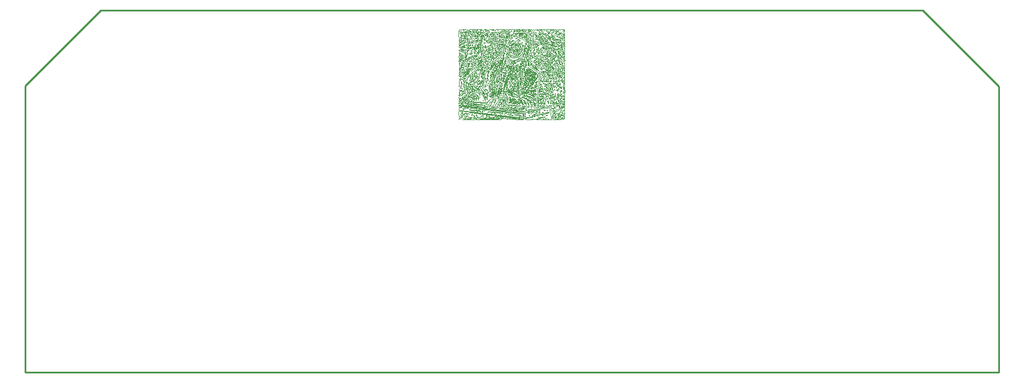
<source format=gbr>
G04 Layer_Color=16711935*
%FSLAX45Y45*%
%MOMM*%
%TF.FileFunction,Other,Mechanical_1*%
%TF.Part,Single*%
G01*
G75*
%TA.AperFunction,NonConductor*%
%ADD64C,0.25400*%
%ADD66C,0.01270*%
D64*
X2908300Y6807200D02*
X4025900Y7924800D01*
X2908300Y2565400D02*
X17310100D01*
Y6794500D01*
X16179800Y7924800D02*
X17310100Y6794500D01*
X6959600Y7924800D02*
X16179800D01*
X4025900D02*
X6959600D01*
X2908300Y2565400D02*
Y6807200D01*
D66*
X9329604Y7631087D02*
G03*
X9326604Y7625228I13461J-10589D01*
G01*
D02*
G03*
X9325108Y7617057I40537J-11646D01*
G01*
X9325108D02*
G03*
X9324465Y7602709I189865J-15699D01*
G01*
D02*
G03*
X9324340Y7567420I4975700J-35301D01*
G01*
D02*
G03*
X9324514Y7543757I1610714J-7D01*
G01*
D02*
G03*
X9325059Y7524683I687123J10101D01*
G01*
D02*
G03*
X9325835Y7509541I864244J36713D01*
G01*
D02*
G03*
X9326969Y7505533I9714J584D01*
G01*
X9328034Y7503287D02*
G03*
X9326969Y7505533I-23473J-9746D01*
G01*
X9328329Y7501806D02*
G03*
X9328034Y7503287I-3860J0D01*
G01*
X9327932Y7500966D02*
G03*
X9328329Y7501806I-693J841D01*
G01*
X9326969Y7500620D02*
G03*
X9327932Y7500966I0J1513D01*
G01*
X9326969Y7500620D02*
G03*
X9324944Y7499420I0J-2309D01*
G01*
D02*
G03*
X9324683Y7496776I2976J-1629D01*
G01*
Y7496776D02*
G03*
X9326824Y7492563I13616J4268D01*
G01*
X9326824D02*
G03*
X9331078Y7487516I41667J30800D01*
G01*
X9334630Y7483534D02*
G03*
X9331077Y7487516I-57995J-48174D01*
G01*
X9335985Y7481032D02*
G03*
X9334631Y7483534I-6939J-2137D01*
G01*
X9335905Y7478884D02*
G03*
X9335985Y7481032I-3038J1187D01*
G01*
X9334480Y7476466D02*
G03*
X9335905Y7478884I-6774J5622D01*
G01*
X9332952Y7475027D02*
G03*
X9334480Y7476466I-5056J6903D01*
G01*
X9331126Y7474012D02*
G03*
X9332952Y7475027I-3134J7787D01*
G01*
X9329292Y7473554D02*
G03*
X9331126Y7474012I-744J6865D01*
G01*
X9327743Y7473754D02*
G03*
X9329292Y7473553I1191J3103D01*
G01*
X9327743Y7473755D02*
G03*
X9325524Y7473164I-702J-1829D01*
G01*
D02*
G03*
X9324345Y7470255I4121J-3364D01*
G01*
X9324345D02*
G03*
X9324831Y7466353I9418J-807D01*
G01*
X9324831D02*
G03*
X9326889Y7463784I4639J1608D01*
G01*
X9327763Y7462766D02*
G03*
X9326890Y7463784I-2035J-862D01*
G01*
X9328266Y7460983D02*
G03*
X9327762Y7462766I-7333J-1108D01*
G01*
X9328359Y7458777D02*
G03*
X9328266Y7460983I-10252J672D01*
G01*
X9327996Y7456461D02*
G03*
X9328359Y7458777I-12612J3165D01*
G01*
X9327996Y7456461D02*
G03*
X9327956Y7451813I9590J-2407D01*
G01*
X9327956Y7451813D02*
G03*
X9330081Y7447934I7998J1861D01*
G01*
X9330081Y7447934D02*
G03*
X9333766Y7445906I5195J5078D01*
G01*
X9333765Y7445906D02*
G03*
X9337988Y7446238I1551J7294D01*
G01*
Y7446238D02*
G03*
X9341084Y7448746I-2309J6016D01*
G01*
Y7448746D02*
G03*
X9341967Y7452493I-4778J3102D01*
G01*
D02*
G03*
X9340269Y7456130I-6278J-716D01*
G01*
X9340269Y7456129D02*
G03*
X9336614Y7458287I-5613J-5334D01*
G01*
X9333950Y7459501D02*
G03*
X9336615Y7458287I4832J7071D01*
G01*
X9333487Y7461078D02*
G03*
X9333950Y7459501I1195J-505D01*
G01*
X9335179Y7463653D02*
G03*
X9333486Y7461078I6153J-5889D01*
G01*
X9341695Y7470312D02*
G03*
X9335179Y7463653I301036J-301031D01*
G01*
X9341695Y7470312D02*
G03*
X9345764Y7474669I-61965J61963D01*
G01*
D02*
G03*
X9349239Y7479006I-49874J43512D01*
G01*
X9349239D02*
G03*
X9351813Y7482821I-46588J34207D01*
G01*
X9351812D02*
G03*
X9352512Y7485044I-4022J2487D01*
G01*
X9353033Y7485213D02*
G03*
X9352512Y7485044I-228J-186D01*
G01*
X9354058Y7483563D02*
G03*
X9353033Y7485213I-6872J-3125D01*
G01*
X9355623Y7479674D02*
G03*
X9354058Y7483563I-44803J-15770D01*
G01*
X9357451Y7474181D02*
G03*
X9355623Y7479674I-159964J-50172D01*
G01*
X9357451Y7474181D02*
G03*
X9361248Y7463696I122410J38394D01*
G01*
X9361247D02*
G03*
X9365099Y7456770I31500J12982D01*
G01*
X9365099D02*
G03*
X9368840Y7453413I9539J6868D01*
G01*
Y7453413D02*
G03*
X9372356Y7453480I1702J3002D01*
G01*
Y7453479D02*
G03*
X9374499Y7455876I-2979J4821D01*
G01*
D02*
G03*
X9374913Y7458979I-4646J2199D01*
G01*
D02*
G03*
X9373398Y7462580I-8758J-1565D01*
G01*
X9373398D02*
G03*
X9370060Y7466330I-18991J-13546D01*
G01*
X9368116Y7468341D02*
G03*
X9370060Y7466330I15993J13513D01*
G01*
X9366472Y7470580D02*
G03*
X9368116Y7468341I17195J10900D01*
G01*
X9365327Y7472715D02*
G03*
X9366472Y7470580I15258J6812D01*
G01*
X9364980Y7474344D02*
G03*
X9365327Y7472714I3996J0D01*
G01*
X9364980Y7474344D02*
G03*
X9364803Y7475650I-4897J0D01*
G01*
Y7475650D02*
G03*
X9364284Y7476757I-3519J-974D01*
G01*
Y7476756D02*
G03*
X9363514Y7477497I-2224J-1542D01*
G01*
D02*
G03*
X9362611Y7477760I-903J-1418D01*
G01*
X9360206Y7479180D02*
G03*
X9362611Y7477760I2405J1326D01*
G01*
X9358555Y7483548D02*
G03*
X9360206Y7479180I16054J3572D01*
G01*
X9357940Y7489456D02*
G03*
X9358555Y7483548I25834J-297D01*
G01*
X9358642Y7495597D02*
G03*
X9357940Y7489456I29541J-6488D01*
G01*
X9360218Y7500418D02*
G03*
X9358643Y7495597I23314J-10289D01*
G01*
X9362453Y7502936D02*
G03*
X9360218Y7500418I2809J-4743D01*
G01*
X9364214Y7502439D02*
G03*
X9362453Y7502936I-1117J-590D01*
G01*
X9364980Y7499350D02*
G03*
X9364214Y7502439I-6613J0D01*
G01*
X9364980Y7499350D02*
G03*
X9365170Y7497893I5687J0D01*
G01*
X9365170D02*
G03*
X9365726Y7496659I3996J1059D01*
G01*
X9365726D02*
G03*
X9366551Y7495834I2479J1653D01*
G01*
D02*
G03*
X9367520Y7495540I969J1452D01*
G01*
D02*
G03*
X9368489Y7495834I0J1745D01*
G01*
Y7495834D02*
G03*
X9369314Y7496659I-1654J2478D01*
G01*
D02*
G03*
X9369870Y7497893I-3440J2294D01*
G01*
D02*
G03*
X9370060Y7499350I-5497J1457D01*
G01*
X9370498Y7500904D02*
G03*
X9370060Y7499350I2538J-1554D01*
G01*
X9371707Y7502127D02*
G03*
X9370498Y7500904I1999J-3187D01*
G01*
X9373637Y7502903D02*
G03*
X9371707Y7502127I1198J-5762D01*
G01*
X9376135Y7503160D02*
G03*
X9373636Y7502903I0J-12271D01*
G01*
X9379041Y7502788D02*
G03*
X9376135Y7503160I-2907J-11181D01*
G01*
X9381189Y7501681D02*
G03*
X9379041Y7502788I-3529J-4207D01*
G01*
X9382733Y7499705D02*
G03*
X9381188Y7501681I-5426J-2652D01*
G01*
X9383829Y7496706D02*
G03*
X9382734Y7499705I-14870J-3732D01*
G01*
X9383829Y7496706D02*
G03*
X9385492Y7492857I12612J3165D01*
G01*
D02*
G03*
X9387775Y7491892I1845J1182D01*
G01*
D02*
G03*
X9389736Y7493681I-518J2537D01*
G01*
D02*
G03*
X9390380Y7498044I-14462J4362D01*
G01*
X9390714Y7499944D02*
G03*
X9390380Y7498044I5231J-1900D01*
G01*
X9391686Y7501735D02*
G03*
X9390714Y7499944I5506J-4145D01*
G01*
X9393127Y7503148D02*
G03*
X9391686Y7501735I3956J-5475D01*
G01*
X9394825Y7503949D02*
G03*
X9393127Y7503148I1290J-4937D01*
G01*
X9394825Y7503949D02*
G03*
X9396177Y7504448I-1861J7123D01*
G01*
D02*
G03*
X9396192Y7504877I-106J218D01*
G01*
D02*
G03*
X9395078Y7505226I-1347J-2349D01*
G01*
D02*
G03*
X9392285Y7505405I-5476J-63443D01*
G01*
X9389610Y7505700D02*
G03*
X9392285Y7505405I3517J19654D01*
G01*
X9387352Y7506344D02*
G03*
X9389610Y7505700I4308J10812D01*
G01*
X9385793Y7507212D02*
G03*
X9387352Y7506344I4134J5595D01*
G01*
X9385300Y7508188D02*
G03*
X9385793Y7507212I1214J0D01*
G01*
X9386916Y7511048D02*
G03*
X9385300Y7508188I1723J-2860D01*
G01*
X9395426Y7515775D02*
G03*
X9386916Y7511048I62537J-122616D01*
G01*
X9404380Y7519814D02*
G03*
X9395426Y7515775I37633J-95381D01*
G01*
X9410302Y7520940D02*
G03*
X9404380Y7519814I0J-16136D01*
G01*
X9410302Y7520940D02*
G03*
X9412298Y7521318I0J5462D01*
G01*
X9412299D02*
G03*
X9414163Y7522411I-2537J6462D01*
G01*
X9414163D02*
G03*
X9415642Y7524057I-4626J5645D01*
G01*
D02*
G03*
X9416520Y7526037I-5618J3679D01*
G01*
X9417618Y7528282D02*
G03*
X9416521Y7526037I5021J-3845D01*
G01*
X9419608Y7530212D02*
G03*
X9417618Y7528282I5511J-7674D01*
G01*
X9422394Y7531724D02*
G03*
X9419608Y7530212I4589J-11783D01*
G01*
X9425842Y7532731D02*
G03*
X9422394Y7531724I4053J-20264D01*
G01*
X9425842Y7532731D02*
G03*
X9430328Y7533906I-7752J38759D01*
G01*
Y7533906D02*
G03*
X9432387Y7535370I-1309J4021D01*
G01*
Y7535370D02*
G03*
X9433216Y7537726I-3254J2470D01*
G01*
X9433217D02*
G03*
X9433060Y7542239I-36134J1009D01*
G01*
X9433060D02*
G03*
X9432364Y7546567I-34995J-3406D01*
G01*
D02*
G03*
X9431144Y7548759I-4331J-977D01*
G01*
D02*
G03*
X9428991Y7549840I-2761J-2813D01*
G01*
D02*
G03*
X9425003Y7550150I-3987J-25517D01*
G01*
D02*
G03*
X9421083Y7549751I-0J-19467D01*
G01*
D02*
G03*
X9418542Y7548493I1122J-5460D01*
G01*
D02*
G03*
X9416664Y7545974I4886J-5604D01*
G01*
X9416664D02*
G03*
X9414844Y7541291I40004J-18249D01*
G01*
X9413420Y7537839D02*
G03*
X9414843Y7541291I-21530J10895D01*
G01*
X9411526Y7534787D02*
G03*
X9413420Y7537839I-16558J12391D01*
G01*
X9409470Y7532531D02*
G03*
X9411526Y7534787I-10630J11749D01*
G01*
X9407585Y7531591D02*
G03*
X9409470Y7532531I-735J3837D01*
G01*
X9405202Y7531352D02*
G03*
X9407585Y7531591I-141J13409D01*
G01*
X9404472Y7532004D02*
G03*
X9405202Y7531352I722J74D01*
G01*
X9404741Y7533540D02*
G03*
X9404471Y7532004I2577J-1243D01*
G01*
X9406934Y7537910D02*
G03*
X9404741Y7533540I138943J-72478D01*
G01*
X9406934Y7537910D02*
G03*
X9409963Y7544084I-123380J64352D01*
G01*
X9409963D02*
G03*
X9410332Y7546695I-4173J1920D01*
G01*
D02*
G03*
X9409072Y7548354I-2153J-327D01*
G01*
X9409072D02*
G03*
X9405136Y7549743I-10269J-22830D01*
G01*
X9401647Y7550791D02*
G03*
X9405136Y7549743I16268J47826D01*
G01*
X9401114Y7551671D02*
G03*
X9401646Y7550791I790J-123D01*
G01*
X9401790Y7552858D02*
G03*
X9401114Y7551671I1224J-1483D01*
G01*
X9406172Y7556389D02*
G03*
X9401790Y7552858I148360J-188609D01*
G01*
X9409188Y7558377D02*
G03*
X9406172Y7556389I10314J-18933D01*
G01*
X9412793Y7560055D02*
G03*
X9409188Y7558376I11506J-29422D01*
G01*
X9416413Y7561208D02*
G03*
X9412793Y7560055I7131J-28641D01*
G01*
X9419445Y7561580D02*
G03*
X9416413Y7561208I0J-12551D01*
G01*
X9424552Y7560754D02*
G03*
X9419445Y7561580I-5107J-15379D01*
G01*
X9431199Y7558074D02*
G03*
X9424552Y7560754I-24665J-51576D01*
G01*
X9437436Y7554596D02*
G03*
X9431199Y7558074I-30877J-48047D01*
G01*
X9441180Y7551186D02*
G03*
X9437435Y7554596I-11952J-9363D01*
G01*
X9441180Y7551186D02*
G03*
X9442023Y7550448I2371J1858D01*
G01*
D02*
G03*
X9443756Y7549517I12679J21523D01*
G01*
X9443756D02*
G03*
X9445884Y7548583I12734J26126D01*
G01*
X9445884D02*
G03*
X9448165Y7547781I12419J31680D01*
G01*
X9452201Y7545217D02*
G03*
X9448165Y7547781I-6770J-6199D01*
G01*
X9453623Y7541340D02*
G03*
X9452201Y7545218I-5432J207D01*
G01*
X9452044Y7536443D02*
G03*
X9453623Y7541340I-7917J5258D01*
G01*
X9447530Y7531100D02*
G03*
X9452044Y7536443I-20833J22175D01*
G01*
X9447530Y7531100D02*
G03*
X9445099Y7528583I24581J-26168D01*
G01*
D02*
G03*
X9443045Y7525952I22366J-19579D01*
G01*
D02*
G03*
X9441584Y7523562I19907J-13817D01*
G01*
D02*
G03*
X9441180Y7521952I3011J-1610D01*
G01*
X9438298Y7515962D02*
G03*
X9441180Y7521952I-4782J5989D01*
G01*
X9429399Y7510686D02*
G03*
X9438298Y7515962I-14473J34552D01*
G01*
X9419758Y7508209D02*
G03*
X9429399Y7510686I-3646J34199D01*
G01*
X9414510Y7510780D02*
G03*
X9419758Y7508209I4666J2884D01*
G01*
X9414510Y7510780D02*
G03*
X9412229Y7513053I-5919J-3658D01*
G01*
Y7513053D02*
G03*
X9410134Y7512850I-913J-1488D01*
G01*
Y7512850D02*
G03*
X9408608Y7510062I3357J-3649D01*
G01*
D02*
G03*
X9408160Y7504938I29060J-5124D01*
G01*
X9407935Y7501505D02*
G03*
X9408160Y7504938I-26094J3433D01*
G01*
X9407265Y7498123D02*
G03*
X9407935Y7501505I-25685J6850D01*
G01*
X9406285Y7495254D02*
G03*
X9407265Y7498123I-20421J8575D01*
G01*
X9405112Y7493508D02*
G03*
X9406285Y7495254I-3860J3860D01*
G01*
X9405112Y7493508D02*
G03*
X9403721Y7491945I12756J-12757D01*
G01*
X9403721D02*
G03*
X9403610Y7491095I655J-518D01*
G01*
X9403610D02*
G03*
X9404310Y7490578I796J346D01*
G01*
D02*
G03*
X9406436Y7490460I2127J19055D01*
G01*
D02*
G03*
X9408322Y7490923I-0J4076D01*
G01*
D02*
G03*
X9410374Y7492325I-4859J9310D01*
G01*
D02*
G03*
X9412271Y7494381I-8578J9815D01*
G01*
X9412271D02*
G03*
X9413703Y7496810I-10805J8005D01*
G01*
X9417481Y7501230D02*
G03*
X9413703Y7496810I5800J-8784D01*
G01*
X9423151Y7503141D02*
G03*
X9417481Y7501230I780J-11681D01*
G01*
X9429853Y7502126D02*
G03*
X9423151Y7503141I-5653J-14686D01*
G01*
X9436425Y7498328D02*
G03*
X9429853Y7502126I-15311J-18909D01*
G01*
X9433094Y7489062D02*
G03*
X9427368Y7485539I13607J-28535D01*
G01*
D02*
G03*
X9423662Y7481385I9286J-12014D01*
G01*
D02*
G03*
X9421602Y7476038I13968J-8450D01*
G01*
D02*
G03*
X9420879Y7468870I39057J-7562D01*
G01*
X9420598Y7466414D02*
G03*
X9420879Y7468870I-11618J2573D01*
G01*
X9419729Y7463145D02*
G03*
X9420598Y7466414I-38605J12014D01*
G01*
X9418491Y7459673D02*
G03*
X9419729Y7463145I-41840J16877D01*
G01*
X9417035Y7456514D02*
G03*
X9418491Y7459673I-31698J16534D01*
G01*
X9417034Y7456515D02*
G03*
X9414034Y7450583I236853J-123520D01*
G01*
D02*
G03*
X9413583Y7448570I3971J-1947D01*
G01*
D02*
G03*
X9414231Y7446874I2650J40D01*
G01*
Y7446874D02*
G03*
X9417226Y7443656I46642J40424D01*
G01*
Y7443656D02*
G03*
X9421154Y7441629I5143J5143D01*
G01*
Y7441629D02*
G03*
X9425858Y7442050I1551J9152D01*
G01*
Y7442050D02*
G03*
X9429608Y7444697I-2944J8148D01*
G01*
Y7444697D02*
G03*
X9431020Y7448639I-4796J3942D01*
G01*
X9432065Y7451194D02*
G03*
X9431020Y7448639I2599J-2555D01*
G01*
X9434583Y7452237D02*
G03*
X9432065Y7451194I-31J-3488D01*
G01*
X9438010Y7451271D02*
G03*
X9434583Y7452237I-3486J-5808D01*
G01*
X9441180Y7448550D02*
G03*
X9438010Y7451271I-9569J-7942D01*
G01*
X9441180Y7448550D02*
G03*
X9442741Y7447092I6509J5401D01*
G01*
Y7447091D02*
G03*
X9444814Y7445859I7981J11066D01*
G01*
X9444814D02*
G03*
X9447053Y7445019I5824J12126D01*
G01*
Y7445019D02*
G03*
X9449111Y7444740I2058J7440D01*
G01*
D02*
G03*
X9452618Y7446313I0J4696D01*
G01*
D02*
G03*
X9453970Y7450072I-3998J3561D01*
G01*
D02*
G03*
X9452411Y7454295I-7226J-267D01*
G01*
D02*
G03*
X9448667Y7456739I-5530J-4383D01*
G01*
X9444789Y7459400D02*
G03*
X9448667Y7456739I5633J4054D01*
G01*
X9443993Y7463613D02*
G03*
X9444789Y7459400I4907J-1255D01*
G01*
X9446781Y7467678D02*
G03*
X9443993Y7463613I4162J-5843D01*
G01*
X9451975Y7469674D02*
G03*
X9446781Y7467678I1274J-11075D01*
G01*
X9455777Y7469875D02*
G03*
X9451975Y7469674I-274J-30855D01*
G01*
X9457703Y7469197D02*
G03*
X9455777Y7469875I-1954J-2479D01*
G01*
X9458684Y7467536D02*
G03*
X9457703Y7469197I-2633J-435D01*
G01*
X9458960Y7464166D02*
G03*
X9458684Y7467536I-20693J-1D01*
G01*
X9458960Y7464166D02*
G03*
X9459423Y7457843I43462J1D01*
G01*
X9459423D02*
G03*
X9460900Y7453403I13292J1954D01*
G01*
X9460899D02*
G03*
X9463362Y7450783I6186J3348D01*
G01*
D02*
G03*
X9466726Y7449820I3363J5391D01*
G01*
X9468696Y7449500D02*
G03*
X9466726Y7449820I-1970J-5904D01*
G01*
X9470743Y7448550D02*
G03*
X9468696Y7449500I-5232J-8594D01*
G01*
X9472554Y7447150D02*
G03*
X9470743Y7448550I-7181J-7421D01*
G01*
X9473827Y7445496D02*
G03*
X9472555Y7447150I-6268J-3507D01*
G01*
X9473827Y7445496D02*
G03*
X9475278Y7443809I4894J2739D01*
G01*
D02*
G03*
X9477660Y7442317I8493J10918D01*
G01*
D02*
G03*
X9480533Y7441229I7125J14471D01*
G01*
D02*
G03*
X9483478Y7440744I3799J13896D01*
G01*
X9490993Y7440210D02*
G03*
X9483478Y7440744I-26490J-319404D01*
G01*
X9493365Y7439523D02*
G03*
X9490993Y7440210I-2887J-5534D01*
G01*
X9494096Y7438183D02*
G03*
X9493364Y7439523I-1366J124D01*
G01*
X9493478Y7435528D02*
G03*
X9494096Y7438183I-9262J3554D01*
G01*
X9493478Y7435528D02*
G03*
X9493079Y7433697I5778J-2217D01*
G01*
D02*
G03*
X9493181Y7431618I9331J-583D01*
G01*
D02*
G03*
X9493740Y7429617I9191J1489D01*
G01*
D02*
G03*
X9494695Y7428019I5615J2271D01*
G01*
X9496084Y7425192D02*
G03*
X9494695Y7428019I-6572J-1474D01*
G01*
X9495871Y7422288D02*
G03*
X9496084Y7425192I-4693J1804D01*
G01*
X9494123Y7420147D02*
G03*
X9495871Y7422288I-2381J3728D01*
G01*
X9491359Y7419340D02*
G03*
X9494123Y7420147I0J5136D01*
G01*
X9489887Y7419682D02*
G03*
X9491359Y7419340I1471J2995D01*
G01*
X9487639Y7420936D02*
G03*
X9489887Y7419682I13110J20859D01*
G01*
X9485137Y7422694D02*
G03*
X9487639Y7420936I18325J23417D01*
G01*
X9482713Y7424774D02*
G03*
X9485137Y7422694I24259J25823D01*
G01*
X9482713Y7424774D02*
G03*
X9479066Y7427912I-37817J-40254D01*
G01*
D02*
G03*
X9476846Y7428814I-2669J-3390D01*
G01*
D02*
G03*
X9474534Y7428371I-423J-4047D01*
G01*
D02*
G03*
X9470574Y7426044I21865J-41744D01*
G01*
X9464333Y7422394D02*
G03*
X9470574Y7426044I-32721J63111D01*
G01*
X9461056Y7422119D02*
G03*
X9464333Y7422394I1308J4072D01*
G01*
X9460587Y7423830D02*
G03*
X9461056Y7422119I792J-703D01*
G01*
X9464815Y7427894D02*
G03*
X9460587Y7423831I23330J-28510D01*
G01*
X9464815Y7427894D02*
G03*
X9468798Y7431348I-58367J71321D01*
G01*
D02*
G03*
X9470079Y7433296I-3235J3522D01*
G01*
D02*
G03*
X9469847Y7434984I-1769J617D01*
G01*
X9469846Y7434983D02*
G03*
X9467990Y7437003I-8374J-5833D01*
G01*
X9467990Y7437003D02*
G03*
X9465813Y7438514I-9827J-11841D01*
G01*
Y7438514D02*
G03*
X9464068Y7438992I-1799J-3140D01*
G01*
D02*
G03*
X9462341Y7438560I-52J-3462D01*
G01*
Y7438561D02*
G03*
X9460230Y7437120I6596J-11932D01*
G01*
X9458756Y7436062D02*
G03*
X9460230Y7437120I-6839J11076D01*
G01*
X9457497Y7435538D02*
G03*
X9458757Y7436062I-1002J4185D01*
G01*
X9456665Y7435616D02*
G03*
X9457497Y7435538I530J1184D01*
G01*
X9456276Y7436174D02*
G03*
X9456665Y7435616I657J42D01*
G01*
X9456277Y7436174D02*
G03*
X9455967Y7436265I-171J-11D01*
G01*
Y7436265D02*
G03*
X9455285Y7435128I5537J-4096D01*
G01*
X9455285D02*
G03*
X9454278Y7432767I28414J-13519D01*
G01*
X9454277D02*
G03*
X9453101Y7429500I96065J-36421D01*
G01*
X9451384Y7425413D02*
G03*
X9453102Y7429500I-28677J14454D01*
G01*
X9449394Y7422529D02*
G03*
X9451385Y7425413I-9443J8645D01*
G01*
X9447028Y7420698D02*
G03*
X9449394Y7422529I-4127J7777D01*
G01*
X9444200Y7419778D02*
G03*
X9447028Y7420698I-1209J8526D01*
G01*
X9444200Y7419778D02*
G03*
X9439260Y7417998I1809J-12766D01*
G01*
D02*
G03*
X9436849Y7414656I2803J-4563D01*
G01*
D02*
G03*
X9437463Y7410445I5660J-1326D01*
G01*
D02*
G03*
X9441031Y7406250I12973J7420D01*
G01*
D02*
G03*
X9444783Y7403541I26340J32530D01*
G01*
Y7403540D02*
G03*
X9447043Y7403028I1837J2865D01*
G01*
Y7403029D02*
G03*
X9449448Y7404006I-624J4985D01*
G01*
D02*
G03*
X9454350Y7407915I-72128J95454D01*
G01*
X9459790Y7411863D02*
G03*
X9454350Y7407915I24739J-39811D01*
G01*
X9464603Y7413944D02*
G03*
X9459790Y7411863I4574J-17188D01*
G01*
X9467764Y7413794D02*
G03*
X9464603Y7413944I-1816J-4906D01*
G01*
X9469120Y7411846D02*
G03*
X9467764Y7413794I-2077J0D01*
G01*
X9468862Y7410775D02*
G03*
X9469120Y7411846I-2095J1071D01*
G01*
X9468061Y7409545D02*
G03*
X9468862Y7410775I-5475J4440D01*
G01*
X9466894Y7408357D02*
G03*
X9468061Y7409545I-5639J6707D01*
G01*
X9465515Y7407401D02*
G03*
X9466894Y7408357I-4435J7871D01*
G01*
X9465515Y7407401D02*
G03*
X9464074Y7406356I3829J-6796D01*
G01*
Y7406355D02*
G03*
X9462723Y7404895I8167J-8908D01*
G01*
X9462723Y7404895D02*
G03*
X9461655Y7403267I9184J-7188D01*
G01*
Y7403267D02*
G03*
X9461070Y7401721I5385J-2919D01*
G01*
X9461070D02*
G03*
X9461351Y7400039I2177J-501D01*
G01*
D02*
G03*
X9462747Y7398985I2069J1289D01*
G01*
X9462748D02*
G03*
X9465780Y7398570I2950J10285D01*
G01*
D02*
G03*
X9471375Y7398766I-792J102901D01*
G01*
X9476278Y7398851D02*
G03*
X9471375Y7398766I-1498J-54841D01*
G01*
X9480174Y7398407D02*
G03*
X9476278Y7398851I-4517J-22300D01*
G01*
X9483013Y7397487D02*
G03*
X9480174Y7398407I-5454J-11992D01*
G01*
X9484604Y7396086D02*
G03*
X9483013Y7397487I-3099J-1916D01*
G01*
X9484604Y7396086D02*
G03*
X9485824Y7394493I8568J5296D01*
G01*
X9485823Y7394492D02*
G03*
X9486917Y7394005I1127J1056D01*
G01*
D02*
G03*
X9488160Y7394409I42J1980D01*
G01*
D02*
G03*
X9489948Y7395972I-10715J14066D01*
G01*
X9489948Y7395972D02*
G03*
X9491483Y7397765I-10786J10786D01*
G01*
X9491483Y7397765D02*
G03*
X9491838Y7399050I-1526J1114D01*
G01*
D02*
G03*
X9491251Y7400212I-1760J-160D01*
G01*
Y7400213D02*
G03*
X9489440Y7401560I-8717J-9826D01*
G01*
X9487661Y7402890D02*
G03*
X9489440Y7401560I8396J9378D01*
G01*
X9487062Y7404057D02*
G03*
X9487661Y7402890I1821J197D01*
G01*
X9487393Y7405337D02*
G03*
X9487062Y7404057I1528J-1078D01*
G01*
X9488844Y7407060D02*
G03*
X9487393Y7405337I9332J-9332D01*
G01*
X9490645Y7408439D02*
G03*
X9488844Y7407060I4286J-7466D01*
G01*
X9492239Y7408740D02*
G03*
X9490645Y7408439I-364J-2442D01*
G01*
X9493968Y7408002D02*
G03*
X9492239Y7408740I-2278J-2944D01*
G01*
X9496300Y7405949D02*
G03*
X9493968Y7408002I-17322J-17323D01*
G01*
X9498621Y7403247D02*
G03*
X9496300Y7405949I-18971J-13948D01*
G01*
X9499086Y7401381D02*
G03*
X9498621Y7403247I-2503J368D01*
G01*
X9498172Y7399329D02*
G03*
X9499086Y7401381I-3203J2657D01*
G01*
X9494760Y7395465D02*
G03*
X9498172Y7399329I-60854J57171D01*
G01*
X9491277Y7392330D02*
G03*
X9494760Y7395465I-16966J22345D01*
G01*
X9488033Y7390651D02*
G03*
X9491278Y7392330I-3208J10178D01*
G01*
X9484123Y7390040D02*
G03*
X9488033Y7390652I-70J13236D01*
G01*
X9478393Y7390306D02*
G03*
X9484123Y7390039I5436J55107D01*
G01*
X9461927Y7392230D02*
G03*
X9478393Y7390306I61829J457717D01*
G01*
X9451218Y7394330D02*
G03*
X9461927Y7392230I23017J89042D01*
G01*
X9443613Y7397047D02*
G03*
X9451218Y7394330I18827J40690D01*
G01*
X9437588Y7400855D02*
G03*
X9443613Y7397047I17542J21084D01*
G01*
X9437587Y7400855D02*
G03*
X9433921Y7403549I-24197J-29080D01*
G01*
X9433922Y7403550D02*
G03*
X9430688Y7405128I-8188J-12672D01*
G01*
Y7405128D02*
G03*
X9427724Y7405678I-3287J-9455D01*
G01*
Y7405678D02*
G03*
X9424888Y7405270I-265J-8216D01*
G01*
X9422426Y7404603D02*
G03*
X9424888Y7405270I-4964J23218D01*
G01*
X9419382Y7404049D02*
G03*
X9422426Y7404603I-7617J50426D01*
G01*
X9416268Y7403674D02*
G03*
X9419382Y7404049I-4637J51686D01*
G01*
X9413583Y7403562D02*
G03*
X9416268Y7403674I172J28121D01*
G01*
X9413583Y7403563D02*
G03*
X9410238Y7403266I-108J-17823D01*
G01*
Y7403266D02*
G03*
X9408764Y7402168I377J-2044D01*
G01*
X9408765Y7402167D02*
G03*
X9408341Y7399925I3609J-1843D01*
G01*
X9408341D02*
G03*
X9409030Y7394644I85204J8433D01*
G01*
X9409029D02*
G03*
X9409902Y7390867I28952J4699D01*
G01*
X9409902D02*
G03*
X9411323Y7386921I38378J11586D01*
G01*
X9411323D02*
G03*
X9413037Y7383386I33745J14180D01*
G01*
Y7383386D02*
G03*
X9414795Y7380925I11515J6368D01*
G01*
X9417197Y7377624D02*
G03*
X9414795Y7380925I-16638J-9583D01*
G01*
X9416586Y7376297D02*
G03*
X9417197Y7377624I-165J880D01*
G01*
X9413903Y7376775D02*
G03*
X9416586Y7376297I1973J3306D01*
G01*
X9409280Y7379889D02*
G03*
X9413903Y7376775I30720J40615D01*
G01*
X9409280Y7379889D02*
G03*
X9403694Y7382608I-9688J-12809D01*
G01*
D02*
G03*
X9396541Y7383560I-7336J-27771D01*
G01*
D02*
G03*
X9389406Y7382699I-182J-28505D01*
G01*
D02*
G03*
X9383880Y7380051I3751J-14914D01*
G01*
X9381706Y7378617D02*
G03*
X9383881Y7380051I-9954J17470D01*
G01*
X9379250Y7377393D02*
G03*
X9381706Y7378617I-9794J22719D01*
G01*
X9376887Y7376532D02*
G03*
X9379250Y7377393I-6314J20993D01*
G01*
X9375041Y7376241D02*
G03*
X9376887Y7376532I-142J6903D01*
G01*
X9375041Y7376241D02*
G03*
X9373021Y7374954I47J-2304D01*
G01*
X9373021D02*
G03*
X9371844Y7371195I11566J-5686D01*
G01*
X9371844Y7371195D02*
G03*
X9371216Y7364006I56499J-8551D01*
G01*
D02*
G03*
X9371012Y7349617I745752J-17767D01*
G01*
X9370768Y7337865D02*
G03*
X9371012Y7349617I-360214J13376D01*
G01*
X9370113Y7328868D02*
G03*
X9370768Y7337865I-126436J13721D01*
G01*
X9369134Y7322261D02*
G03*
X9370113Y7328868I-84022J15826D01*
G01*
X9367718Y7319248D02*
G03*
X9369134Y7322261I-5113J4244D01*
G01*
X9367718Y7319248D02*
G03*
X9365792Y7315767I8213J-6816D01*
G01*
X9365792D02*
G03*
X9366247Y7313034I2834J-932D01*
G01*
D02*
G03*
X9368876Y7311604I2895J2190D01*
G01*
D02*
G03*
X9373238Y7311954I1049J14288D01*
G01*
X9370090Y7304506D02*
G03*
X9373586Y7307692I-21126J26688D01*
G01*
X9367437Y7303401D02*
G03*
X9370090Y7304506I-633J5258D01*
G01*
X9364117Y7303656D02*
G03*
X9367437Y7303401I2300J8207D01*
G01*
X9357375Y7305738D02*
G03*
X9364117Y7303656I42889J126876D01*
G01*
X9353284Y7307306D02*
G03*
X9357375Y7305738I21623J50300D01*
G01*
X9350448Y7308866D02*
G03*
X9353284Y7307307I9462J13853D01*
G01*
X9349173Y7310194D02*
G03*
X9350448Y7308865I3803J2372D01*
G01*
X9349404Y7311182D02*
G03*
X9349173Y7310194I376J-609D01*
G01*
X9349404Y7311182D02*
G03*
X9350511Y7312378I-1604J2595D01*
G01*
D02*
G03*
X9351435Y7314632I-12372J6389D01*
G01*
X9351435D02*
G03*
X9352068Y7317440I-17215J5354D01*
G01*
X9352068D02*
G03*
X9352280Y7320430I-20962J2989D01*
G01*
X9352508Y7323704D02*
G03*
X9352280Y7320430I23345J-3273D01*
G01*
X9353239Y7326020D02*
G03*
X9352508Y7323704I6540J-3336D01*
G01*
X9354449Y7327394D02*
G03*
X9353239Y7326020I2081J-3052D01*
G01*
X9356090Y7327900D02*
G03*
X9354449Y7327394I-0J-2914D01*
G01*
X9356090Y7327900D02*
G03*
X9358074Y7329248I0J2134D01*
G01*
X9358075Y7329248D02*
G03*
X9359185Y7333573I-16522J6548D01*
G01*
X9359185D02*
G03*
X9359765Y7341740I-74622J9405D01*
G01*
D02*
G03*
X9359900Y7358127I-995474J16387D01*
G01*
X9375775Y7390063D02*
G03*
X9390605Y7391816I-73482J685381D01*
G01*
D02*
G03*
X9396679Y7393279I-3720J28797D01*
G01*
X9396679D02*
G03*
X9398457Y7395273I-943J2630D01*
G01*
D02*
G03*
X9397823Y7397964I-3025J706D01*
G01*
X9396530Y7399913D02*
G03*
X9397823Y7397964I9717J5041D01*
G01*
X9396138Y7401603D02*
G03*
X9396530Y7399913I3496J-79D01*
G01*
X9396599Y7403318D02*
G03*
X9396138Y7401603I3265J-1799D01*
G01*
X9397989Y7405357D02*
G03*
X9396599Y7403318I10059J-8348D01*
G01*
X9397989Y7405357D02*
G03*
X9399366Y7407575I-7338J6090D01*
G01*
D02*
G03*
X9399703Y7409645I-3776J1678D01*
G01*
D02*
G03*
X9399004Y7412038I-6585J-627D01*
G01*
D02*
G03*
X9397030Y7415428I-32955J-16911D01*
G01*
X9393582Y7420993D02*
G03*
X9397030Y7415428I111845J65463D01*
G01*
X9393375Y7423068D02*
G03*
X9393582Y7420993I2366J-812D01*
G01*
X9394816Y7424193D02*
G03*
X9393375Y7423068I143J-1669D01*
G01*
X9400116Y7424420D02*
G03*
X9394816Y7424193I1J-61914D01*
G01*
X9400116Y7424420D02*
G03*
X9404488Y7425289I0J11431D01*
G01*
X9404488D02*
G03*
X9406855Y7427727I-1639J3960D01*
G01*
D02*
G03*
X9406974Y7431569I-5512J2093D01*
G01*
D02*
G03*
X9404715Y7436530I-20673J-6420D01*
G01*
X9404167Y7437732D02*
G03*
X9404714Y7436529I5004J1552D01*
G01*
X9404135Y7438743D02*
G03*
X9404168Y7437732I1852J-447D01*
G01*
X9404605Y7439405D02*
G03*
X9404135Y7438743I594J-918D01*
G01*
X9405470Y7439660D02*
G03*
X9404605Y7439405I0J-1594D01*
G01*
X9405470Y7439660D02*
G03*
X9406499Y7440130I0J1363D01*
G01*
Y7440130D02*
G03*
X9407370Y7441525I-3973J3447D01*
G01*
X9407370D02*
G03*
X9407963Y7443579I-8255J3497D01*
G01*
X9407963D02*
G03*
X9408160Y7446010I-14903J2432D01*
G01*
D02*
G03*
X9407974Y7448442I-16013J0D01*
G01*
D02*
G03*
X9407414Y7450495I-9243J-1421D01*
G01*
X9407413D02*
G03*
X9406593Y7451896I-5055J-2022D01*
G01*
D02*
G03*
X9405620Y7452360I-973J-786D01*
G01*
D02*
G03*
X9404651Y7452066I0J-1745D01*
G01*
Y7452066D02*
G03*
X9403826Y7451241I1654J-2478D01*
G01*
D02*
G03*
X9403270Y7450007I3440J-2294D01*
G01*
D02*
G03*
X9403080Y7448550I5497J-1457D01*
G01*
X9402026Y7445922D02*
G03*
X9403080Y7448550I-2751J2628D01*
G01*
X9399496Y7444871D02*
G03*
X9402026Y7445922I71J3401D01*
G01*
X9396017Y7445906D02*
G03*
X9399496Y7444871I3622J5810D01*
G01*
X9392740Y7448766D02*
G03*
X9396017Y7445906I10483J8700D01*
G01*
X9392740Y7448766D02*
G03*
X9390893Y7450383I-5962J-4948D01*
G01*
Y7450384D02*
G03*
X9388579Y7451400I-4608J-7353D01*
G01*
Y7451399D02*
G03*
X9385880Y7451763I-2705J-9867D01*
G01*
D02*
G03*
X9382905Y7451463I-8J-14789D01*
G01*
D02*
G03*
X9368339Y7448336I158045J-771698D01*
G01*
Y7448336D02*
G03*
X9359453Y7445991I27152J-120904D01*
G01*
X9359453Y7445991D02*
G03*
X9353213Y7443682I16312J-53665D01*
G01*
D02*
G03*
X9347992Y7440850I14381J-32751D01*
G01*
X9344740Y7438971D02*
G03*
X9347992Y7440850I-15147J29958D01*
G01*
X9340769Y7437137D02*
G03*
X9344740Y7438971I-23775J56710D01*
G01*
X9336730Y7435611D02*
G03*
X9340769Y7437137I-19325J57260D01*
G01*
X9333283Y7434684D02*
G03*
X9336730Y7435611I-5661J27917D01*
G01*
X9333283Y7434684D02*
G03*
X9328983Y7433421I5213J-25705D01*
G01*
X9328983Y7433422D02*
G03*
X9326736Y7431651I1778J-4566D01*
G01*
X9326736Y7431650D02*
G03*
X9325528Y7428630I5939J-4126D01*
G01*
X9325528D02*
G03*
X9324834Y7422521I75631J-11695D01*
G01*
D02*
G03*
X9324759Y7418045I39587J-2899D01*
G01*
D02*
G03*
X9325175Y7413367I47987J1911D01*
G01*
X9325175D02*
G03*
X9325975Y7409163I42063J5825D01*
G01*
X9325975D02*
G03*
X9327087Y7406254I11993J2916D01*
G01*
X9334848Y7406439D02*
G03*
X9336672Y7409075I-16547J13400D01*
G01*
D02*
G03*
X9338240Y7412162I-24965J14625D01*
G01*
D02*
G03*
X9339350Y7415216I-24194J10522D01*
G01*
D02*
G03*
X9339752Y7417716I-9538J2814D01*
G01*
X9339905Y7421073D02*
G03*
X9339752Y7417716I120955J-7183D01*
G01*
X9340306Y7421348D02*
G03*
X9339905Y7421073I-94J-293D01*
G01*
X9340862Y7420845D02*
G03*
X9340306Y7421348I-835J-365D01*
G01*
X9342596Y7416800D02*
G03*
X9340862Y7420845I-303087J-127557D01*
G01*
X9342596Y7416800D02*
G03*
X9343812Y7413955I258474J108792D01*
G01*
D02*
G03*
X9345263Y7410644I477871J207363D01*
G01*
D02*
G03*
X9346713Y7407395I467180J206565D01*
G01*
D02*
G03*
X9347920Y7404760I207166J93334D01*
G01*
X9349014Y7401682D02*
G03*
X9347920Y7404760I-16730J-4209D01*
G01*
X9349103Y7399208D02*
G03*
X9349014Y7401682I-5838J1027D01*
G01*
X9348171Y7396836D02*
G03*
X9349103Y7399208I-5380J3483D01*
G01*
X9346038Y7394059D02*
G03*
X9348171Y7396836I-16140J14605D01*
G01*
X9343214Y7391333D02*
G03*
X9346038Y7394059I-18725J22228D01*
G01*
X9341103Y7390420D02*
G03*
X9343214Y7391333I-465J3971D01*
G01*
X9338662Y7390753D02*
G03*
X9341103Y7390420I1866J4574D01*
G01*
X9334439Y7392701D02*
G03*
X9338662Y7390753I23780J45985D01*
G01*
X9334439Y7392701D02*
G03*
X9330342Y7394676I-37008J-71572D01*
G01*
D02*
G03*
X9328310Y7395073I-1871J-4180D01*
G01*
D02*
G03*
X9326973Y7394386I62J-1766D01*
G01*
D02*
G03*
X9325858Y7392399I6235J-4807D01*
G01*
D02*
G03*
X9324339Y7383263I21578J-8280D01*
G01*
X9324339D02*
G03*
X9326608Y7374523I20961J776D01*
G01*
X9326608D02*
G03*
X9332026Y7368291I15187J7732D01*
G01*
D02*
G03*
X9339298Y7366000I7272J10395D01*
G01*
X9343876Y7364845D02*
G03*
X9339298Y7366000I-4578J-8496D01*
G01*
X9347336Y7361660D02*
G03*
X9343876Y7364845I-7973J-5189D01*
G01*
X9349195Y7356759D02*
G03*
X9347336Y7361660I-12179J-1816D01*
G01*
X9349202Y7350783D02*
G03*
X9349195Y7356759I-20200J2965D01*
G01*
X9349202Y7350783D02*
G03*
X9348923Y7347853I28580J-4194D01*
G01*
X9348923D02*
G03*
X9349027Y7345385I14443J-633D01*
G01*
D02*
G03*
X9349446Y7343654I7999J1024D01*
G01*
X9349446D02*
G03*
X9350180Y7343140I734J267D01*
G01*
X9351832Y7341866D02*
G03*
X9350180Y7343140I-1652J-435D01*
G01*
X9352219Y7338110D02*
G03*
X9351832Y7341866I-12238J637D01*
G01*
X9351436Y7333958D02*
G03*
X9352219Y7338110I-14955J4971D01*
G01*
X9349580Y7331611D02*
G03*
X9351436Y7333958I-2305J3730D01*
G01*
X9348188Y7331294D02*
G03*
X9349580Y7331611I232J2194D01*
G01*
X9346210Y7331756D02*
G03*
X9348188Y7331294I2841J7688D01*
G01*
X9344005Y7332848D02*
G03*
X9346210Y7331756I6252J9859D01*
G01*
X9341900Y7334449D02*
G03*
X9344005Y7332848I10425J11520D01*
G01*
X9341900Y7334449D02*
G03*
X9337578Y7337045I-8742J-9660D01*
G01*
Y7337045D02*
G03*
X9334105Y7336515I-1249J-3463D01*
G01*
D02*
G03*
X9332707Y7333340I2156J-2845D01*
G01*
X9332707D02*
G03*
X9334142Y7328569I12530J1167D01*
G01*
X9335144Y7325650D02*
G03*
X9334142Y7328569I-9502J-1630D01*
G01*
X9335182Y7322543D02*
G03*
X9335144Y7325650I-9792J1434D01*
G01*
X9334186Y7318773D02*
G03*
X9335182Y7322543I-16114J6275D01*
G01*
X9331963Y7313691D02*
G03*
X9334186Y7318773I-60972J29693D01*
G01*
X9331963Y7313691D02*
G03*
X9330057Y7309154I39975J-19465D01*
G01*
D02*
G03*
X9328328Y7303700I76127J-27136D01*
G01*
X9328328D02*
G03*
X9327009Y7298218I76372J-21267D01*
G01*
X9327009D02*
G03*
X9326371Y7293610I36289J-7375D01*
G01*
X9350213Y7281380D02*
G03*
X9342120Y7282180I-22447J-185789D01*
G01*
X9355032Y7280357D02*
G03*
X9350213Y7281380I-8136J-26444D01*
G01*
X9357701Y7278980D02*
G03*
X9355032Y7280357I-5172J-6756D01*
G01*
X9358630Y7277100D02*
G03*
X9357701Y7278980I-2368J0D01*
G01*
X9357702Y7275220D02*
G03*
X9358630Y7277100I-1441J1880D01*
G01*
X9355035Y7273844D02*
G03*
X9357702Y7275220I-2502J8120D01*
G01*
X9350223Y7272820D02*
G03*
X9355035Y7273844I-3316J27407D01*
G01*
X9342143Y7272020D02*
G03*
X9350223Y7272820I-14320J185875D01*
G01*
X9342143Y7272020D02*
G03*
X9334301Y7271225I12553J-162998D01*
G01*
Y7271225D02*
G03*
X9329260Y7270170I3961J-31493D01*
G01*
Y7270170D02*
G03*
X9326210Y7268787I3448J-11660D01*
G01*
D02*
G03*
X9324964Y7266940I1481J-2342D01*
G01*
D02*
G03*
X9325954Y7263891I3331J-604D01*
G01*
D02*
G03*
X9330472Y7260438I17730J18515D01*
G01*
D02*
G03*
X9336365Y7257695I15855J26361D01*
G01*
D02*
G03*
X9341991Y7256699I6006J17550D01*
G01*
X9343849Y7256408D02*
G03*
X9341991Y7256699I-2001J-6689D01*
G01*
X9346221Y7255547D02*
G03*
X9343849Y7256408I-8660J-20160D01*
G01*
X9348684Y7254323D02*
G03*
X9346221Y7255547I-12223J-21494D01*
G01*
X9350860Y7252889D02*
G03*
X9348683Y7254322I-12052J-15933D01*
G01*
X9350860Y7252889D02*
G03*
X9355870Y7250399I9117J12053D01*
G01*
Y7250399D02*
G03*
X9362551Y7249262I8648J30626D01*
G01*
Y7249262D02*
G03*
X9368292Y7249590I1498J24188D01*
G01*
D02*
G03*
X9370060Y7251700I-375J2110D01*
G01*
D02*
G03*
X9369655Y7252671I-1365J0D01*
G01*
D02*
G03*
X9368477Y7253494I-2992J-3027D01*
G01*
D02*
G03*
X9366733Y7254053I-3013J-6392D01*
G01*
D02*
G03*
X9364670Y7254240I-2063J-11304D01*
G01*
X9361539Y7254389D02*
G03*
X9364670Y7254240I3131J32856D01*
G01*
X9360676Y7255096D02*
G03*
X9361539Y7254389I959J290D01*
G01*
X9360834Y7256395D02*
G03*
X9360676Y7255096I1397J-829D01*
G01*
X9362983Y7259816D02*
G03*
X9360834Y7256395I66817J-44363D01*
G01*
X9366665Y7264427D02*
G03*
X9362983Y7259816I24342J-23218D01*
G01*
X9369960Y7266248D02*
G03*
X9366665Y7264427I1255J-6161D01*
G01*
X9372568Y7265392D02*
G03*
X9369960Y7266248I-2055J-1861D01*
G01*
X9374334Y7262128D02*
G03*
X9372568Y7265392I-7550J-1975D01*
G01*
X9374334Y7262128D02*
G03*
X9375372Y7259725I8357J2185D01*
G01*
D02*
G03*
X9377000Y7258052I4708J2951D01*
G01*
D02*
G03*
X9379320Y7257076I3708J5567D01*
G01*
D02*
G03*
X9382421Y7256741I3191J15042D01*
G01*
X9388966Y7256134D02*
G03*
X9382421Y7256741I-6765J-37319D01*
G01*
X9393109Y7254259D02*
G03*
X9388966Y7256134I-5812J-7330D01*
G01*
X9394411Y7251479D02*
G03*
X9393109Y7254259I-3439J85D01*
G01*
X9393184Y7248208D02*
G03*
X9394411Y7251479I-4100J3403D01*
G01*
X9393184Y7248208D02*
G03*
X9391958Y7245644I4481J-3718D01*
G01*
D02*
G03*
X9392105Y7242827I5545J-1122D01*
G01*
D02*
G03*
X9393872Y7238974I16144J5070D01*
G01*
D02*
G03*
X9398128Y7232464I140138J86977D01*
G01*
D02*
G03*
X9401802Y7227617I54385J37419D01*
G01*
Y7227618D02*
G03*
X9406089Y7222869I62085J51742D01*
G01*
D02*
G03*
X9410331Y7218868I51470J50306D01*
G01*
D02*
G03*
X9413766Y7216464I13091J15053D01*
G01*
X9421790Y7211769D02*
G03*
X9413766Y7216464I-101008J-163419D01*
G01*
X9426199Y7208376D02*
G03*
X9421790Y7211769I-18749J-19805D01*
G01*
X9427484Y7206018D02*
G03*
X9426199Y7208376I-4271J-798D01*
G01*
X9426575Y7204338D02*
G03*
X9427484Y7206018I-583J1401D01*
G01*
X9426575Y7204338D02*
G03*
X9425361Y7203660I2324J-5583D01*
G01*
Y7203660D02*
G03*
X9424333Y7202721I3552J-4922D01*
G01*
D02*
G03*
X9423633Y7201677I3776J-3284D01*
G01*
D02*
G03*
X9423400Y7200688I1975J-988D01*
G01*
D02*
G03*
X9424829Y7198887I1849J0D01*
G01*
D02*
G03*
X9429355Y7198428I4050J17359D01*
G01*
D02*
G03*
X9434461Y7199157I-599J22422D01*
G01*
D02*
G03*
X9437797Y7201073I-1875J7127D01*
G01*
X9439484Y7202069D02*
G03*
X9437797Y7201073I1087J-3769D01*
G01*
X9442604Y7202752D02*
G03*
X9439484Y7202069I3687J-24284D01*
G01*
X9446384Y7203088D02*
G03*
X9442604Y7202752I815J-30618D01*
G01*
X9450349Y7202978D02*
G03*
X9446384Y7203088I-2992J-36420D01*
G01*
X9457891Y7201381D02*
G03*
X9450349Y7202978I-10038J-28790D01*
G01*
X9461080Y7198004D02*
G03*
X9457891Y7201381I-4849J-1385D01*
G01*
X9459968Y7193811D02*
G03*
X9461080Y7198004I-2963J3029D01*
G01*
X9454164Y7189617D02*
G03*
X9459968Y7193811I-11116J21497D01*
G01*
X9446640Y7186800D02*
G03*
X9454164Y7189617I-8019J32874D01*
G01*
X9438662Y7185835D02*
G03*
X9446640Y7186800I-47J33863D01*
G01*
X9430694Y7186778D02*
G03*
X9438662Y7185835I7920J32810D01*
G01*
X9423199Y7189574D02*
G03*
X9430694Y7186778I15325J29633D01*
G01*
X9423199Y7189574D02*
G03*
X9420133Y7190968I-15326J-29638D01*
G01*
X9420133Y7190968D02*
G03*
X9417178Y7191920I-8856J-22420D01*
G01*
Y7191920D02*
G03*
X9414695Y7192372I-4580J-18136D01*
G01*
D02*
G03*
X9413331Y7192066I-240J-2125D01*
G01*
X9412026Y7192055D02*
G03*
X9413331Y7192066I643J1082D01*
G01*
X9409704Y7193688D02*
G03*
X9412026Y7192055I11796J14308D01*
G01*
X9406993Y7196261D02*
G03*
X9409704Y7193688I19758J18104D01*
G01*
X9404214Y7199583D02*
G03*
X9406993Y7196261I38216J29148D01*
G01*
X9404214Y7199583D02*
G03*
X9401266Y7203003I-30116J-22972D01*
G01*
Y7203003D02*
G03*
X9398049Y7205895I-22899J-22243D01*
G01*
D02*
G03*
X9395024Y7207929I-15553J-19864D01*
G01*
D02*
G03*
X9392800Y7208520I-2224J-3888D01*
G01*
X9390750Y7208808D02*
G03*
X9392800Y7208520I2050J7146D01*
G01*
X9388381Y7209692D02*
G03*
X9390750Y7208808I6854J14749D01*
G01*
X9386077Y7210984D02*
G03*
X9388381Y7209692I9645J14508D01*
G01*
X9384211Y7212511D02*
G03*
X9386077Y7210984I8599J8599D01*
G01*
X9381617Y7216048D02*
G03*
X9384211Y7212511I12800J6669D01*
G01*
X9380313Y7220086D02*
G03*
X9381617Y7216048I12562J1827D01*
G01*
X9380970Y7222238D02*
G03*
X9380313Y7220086I1951J-1772D01*
G01*
X9382760Y7222490D02*
G03*
X9380970Y7222238I-743J-1203D01*
G01*
X9382760Y7222490D02*
G03*
X9384435Y7222082I1465J2370D01*
G01*
Y7222082D02*
G03*
X9385106Y7222927I-55J733D01*
G01*
D02*
G03*
X9384211Y7225851I-10621J-1651D01*
G01*
D02*
G03*
X9381330Y7231689I-156704J-73703D01*
G01*
X9379467Y7235732D02*
G03*
X9381330Y7231689I45495J18520D01*
G01*
X9378798Y7238550D02*
G03*
X9379467Y7235732I9446J755D01*
G01*
X9379126Y7240836D02*
G03*
X9378797Y7238550I4888J-1869D01*
G01*
X9380423Y7243054D02*
G03*
X9379126Y7240836I6063J-5032D01*
G01*
X9380422Y7243054D02*
G03*
X9382358Y7246117I-10832J8989D01*
G01*
D02*
G03*
X9381752Y7247596I-988J459D01*
G01*
Y7247595D02*
G03*
X9378699Y7247984I-2351J-6276D01*
G01*
D02*
G03*
X9370068Y7246932I27982J-265423D01*
G01*
D02*
G03*
X9362708Y7245719I19907J-143728D01*
G01*
D02*
G03*
X9360198Y7244370I894J-4671D01*
G01*
X9360199D02*
G03*
X9359210Y7241960I2489J-2429D01*
G01*
D02*
G03*
X9359448Y7236049I64671J-351D01*
G01*
X9359589Y7231576D02*
G03*
X9359448Y7236049I-40940J955D01*
G01*
X9359074Y7228333D02*
G03*
X9359589Y7231576I-11784J3530D01*
G01*
X9357873Y7226000D02*
G03*
X9359074Y7228333I-5649J4385D01*
G01*
X9355939Y7224336D02*
G03*
X9357873Y7225999I-3132J5597D01*
G01*
X9355939Y7224336D02*
G03*
X9353781Y7222069I2587J-4623D01*
G01*
Y7222069D02*
G03*
X9354408Y7220162I1280J-636D01*
G01*
Y7220163D02*
G03*
X9357912Y7219623I2559J4970D01*
G01*
Y7219623D02*
G03*
X9362221Y7221103I-2412J14035D01*
G01*
X9367112Y7223523D02*
G03*
X9362221Y7221103I35533J-77953D01*
G01*
X9368481Y7223116D02*
G03*
X9367112Y7223524I-919J-582D01*
G01*
X9368662Y7221349D02*
G03*
X9368481Y7223116I-1861J702D01*
G01*
X9366120Y7214952D02*
G03*
X9368662Y7221349I-181084J75657D01*
G01*
X9366120Y7214952D02*
G03*
X9364701Y7211062I41634J-17397D01*
G01*
X9364701D02*
G03*
X9363482Y7206655I63959J-20066D01*
G01*
X9363482D02*
G03*
X9362617Y7202410I60809J-14607D01*
G01*
D02*
G03*
X9362307Y7199077I22384J-3762D01*
G01*
X9357862Y7198360D02*
G03*
X9355563Y7201506I-46671J-31691D01*
G01*
D02*
G03*
X9352019Y7205913I-188752J-148178D01*
G01*
D02*
G03*
X9347988Y7210690I-206164J-169859D01*
G01*
D02*
G03*
X9344025Y7215154I-168171J-145301D01*
G01*
X9336653Y7224036D02*
G03*
X9344025Y7215154I98871J74564D01*
G01*
X9334768Y7229395D02*
G03*
X9336653Y7224036I9365J283D01*
G01*
X9336904Y7232750D02*
G03*
X9334768Y7229395I1400J-3248D01*
G01*
X9343443Y7234401D02*
G03*
X9336904Y7232750I1864J-21155D01*
G01*
X9343443Y7234402D02*
G03*
X9346894Y7234889I-2928J33212D01*
G01*
D02*
G03*
X9349864Y7235705I-3901J20010D01*
G01*
X9349863D02*
G03*
X9352038Y7236697I-4763J13311D01*
G01*
Y7236697D02*
G03*
X9352742Y7237730I-692J1228D01*
G01*
X9352742D02*
G03*
X9351275Y7240702I-2916J409D01*
G01*
Y7240703D02*
G03*
X9341137Y7246032I-91907J-162551D01*
G01*
Y7246031D02*
G03*
X9330696Y7250698I-76004J-156040D01*
G01*
D02*
G03*
X9326787Y7250373I-1634J-4006D01*
G01*
D02*
G03*
X9325823Y7248972I1109J-1795D01*
G01*
D02*
G03*
X9325059Y7244183I79799J-15195D01*
G01*
X9325059D02*
G03*
X9324518Y7238215I78152J-10093D01*
G01*
X9324518D02*
G03*
X9324340Y7231425I129542J-6789D01*
G01*
D02*
G03*
X9324589Y7221603I194192J2D01*
G01*
D02*
G03*
X9325499Y7215686I29336J1485D01*
G01*
D02*
G03*
X9327423Y7211084I17142J4464D01*
G01*
D02*
G03*
X9330916Y7206175I31938J19026D01*
G01*
Y7198360D02*
G03*
X9328397Y7198175I-1J-17185D01*
G01*
Y7198175D02*
G03*
X9326271Y7197614I1458J-9837D01*
G01*
X9326272Y7197614D02*
G03*
X9324817Y7196793I2079J-5386D01*
G01*
Y7196793D02*
G03*
X9324340Y7195820I754J-973D01*
G01*
D02*
G03*
X9325975Y7193916I1927J0D01*
G01*
D02*
G03*
X9332554Y7193384I7019J45859D01*
G01*
Y7193383D02*
G03*
X9339698Y7193871I438J46145D01*
G01*
Y7193871D02*
G03*
X9344439Y7195629I-1769J12041D01*
G01*
X9346425Y7196304D02*
G03*
X9344439Y7195629I403J-4450D01*
G01*
X9348775Y7196116D02*
G03*
X9346425Y7196304I-1721J-6751D01*
G01*
X9351498Y7195035D02*
G03*
X9348775Y7196116I-5552J-10013D01*
G01*
X9354605Y7193037D02*
G03*
X9351498Y7195035I-16850J-22792D01*
G01*
X9354605Y7193038D02*
G03*
X9358147Y7191036I9906J13397D01*
G01*
D02*
G03*
X9363625Y7189047I25586J61918D01*
G01*
D02*
G03*
X9369890Y7187364I22959J72968D01*
G01*
D02*
G03*
X9376074Y7186282I14639J65465D01*
G01*
X9383129Y7175043D02*
G03*
X9385884Y7178122I-30306J29883D01*
G01*
X9381106Y7173723D02*
G03*
X9383130Y7175043I-2018J5306D01*
G01*
X9379255Y7173690D02*
G03*
X9381106Y7173724I879J2590D01*
G01*
X9377221Y7174827D02*
G03*
X9379255Y7173689I4092J4930D01*
G01*
X9377221Y7174827D02*
G03*
X9371744Y7176470I-4675J-5633D01*
G01*
D02*
G03*
X9363309Y7174409I3673J-33323D01*
G01*
D02*
G03*
X9355309Y7170080I13013J-33597D01*
G01*
X9355310Y7170079D02*
G03*
X9351039Y7164686I7299J-10167D01*
G01*
X9347657Y7157979D02*
G03*
X9351039Y7164686I-42529J25649D01*
G01*
X9343895Y7153512D02*
G03*
X9347657Y7157979I-12200J14095D01*
G01*
X9339484Y7150979D02*
G03*
X9343895Y7153512I-4301J12597D01*
G01*
X9334189Y7150100D02*
G03*
X9339484Y7150979I-1J16386D01*
G01*
X9334189Y7150100D02*
G03*
X9331005Y7149869I1J-22031D01*
G01*
D02*
G03*
X9328733Y7149134I1033J-7076D01*
G01*
Y7149134D02*
G03*
X9327379Y7147922I1705J-3270D01*
G01*
X9327378Y7147923D02*
G03*
X9326880Y7146290I2426J-1633D01*
G01*
D02*
G03*
X9327056Y7144833I6135J0D01*
G01*
D02*
G03*
X9327573Y7143599I4149J1014D01*
G01*
D02*
G03*
X9328339Y7142773I2493J1543D01*
G01*
D02*
G03*
X9329239Y7142480I899J1235D01*
G01*
X9330415Y7142214D02*
G03*
X9329239Y7142480I-1177J-2469D01*
G01*
X9332102Y7141282D02*
G03*
X9330415Y7142214I-8597J-13570D01*
G01*
X9333941Y7139962D02*
G03*
X9332102Y7141282I-12347J-15262D01*
G01*
X9335676Y7138401D02*
G03*
X9333941Y7139962I-15686J-15688D01*
G01*
X9337548Y7136214D02*
G03*
X9335676Y7138401I-15023J-10963D01*
G01*
X9338278Y7134435D02*
G03*
X9337548Y7136214I-3985J-596D01*
G01*
X9338035Y7132720D02*
G03*
X9338278Y7134435I-2761J1265D01*
G01*
X9336817Y7130781D02*
G03*
X9338036Y7132720I-6719J5576D01*
G01*
X9335454Y7129426D02*
G03*
X9336817Y7130781I-6380J7781D01*
G01*
X9333793Y7128280D02*
G03*
X9335454Y7129426I-6078J10584D01*
G01*
X9332099Y7127494D02*
G03*
X9333793Y7128280I-3664J10116D01*
G01*
X9330651Y7127240D02*
G03*
X9332099Y7127494I0J4254D01*
G01*
X9330651Y7127240D02*
G03*
X9328105Y7126222I0J-3692D01*
G01*
D02*
G03*
X9326014Y7123326I6701J-7042D01*
G01*
D02*
G03*
X9325056Y7119762I9423J-4443D01*
G01*
D02*
G03*
X9325752Y7116851I4755J-403D01*
G01*
D02*
G03*
X9326639Y7115964I2319J1433D01*
G01*
Y7115964D02*
G03*
X9328164Y7115219I4547J7371D01*
G01*
Y7115219D02*
G03*
X9330026Y7114711I3745J10061D01*
G01*
D02*
G03*
X9331960Y7114540I1934J10854D01*
G01*
X9335884Y7113866D02*
G03*
X9331960Y7114540I-3925J-11082D01*
G01*
X9338137Y7111910D02*
G03*
X9335884Y7113865I-3613J-1887D01*
G01*
X9338500Y7108885D02*
G03*
X9338137Y7111910I-4178J1033D01*
G01*
X9336895Y7105091D02*
G03*
X9338500Y7108885I-11110J6938D01*
G01*
X9336894Y7105091D02*
G03*
X9335779Y7102026I6656J-4157D01*
G01*
D02*
G03*
X9335742Y7098179I14711J-2067D01*
G01*
D02*
G03*
X9336822Y7092846I33858J4084D01*
G01*
X9336823D02*
G03*
X9339349Y7084748I180570J51879D01*
G01*
X9343350Y7072090D02*
G03*
X9339348Y7084748I-339982J-100524D01*
G01*
X9344305Y7065815D02*
G03*
X9343350Y7072090I-23317J-338D01*
G01*
X9343225Y7061104D02*
G03*
X9344305Y7065815I-9091J4564D01*
G01*
X9339767Y7055766D02*
G03*
X9343225Y7061104I-22526J18380D01*
G01*
X9335896Y7028180D02*
G03*
X9340885Y7028471I1J42844D01*
G01*
D02*
G03*
X9346322Y7029351I-7347J62657D01*
G01*
X9346322D02*
G03*
X9351385Y7030636I-11904J57532D01*
G01*
X9351385Y7030635D02*
G03*
X9355161Y7032166I-6393J21197D01*
G01*
X9358698Y7033662D02*
G03*
X9355161Y7032166I7898J-23609D01*
G01*
X9362967Y7034854D02*
G03*
X9358698Y7033662I9666J-42841D01*
G01*
X9367272Y7035598D02*
G03*
X9362967Y7034854I5165J-42729D01*
G01*
X9370909Y7035719D02*
G03*
X9367272Y7035598I-1126J-20893D01*
G01*
X9370909Y7035719D02*
G03*
X9380004Y7035416I11891J220623D01*
G01*
D02*
G03*
X9384624Y7035952I231J18195D01*
G01*
Y7035952D02*
G03*
X9386941Y7037416I-1051J4230D01*
G01*
Y7037416D02*
G03*
X9387840Y7039928I-3059J2512D01*
G01*
D02*
G03*
X9387420Y7041847I-4597J0D01*
G01*
D02*
G03*
X9386267Y7042888I-1789J-822D01*
G01*
D02*
G03*
X9384093Y7043129I-1627J-4763D01*
G01*
D02*
G03*
X9380220Y7042531I4821J-44065D01*
G01*
X9377247Y7042111D02*
G03*
X9380220Y7042531I-2194J26261D01*
G01*
X9374798Y7042161D02*
G03*
X9377247Y7042111I1464J11719D01*
G01*
X9373149Y7042629D02*
G03*
X9374798Y7042161I2351J5144D01*
G01*
X9372600Y7043483D02*
G03*
X9373149Y7042629I940J0D01*
G01*
X9373101Y7044434D02*
G03*
X9372600Y7043483I652J-950D01*
G01*
X9374677Y7045233D02*
G03*
X9373101Y7044434I2219J-6338D01*
G01*
X9376963Y7045780D02*
G03*
X9374677Y7045233I1532J-11449D01*
G01*
X9379672Y7045960D02*
G03*
X9376963Y7045780I-1J-20430D01*
G01*
X9379672Y7045960D02*
G03*
X9383199Y7046387I1J14763D01*
G01*
X9383199D02*
G03*
X9386123Y7047649I-2303J9360D01*
G01*
D02*
G03*
X9388677Y7049905I-6164J9552D01*
G01*
D02*
G03*
X9391102Y7053337I-19775J16545D01*
G01*
D02*
G03*
X9394466Y7059793I-58915J34802D01*
G01*
D02*
G03*
X9395318Y7064012I-8668J3945D01*
G01*
D02*
G03*
X9393951Y7064693I-866J-25D01*
G01*
Y7064693D02*
G03*
X9390861Y7061721I8363J-11786D01*
G01*
X9389015Y7059614D02*
G03*
X9390862Y7061720I-15512J15465D01*
G01*
X9387176Y7058121D02*
G03*
X9389015Y7059615I-6169J9476D01*
G01*
X9385613Y7057399D02*
G03*
X9387176Y7058121I-1701J5734D01*
G01*
X9384613Y7057653D02*
G03*
X9385613Y7057399I713J713D01*
G01*
X9384401Y7058869D02*
G03*
X9384613Y7057653I972J-456D01*
G01*
X9385967Y7061774D02*
G03*
X9384401Y7058869I25356J-15545D01*
G01*
X9388433Y7065325D02*
G03*
X9385967Y7061774I29954J-23429D01*
G01*
X9391696Y7069205D02*
G03*
X9388433Y7065325I53021J-47901D01*
G01*
X9391696Y7069205D02*
G03*
X9397516Y7077521I-30427J27489D01*
G01*
D02*
G03*
X9400567Y7086406I-26761J14156D01*
G01*
X9400567Y7086405D02*
G03*
X9400290Y7093683I-16957J2998D01*
G01*
D02*
G03*
X9396730Y7097678I-5649J-1449D01*
G01*
X9395273Y7098580D02*
G03*
X9396730Y7097678I3099J3377D01*
G01*
X9394039Y7100061D02*
G03*
X9395273Y7098580I6131J3856D01*
G01*
X9393205Y7101870D02*
G03*
X9394039Y7100061I7374J2305D01*
G01*
X9392920Y7103736D02*
G03*
X9393205Y7101870I6256J-0D01*
G01*
X9392920Y7103736D02*
G03*
X9392549Y7105816I-6023J-0D01*
G01*
D02*
G03*
X9391396Y7108286I-15198J-5592D01*
G01*
D02*
G03*
X9389717Y7110734I-16099J-9241D01*
G01*
D02*
G03*
X9387732Y7112773I-12198J-9890D01*
G01*
X9384778Y7116134D02*
G03*
X9387732Y7112773I13254J8669D01*
G01*
X9384125Y7119216D02*
G03*
X9384779Y7116134I4296J-699D01*
G01*
X9385735Y7121363D02*
G03*
X9384125Y7119216I1245J-2611D01*
G01*
X9389260Y7122160D02*
G03*
X9385735Y7121363I0J-8190D01*
G01*
X9389260Y7122160D02*
G03*
X9390659Y7122350I-1J5242D01*
G01*
D02*
G03*
X9391845Y7122906I-1043J3769D01*
G01*
X9391845Y7122906D02*
G03*
X9392638Y7123732I-1654J2382D01*
G01*
X9392638Y7123731D02*
G03*
X9392920Y7124700I-1521J969D01*
G01*
D02*
G03*
X9392549Y7125670I-1454J0D01*
G01*
Y7125670D02*
G03*
X9391489Y7126494I-2793J-2501D01*
G01*
D02*
G03*
X9389912Y7127053I-2770J-5313D01*
G01*
D02*
G03*
X9388048Y7127240I-1864J-9175D01*
G01*
X9382631Y7127734D02*
G03*
X9388048Y7127240I5417J29476D01*
G01*
X9378561Y7129249D02*
G03*
X9382631Y7127733I6329J10777D01*
G01*
X9376053Y7131673D02*
G03*
X9378561Y7129249I6261J3967D01*
G01*
X9375140Y7134821D02*
G03*
X9376053Y7131673I5881J0D01*
G01*
X9376056Y7138943D02*
G03*
X9375140Y7134821I8813J-4122D01*
G01*
X9378600Y7141884D02*
G03*
X9376056Y7138942I3930J-5970D01*
G01*
X9382338Y7143082D02*
G03*
X9378600Y7141884I279J-7299D01*
G01*
X9386570Y7142345D02*
G03*
X9382338Y7143082I-3840J-9528D01*
G01*
X9386570Y7142345D02*
G03*
X9389692Y7141536I4663J11570D01*
G01*
Y7141536D02*
G03*
X9396233Y7140846I21566J173136D01*
G01*
Y7140846D02*
G03*
X9404042Y7140337I15977J184953D01*
G01*
D02*
G03*
X9412333Y7140119I10314J234038D01*
G01*
D02*
G03*
X9422876Y7140193I2895J335552D01*
G01*
Y7140193D02*
G03*
X9429037Y7140765I-1009J44304D01*
G01*
D02*
G03*
X9432714Y7141878I-2374J14474D01*
G01*
Y7141878D02*
G03*
X9434478Y7143750I-1397J3085D01*
G01*
X9436679Y7146232D02*
G03*
X9434478Y7143750I2206J-4173D01*
G01*
X9440687Y7147462D02*
G03*
X9436679Y7146232I1220J-11120D01*
G01*
X9444620Y7147089D02*
G03*
X9440687Y7147462I-2869J-9316D01*
G01*
X9446683Y7145090D02*
G03*
X9444621Y7147089I-2995J-1026D01*
G01*
X9446683Y7145090D02*
G03*
X9447801Y7144041I1549J531D01*
G01*
D02*
G03*
X9452691Y7142844I24985J91543D01*
G01*
D02*
G03*
X9458827Y7141747I18097J83498D01*
G01*
D02*
G03*
X9465945Y7140915I20837J147339D01*
G01*
X9473005Y7140105D02*
G03*
X9465945Y7140915I-21960J-160227D01*
G01*
X9478951Y7139072D02*
G03*
X9473005Y7140105I-17426J-82714D01*
G01*
X9483642Y7137965D02*
G03*
X9478951Y7139072I-25265J-96524D01*
G01*
X9484360Y7137035D02*
G03*
X9483642Y7137965I-961J0D01*
G01*
X9484360Y7137035D02*
G03*
X9484555Y7136205I1862J-0D01*
G01*
D02*
G03*
X9485106Y7135499I2015J1004D01*
G01*
X9485106D02*
G03*
X9485930Y7135025I1673J1953D01*
G01*
X9485930D02*
G03*
X9486900Y7134860I970J2774D01*
G01*
D02*
G03*
X9489912Y7138039I0J3017D01*
G01*
D02*
G03*
X9488048Y7147110I-31154J-1674D01*
G01*
D02*
G03*
X9482898Y7157346I-47077J-17271D01*
G01*
Y7157346D02*
G03*
X9476407Y7163462I-16041J-10524D01*
G01*
X9471885Y7167464D02*
G03*
X9476407Y7163461I11961J8958D01*
G01*
X9469232Y7172988D02*
G03*
X9471885Y7167464I15302J3951D01*
G01*
X9469138Y7178298D02*
G03*
X9469232Y7172988I11134J-2460D01*
G01*
X9471660Y7181850D02*
G03*
X9469139Y7178298I2942J-4759D01*
G01*
X9471660Y7181850D02*
G03*
X9473602Y7184256I-2449J3962D01*
G01*
D02*
G03*
X9474061Y7187877I-8086J2866D01*
G01*
D02*
G03*
X9472946Y7192001I-12153J-1074D01*
G01*
D02*
G03*
X9470430Y7195776I-13942J-6566D01*
G01*
X9468662Y7198268D02*
G03*
X9470430Y7195776I11344J6175D01*
G01*
X9467968Y7200654D02*
G03*
X9468662Y7198268I5803J395D01*
G01*
X9468249Y7203536D02*
G03*
X9467968Y7200654I8494J-2285D01*
G01*
X9469614Y7207768D02*
G03*
X9468250Y7203536I42421J-16012D01*
G01*
X9469614Y7207768D02*
G03*
X9471013Y7212106I-43480J16412D01*
G01*
D02*
G03*
X9471232Y7214936I-7435J2000D01*
G01*
X9471232D02*
G03*
X9470394Y7217282I-5322J-577D01*
G01*
X9470394D02*
G03*
X9468304Y7219859I-13407J-8741D01*
G01*
X9465440Y7223185D02*
G03*
X9468304Y7219859I23677J17486D01*
G01*
X9464248Y7225912D02*
G03*
X9465440Y7223185I6579J1253D01*
G01*
X9464613Y7228145D02*
G03*
X9464248Y7225912I2878J-1616D01*
G01*
X9466377Y7229984D02*
G03*
X9464613Y7228144I2678J-4333D01*
G01*
X9468350Y7229974D02*
G03*
X9466377Y7229984I-994J-1573D01*
G01*
X9471020Y7227744D02*
G03*
X9468350Y7229974I-9732J-8938D01*
G01*
X9475097Y7222787D02*
G03*
X9471020Y7227744I-47235J-34689D01*
G01*
X9482873Y7212026D02*
G03*
X9475097Y7222787I-705924J-501916D01*
G01*
X9492436Y7210992D02*
G03*
X9494924Y7215666I-10809J8753D01*
G01*
Y7215666D02*
G03*
X9494648Y7219848I-5634J1728D01*
G01*
D02*
G03*
X9491678Y7222730I-5189J-2376D01*
G01*
Y7222730D02*
G03*
X9486589Y7223760I-5089J-12057D01*
G01*
X9484412Y7224144D02*
G03*
X9486589Y7223760I2177J5987D01*
G01*
X9482930Y7225243D02*
G03*
X9484412Y7224144I2585J1935D01*
G01*
X9482085Y7227185D02*
G03*
X9482930Y7225243I4537J821D01*
G01*
X9481820Y7230132D02*
G03*
X9482085Y7227185I16540J0D01*
G01*
X9481958Y7233721D02*
G03*
X9481820Y7230132I46568J-3590D01*
G01*
X9482634Y7234911D02*
G03*
X9481958Y7233721I928J-1314D01*
G01*
X9483882Y7235015D02*
G03*
X9482634Y7234911I-536J-1112D01*
G01*
X9486608Y7233513D02*
G03*
X9483882Y7235015I-15105J-24183D01*
G01*
X9486608Y7233513D02*
G03*
X9492303Y7232098I5020J8038D01*
G01*
D02*
G03*
X9499554Y7233817I-1651J23117D01*
G01*
D02*
G03*
X9506140Y7237857I-9552J22961D01*
G01*
X9506140Y7237857D02*
G03*
X9509911Y7243207I-8563J10039D01*
G01*
X9511780Y7246433D02*
G03*
X9509911Y7243207I8941J-7336D01*
G01*
X9514312Y7248184D02*
G03*
X9511780Y7246433I1798J-5304D01*
G01*
X9518577Y7248978D02*
G03*
X9514312Y7248184I625J-15223D01*
G01*
X9527477Y7249160D02*
G03*
X9518577Y7248977I1J-216964D01*
G01*
X9542301Y7228909D02*
G03*
X9542780Y7236460I-59349J7552D01*
G01*
X9540630Y7224484D02*
G03*
X9542301Y7228909I-8418J5708D01*
G01*
X9538477Y7224113D02*
G03*
X9540630Y7224484I897J1223D01*
G01*
X9536321Y7226935D02*
G03*
X9538477Y7224112I5884J2260D01*
G01*
X9536321Y7226935D02*
G03*
X9532594Y7229812I-4226J-1623D01*
G01*
Y7229811D02*
G03*
X9521701Y7230290I-9036J-81506D01*
G01*
D02*
G03*
X9511019Y7229330I1814J-80117D01*
G01*
Y7229330D02*
G03*
X9508288Y7226300I505J-3202D01*
G01*
X9508023Y7224163D02*
G03*
X9508288Y7226300I-15010J2946D01*
G01*
X9507222Y7220360D02*
G03*
X9508023Y7224163I-138362J31120D01*
G01*
X9506161Y7215943D02*
G03*
X9507222Y7220360I-151774J38791D01*
G01*
X9504943Y7211429D02*
G03*
X9506161Y7215943I-169112J48049D01*
G01*
X9504943Y7211429D02*
G03*
X9502969Y7202436I73085J-20763D01*
G01*
X9502968D02*
G03*
X9503534Y7197038I10431J-1636D01*
G01*
X9503534D02*
G03*
X9506652Y7193014I8187J3122D01*
G01*
Y7193014D02*
G03*
X9513500Y7188992I26746J37705D01*
G01*
Y7188992D02*
G03*
X9519105Y7186475I57846J121304D01*
G01*
D02*
G03*
X9521678Y7185996I2380J5642D01*
G01*
Y7185997D02*
G03*
X9523606Y7186796I-93J2948D01*
G01*
Y7186796D02*
G03*
X9525893Y7189384I-12831J13643D01*
G01*
X9528757Y7191865D02*
G03*
X9525893Y7189384I3977J-7484D01*
G01*
X9531883Y7192226D02*
G03*
X9528757Y7191865I-1103J-4167D01*
G01*
X9534261Y7190381D02*
G03*
X9531883Y7192226I-3365J-1882D01*
G01*
X9535160Y7186930D02*
G03*
X9534261Y7190381I-7069J0D01*
G01*
X9535160Y7186930D02*
G03*
X9535374Y7185455I5192J1D01*
G01*
D02*
G03*
X9536009Y7183926I7518J2227D01*
G01*
Y7183926D02*
G03*
X9536945Y7182576I6786J3704D01*
G01*
D02*
G03*
X9538052Y7181633I3625J3132D01*
G01*
D02*
G03*
X9539192Y7181524I680J1101D01*
G01*
X9539193D02*
G03*
X9539878Y7182363I-386J1014D01*
G01*
D02*
G03*
X9539915Y7184689I-7868J1290D01*
G01*
X9539915D02*
G03*
X9539244Y7188905I-76868J-10079D01*
G01*
X9538739Y7192665D02*
G03*
X9539244Y7188905I36433J2979D01*
G01*
X9538745Y7195894D02*
G03*
X9538739Y7192665I19237J-1654D01*
G01*
X9539211Y7198341D02*
G03*
X9538745Y7195894I11685J-3494D01*
G01*
X9540162Y7199582D02*
G03*
X9539211Y7198341I1156J-1870D01*
G01*
X9540162Y7199582D02*
G03*
X9541168Y7200635I-1520J2459D01*
G01*
X9541168D02*
G03*
X9542011Y7202546I-9900J5507D01*
G01*
X9542011D02*
G03*
X9542587Y7204908I-13723J4596D01*
G01*
D02*
G03*
X9542780Y7207400I-15955J2491D01*
G01*
X9544124Y7212238D02*
G03*
X9542780Y7207400I8035J-4838D01*
G01*
X9547133Y7213020D02*
G03*
X9544124Y7212238I-1105J-1928D01*
G01*
X9551684Y7208646D02*
G03*
X9547133Y7213020I-11019J-6912D01*
G01*
X9556752Y7199393D02*
G03*
X9551684Y7208646I-80618J-38138D01*
G01*
X9556752Y7199393D02*
G03*
X9559422Y7194036I131747J62324D01*
G01*
D02*
G03*
X9561877Y7189738I60793J31881D01*
G01*
D02*
G03*
X9563977Y7186545I60955J37799D01*
G01*
D02*
G03*
X9564762Y7186476I422J294D01*
G01*
X9564762D02*
G03*
X9565083Y7187305I-777J777D01*
G01*
X9565083D02*
G03*
X9564866Y7188893I-9156J-441D01*
G01*
X9564866D02*
G03*
X9564263Y7190837I-12746J-2891D01*
G01*
D02*
G03*
X9563306Y7192895I-18768J-7474D01*
G01*
X9561249Y7198705D02*
G03*
X9563306Y7192895I20111J3852D01*
G01*
X9560682Y7205604D02*
G03*
X9561249Y7198705I32285J-823D01*
G01*
X9561586Y7212240D02*
G03*
X9560682Y7205604I29623J-7414D01*
G01*
X9563927Y7217233D02*
G03*
X9561586Y7212240I11600J-8482D01*
G01*
X9563927Y7217233D02*
G03*
X9565463Y7220306I-8310J6077D01*
G01*
D02*
G03*
X9565913Y7223729I-10027J3058D01*
G01*
D02*
G03*
X9565287Y7228512I-25284J-879D01*
G01*
D02*
G03*
X9563253Y7236595I-195817J-44957D01*
G01*
D02*
G03*
X9561570Y7242384I-183784J-50311D01*
G01*
D02*
G03*
X9559852Y7247566I-122652J-37783D01*
G01*
D02*
G03*
X9558266Y7251815I-134256J-47704D01*
G01*
D02*
G03*
X9557347Y7253220I-3819J-1495D01*
G01*
X9555689Y7255931D02*
G03*
X9557347Y7253220I6451J2081D01*
G01*
X9555662Y7258839D02*
G03*
X9555689Y7255932I4665J-1411D01*
G01*
X9557260Y7261023D02*
G03*
X9555662Y7258839I2308J-3365D01*
G01*
X9559960Y7261860D02*
G03*
X9557260Y7261023I0J-4774D01*
G01*
X9562368Y7260950D02*
G03*
X9559960Y7261860I-2408J-2733D01*
G01*
X9565047Y7258008D02*
G03*
X9562368Y7260950I-14654J-10647D01*
G01*
X9568021Y7253180D02*
G03*
X9565047Y7258008I-33107J-17064D01*
G01*
X9571397Y7246119D02*
G03*
X9568021Y7253180I-119729J-52919D01*
G01*
X9571397Y7246119D02*
G03*
X9574932Y7238549I184327J81467D01*
G01*
D02*
G03*
X9577457Y7234482I22001J10835D01*
G01*
X9577456D02*
G03*
X9579465Y7232919I3982J3047D01*
G01*
X9579465Y7232919D02*
G03*
X9581236Y7233260I633J1479D01*
G01*
Y7233260D02*
G03*
X9582428Y7235229I-3406J3406D01*
G01*
X9582428D02*
G03*
X9582853Y7237932I-8920J2789D01*
G01*
X9582853D02*
G03*
X9582528Y7241678I-19640J181D01*
G01*
Y7241678D02*
G03*
X9581363Y7246998I-81077J-14964D01*
G01*
X9579868Y7255794D02*
G03*
X9581363Y7246997I55504J4912D01*
G01*
X9580997Y7261272D02*
G03*
X9579868Y7255794I8561J-4620D01*
G01*
X9584149Y7262743D02*
G03*
X9580997Y7261272I-587J-2855D01*
G01*
X9588633Y7260469D02*
G03*
X9584149Y7262743I-6408J-7081D01*
G01*
X9588634Y7260469D02*
G03*
X9591439Y7258330I14099J15580D01*
G01*
X9591439D02*
G03*
X9593631Y7257685I2214J3473D01*
G01*
Y7257684D02*
G03*
X9596221Y7258214I34J6440D01*
G01*
D02*
G03*
X9600843Y7260405I-29452J68082D01*
G01*
X9610030Y7263906D02*
G03*
X9600843Y7260406I10801J-42152D01*
G01*
X9617139Y7263689D02*
G03*
X9610030Y7263906I-3930J-12189D01*
G01*
X9621173Y7259993D02*
G03*
X9617139Y7263689I-6050J-2554D01*
G01*
X9621932Y7253605D02*
G03*
X9621173Y7259993I-11434J1881D01*
G01*
X9621932Y7253605D02*
G03*
X9621903Y7251905I5768J-949D01*
G01*
D02*
G03*
X9622395Y7250462I3808J493D01*
G01*
X9622395D02*
G03*
X9623323Y7249501I2434J1421D01*
G01*
X9623323Y7249501D02*
G03*
X9624535Y7249147I1221J1931D01*
G01*
X9625134Y7248604D02*
G03*
X9624535Y7249147I-601J-60D01*
G01*
X9624870Y7247463D02*
G03*
X9625134Y7248604I-1546J959D01*
G01*
X9623409Y7245627D02*
G03*
X9624870Y7247463I-7089J7139D01*
G01*
X9620991Y7243432D02*
G03*
X9623409Y7245627I-23217J28008D01*
G01*
X9620991Y7243432D02*
G03*
X9618237Y7240740I15020J-18119D01*
G01*
Y7240740D02*
G03*
X9615650Y7237365I26336J-22860D01*
G01*
Y7237364D02*
G03*
X9613592Y7233856I27093J-18251D01*
G01*
D02*
G03*
X9612470Y7230783I12392J-6265D01*
G01*
X9612470D02*
G03*
X9611866Y7226977I25144J-5943D01*
G01*
X9611866D02*
G03*
X9612340Y7224647I4237J-352D01*
G01*
D02*
G03*
X9613987Y7222946I3721J1956D01*
G01*
X9613988Y7222947D02*
G03*
X9617444Y7221321I12371J21823D01*
G01*
X9622058Y7218910D02*
G03*
X9617444Y7221321I-12462J-18231D01*
G01*
X9623822Y7216132D02*
G03*
X9622058Y7218910I-4117J-664D01*
G01*
X9622776Y7213594D02*
G03*
X9623822Y7216132I-1543J2120D01*
G01*
X9618980Y7211796D02*
G03*
X9622776Y7213595I-2863J10949D01*
G01*
X9618980Y7211796D02*
G03*
X9615286Y7210524I6523J-24947D01*
G01*
D02*
G03*
X9614194Y7209059I725J-1680D01*
G01*
D02*
G03*
X9614752Y7207019I2796J-331D01*
G01*
X9614752Y7207019D02*
G03*
X9617959Y7203165I47888J36585D01*
G01*
X9620047Y7199840D02*
G03*
X9617959Y7203165I-10454J-4246D01*
G01*
X9620383Y7196551D02*
G03*
X9620047Y7199840I-5805J1068D01*
G01*
X9618924Y7194203D02*
G03*
X9620383Y7196551I-2259J3032D01*
G01*
X9616140Y7193280D02*
G03*
X9618923Y7194203I-0J4658D01*
G01*
X9615298Y7193481D02*
G03*
X9616140Y7193280I842J1661D01*
G01*
X9614808Y7194026D02*
G03*
X9615298Y7193481I951J363D01*
G01*
X9614759Y7194849D02*
G03*
X9614808Y7194026I1326J-335D01*
G01*
X9615170Y7195820D02*
G03*
X9614759Y7194849I2939J-1816D01*
G01*
X9615170Y7195820D02*
G03*
X9615015Y7196842I-679J420D01*
G01*
X9615015D02*
G03*
X9613510Y7197665I-2635J-3031D01*
G01*
X9613510D02*
G03*
X9610613Y7198198I-4023J-13716D01*
G01*
D02*
G03*
X9606510Y7198360I-4102J-51928D01*
G01*
D02*
G03*
X9601117Y7198211I-1J-97698D01*
G01*
Y7198211D02*
G03*
X9598572Y7197570I380J-6881D01*
G01*
Y7197570D02*
G03*
X9597625Y7196305I714J-1521D01*
G01*
D02*
G03*
X9597840Y7194294I3890J-601D01*
G01*
X9597943Y7191152D02*
G03*
X9597840Y7194294I-4583J1422D01*
G01*
X9596103Y7188347D02*
G03*
X9597943Y7191152I-3971J4609D01*
G01*
X9592525Y7186394D02*
G03*
X9596103Y7188347I-2750J9296D01*
G01*
X9587865Y7185699D02*
G03*
X9592525Y7186395I-148J16953D01*
G01*
X9585843Y7186110D02*
G03*
X9587865Y7185699I1979J4561D01*
G01*
X9584461Y7187291D02*
G03*
X9585843Y7186110I2613J1658D01*
G01*
X9583681Y7189400D02*
G03*
X9584461Y7187291I5307J762D01*
G01*
X9583459Y7192645D02*
G03*
X9583681Y7189400I21964J-122D01*
G01*
X9583560Y7196098D02*
G03*
X9583459Y7192645I72852J-3861D01*
G01*
X9583999Y7197320D02*
G03*
X9583560Y7196098I1814J-1341D01*
G01*
X9584708Y7197365D02*
G03*
X9583999Y7197320I-335J-322D01*
G01*
X9585861Y7195894D02*
G03*
X9584708Y7197365I-7861J-4971D01*
G01*
X9585861Y7195894D02*
G03*
X9586823Y7194545I12564J7946D01*
G01*
D02*
G03*
X9587757Y7193606I4826J3866D01*
G01*
D02*
G03*
X9588519Y7193187I1548J1911D01*
G01*
D02*
G03*
X9588997Y7193354I132J390D01*
G01*
D02*
G03*
X9589484Y7194173I-10825J6996D01*
G01*
X9589484D02*
G03*
X9590831Y7196654I-538634J294058D01*
G01*
X9590831D02*
G03*
X9592419Y7199619I-435044J234913D01*
G01*
D02*
G03*
X9594156Y7202907I-651051J345833D01*
G01*
D02*
G03*
X9596567Y7207767I-105781J55509D01*
G01*
D02*
G03*
X9597150Y7210112I-5677J2658D01*
G01*
D02*
G03*
X9596538Y7211594I-1875J94D01*
G01*
D02*
G03*
X9594649Y7212759I-4042J-4443D01*
G01*
D02*
G03*
X9592807Y7212984I-1372J-3576D01*
G01*
D02*
G03*
X9590485Y7212412I1240J-10038D01*
G01*
Y7212413D02*
G03*
X9588071Y7211196I4457J-11842D01*
G01*
Y7211195D02*
G03*
X9585940Y7209481I7195J-11127D01*
G01*
X9583809Y7207415D02*
G03*
X9585940Y7209481I-94540J99636D01*
G01*
X9581383Y7205149D02*
G03*
X9583809Y7207415I-145147J157797D01*
G01*
X9579040Y7203027D02*
G03*
X9581383Y7205149I-134584J150986D01*
G01*
X9577192Y7201435D02*
G03*
X9579040Y7203027I-46582J55926D01*
G01*
X9577192Y7201435D02*
G03*
X9575684Y7199661I4357J-5231D01*
G01*
D02*
G03*
X9574415Y7197004I14616J-8614D01*
G01*
X9574415D02*
G03*
X9573550Y7193951I17946J-6730D01*
G01*
X9573551D02*
G03*
X9573260Y7190951I15347J-3001D01*
G01*
X9572978Y7187959D02*
G03*
X9573260Y7190951I-15755J2993D01*
G01*
X9572141Y7184931D02*
G03*
X9572978Y7187959I-17959J6596D01*
G01*
X9570911Y7182309D02*
G03*
X9572141Y7184931I-14500J8400D01*
G01*
X9569450Y7180580D02*
G03*
X9570911Y7182309I-4117J4961D01*
G01*
X9569450Y7180580D02*
G03*
X9567989Y7178862I4176J-5031D01*
G01*
D02*
G03*
X9566759Y7176280I14198J-8346D01*
G01*
Y7176279D02*
G03*
X9565921Y7173307I17482J-6531D01*
G01*
D02*
G03*
X9565640Y7170381I15067J-2926D01*
G01*
X9564181Y7163842D02*
G03*
X9565640Y7170380I-13917J6538D01*
G01*
X9560267Y7161115D02*
G03*
X9564181Y7163842I-408J4758D01*
G01*
X9554082Y7162596D02*
G03*
X9560267Y7161115I5322J8575D01*
G01*
X9545965Y7168691D02*
G03*
X9554082Y7162595I38317J42568D01*
G01*
X9545965Y7168691D02*
G03*
X9541660Y7172203I-38228J-42465D01*
G01*
X9541660D02*
G03*
X9539700Y7172252I-1015J-1376D01*
G01*
D02*
G03*
X9537939Y7170250I2831J-4266D01*
G01*
Y7170250D02*
G03*
X9533042Y7160115I638453J-314739D01*
G01*
X9530530Y7155240D02*
G03*
X9533042Y7160116I-71467J39903D01*
G01*
X9527513Y7150161D02*
G03*
X9530530Y7155240I-93149J58767D01*
G01*
X9524465Y7145609D02*
G03*
X9527513Y7150161I-81954J58184D01*
G01*
X9521915Y7142480D02*
G03*
X9524465Y7145609I-22282J20759D01*
G01*
X9521915Y7142480D02*
G03*
X9519495Y7139364I16094J-14994D01*
G01*
Y7139364D02*
G03*
X9517874Y7136079I13808J-8860D01*
G01*
X9517874D02*
G03*
X9517063Y7132624I14395J-5201D01*
G01*
X9517063D02*
G03*
X9517045Y7129002I16477J-1892D01*
G01*
X9516935Y7123729D02*
G03*
X9517045Y7129002I-20858J3074D01*
G01*
X9515364Y7123251D02*
G03*
X9516935Y7123730I672J611D01*
G01*
X9513089Y7127436D02*
G03*
X9515364Y7123251I9700J2564D01*
G01*
X9511586Y7135008D02*
G03*
X9513089Y7127436I61210J8210D01*
G01*
X9511586Y7135008D02*
G03*
X9509857Y7145643I-191825J-25731D01*
G01*
D02*
G03*
X9507747Y7147951I-2930J-560D01*
G01*
Y7147951D02*
G03*
X9505574Y7146716I-481J-1682D01*
G01*
X9505574D02*
G03*
X9503460Y7137332I125989J-33305D01*
G01*
D02*
G03*
X9502906Y7132564I34227J-6393D01*
G01*
D02*
G03*
X9503255Y7128805I13591J-634D01*
G01*
D02*
G03*
X9504614Y7125342I12767J3012D01*
G01*
D02*
G03*
X9507195Y7121499I26816J15220D01*
G01*
X9520219Y7121591D02*
G03*
X9518010Y7119662I28880J-35300D01*
G01*
X9522385Y7123220D02*
G03*
X9520219Y7121591I18902J-27376D01*
G01*
X9524269Y7124419D02*
G03*
X9522385Y7123220I14946J-25579D01*
G01*
X9525308Y7124700D02*
G03*
X9524269Y7124419I-0J-2059D01*
G01*
X9525308Y7124700D02*
G03*
X9526149Y7125071I0J1139D01*
G01*
D02*
G03*
X9527145Y7126379I-6847J6251D01*
G01*
D02*
G03*
X9528116Y7128227I-11222J7071D01*
G01*
X9528116D02*
G03*
X9528910Y7130415I-18812J8061D01*
G01*
X9529956Y7132941D02*
G03*
X9528909Y7130415I11858J-6391D01*
G01*
X9531718Y7135821D02*
G03*
X9529956Y7132941I25460J-17552D01*
G01*
X9533855Y7138591D02*
G03*
X9531718Y7135822I24643J-21232D01*
G01*
X9536066Y7140795D02*
G03*
X9533855Y7138591I13453J-15699D01*
G01*
X9536066Y7140796D02*
G03*
X9537983Y7142505I-42871J50032D01*
G01*
X9537983D02*
G03*
X9538978Y7143609I-5630J6074D01*
G01*
X9538978D02*
G03*
X9538876Y7143888I-142J107D01*
G01*
Y7143889D02*
G03*
X9538335Y7143821I-178J-770D01*
G01*
X9537121Y7143398D02*
G03*
X9538335Y7143821I-865J4445D01*
G01*
X9536093Y7143476D02*
G03*
X9537121Y7143398I655J1842D01*
G01*
X9535416Y7144029D02*
G03*
X9536093Y7143476I1112J669D01*
G01*
X9535160Y7144950D02*
G03*
X9535416Y7144029I1786J0D01*
G01*
X9536471Y7147781D02*
G03*
X9535160Y7144950I2401J-2831D01*
G01*
X9539771Y7149180D02*
G03*
X9536471Y7147781I591J-5985D01*
G01*
X9544482Y7148685D02*
G03*
X9539771Y7149180I-3557J-11208D01*
G01*
X9549389Y7146354D02*
G03*
X9544482Y7148686I-10948J-16710D01*
G01*
X9549389Y7146354D02*
G03*
X9555773Y7143621I10897J16630D01*
G01*
D02*
G03*
X9561721Y7143875I2517J10802D01*
G01*
Y7143875D02*
G03*
X9567323Y7147293I-4391J13502D01*
G01*
Y7147292D02*
G03*
X9572698Y7153935I-27487J27737D01*
G01*
X9575557Y7157695D02*
G03*
X9572698Y7153935I22207J-19850D01*
G01*
X9579376Y7161538D02*
G03*
X9575557Y7157695I34431J-38034D01*
G01*
X9583506Y7164895D02*
G03*
X9579376Y7161538I29440J-40440D01*
G01*
X9587303Y7167156D02*
G03*
X9583506Y7164895I10335J-21672D01*
G01*
X9592833Y7169454D02*
G03*
X9587302Y7167156I19657J-55112D01*
G01*
X9596554Y7170031D02*
G03*
X9592833Y7169454I-347J-10040D01*
G01*
X9600618Y7169259D02*
G03*
X9596554Y7170032I-4531J-12764D01*
G01*
X9607919Y7166445D02*
G03*
X9600618Y7169260I-56151J-134796D01*
G01*
X9618839Y7160240D02*
G03*
X9607919Y7166445I-30755J-41413D01*
G01*
X9627328Y7151837D02*
G03*
X9618839Y7160240I-33729J-25586D01*
G01*
X9633424Y7141042D02*
G03*
X9627328Y7151837I-42824J-17064D01*
G01*
X9637267Y7127755D02*
G03*
X9633424Y7141042I-69730J-12968D01*
G01*
X9638802Y7118550D02*
G03*
X9637267Y7127755I-247350J-36507D01*
G01*
X9638944Y7113787D02*
G03*
X9638801Y7118550I-20410J1772D01*
G01*
X9637923Y7110373D02*
G03*
X9638944Y7113787I-7733J4173D01*
G01*
X9635454Y7106881D02*
G03*
X9637923Y7110373I-13209J11955D01*
G01*
X9633400Y7104978D02*
G03*
X9635454Y7106881I-9737J12571D01*
G01*
X9631138Y7103570D02*
G03*
X9633401Y7104978I-5740J11740D01*
G01*
X9629012Y7102823D02*
G03*
X9631138Y7103570I-2121J9434D01*
G01*
X9627395Y7102941D02*
G03*
X9629012Y7102823I1003J2614D01*
G01*
X9627395Y7102941D02*
G03*
X9626102Y7103130I-1069J-2784D01*
G01*
D02*
G03*
X9625021Y7102699I146J-1935D01*
G01*
Y7102699D02*
G03*
X9624307Y7101680I1447J-1773D01*
G01*
Y7101679D02*
G03*
X9624060Y7100218I4189J-1461D01*
G01*
X9623808Y7098700D02*
G03*
X9624060Y7100218I-4453J1519D01*
G01*
X9623077Y7097699D02*
G03*
X9623808Y7098700I-1239J1672D01*
G01*
X9621935Y7097320D02*
G03*
X9623077Y7097699I-8J1932D01*
G01*
X9620500Y7097582D02*
G03*
X9621935Y7097320I1419J3698D01*
G01*
X9620500Y7097582D02*
G03*
X9618978Y7097769I-1134J-2954D01*
G01*
Y7097768D02*
G03*
X9617571Y7097211I370J-2988D01*
G01*
D02*
G03*
X9616425Y7095926I2425J-3318D01*
G01*
X9616425D02*
G03*
X9615658Y7094044I6765J-3851D01*
G01*
X9614816Y7092173D02*
G03*
X9615658Y7094044I-5122J3431D01*
G01*
X9613377Y7090592D02*
G03*
X9614816Y7092174I-4575J5610D01*
G01*
X9611578Y7089533D02*
G03*
X9613377Y7090592I-2554J6395D01*
G01*
X9609693Y7089179D02*
G03*
X9611578Y7089533I41J4973D01*
G01*
X9607342Y7089269D02*
G03*
X9609693Y7089179I2679J39259D01*
G01*
X9606719Y7089671D02*
G03*
X9607342Y7089269I676J363D01*
G01*
X9606849Y7090277D02*
G03*
X9606719Y7089671I291J-379D01*
G01*
X9608488Y7091421D02*
G03*
X9606849Y7090277I11953J-18865D01*
G01*
X9608488Y7091421D02*
G03*
X9610047Y7093187I-2255J3560D01*
G01*
X9610046Y7093188D02*
G03*
X9610521Y7095617I-4589J2158D01*
G01*
D02*
G03*
X9609869Y7099472I-17197J-924D01*
G01*
X9609870D02*
G03*
X9607676Y7106539I-179768J-51914D01*
G01*
X9605156Y7114595D02*
G03*
X9607677Y7106539I232934J68473D01*
G01*
X9604659Y7118289D02*
G03*
X9605156Y7114595I12277J-231D01*
G01*
X9605484Y7121021D02*
G03*
X9604659Y7118289I4435J-2831D01*
G01*
X9608008Y7124210D02*
G03*
X9605484Y7121021I14397J-13988D01*
G01*
X9612015Y7127634D02*
G03*
X9608008Y7124210I16439J-23290D01*
G01*
X9616616Y7130296D02*
G03*
X9612015Y7127635I12402J-26750D01*
G01*
X9620300Y7131483D02*
G03*
X9616616Y7130296I2979J-15559D01*
G01*
X9621520Y7130474D02*
G03*
X9620300Y7131483I-1027J0D01*
G01*
X9621206Y7129475D02*
G03*
X9621520Y7130474I-1430J999D01*
G01*
X9619468Y7127102D02*
G03*
X9621206Y7129475I-52902J40556D01*
G01*
X9617211Y7124330D02*
G03*
X9619468Y7127102I-46098J39842D01*
G01*
X9614535Y7121362D02*
G03*
X9617211Y7124330I-69108J65007D01*
G01*
X9613900Y7115824D02*
G03*
X9616335Y7116570I-41893J140968D01*
G01*
D02*
G03*
X9618385Y7117250I-23041J72899D01*
G01*
X9618384Y7117251D02*
G03*
X9620134Y7117867I-73361J211056D01*
G01*
X9620135Y7117867D02*
G03*
X9620250Y7118030I-58J164D01*
G01*
X9620307Y7118262D02*
G03*
X9620250Y7118030I442J-231D01*
G01*
X9621183Y7119925D02*
G03*
X9620307Y7118262I414881J-219560D01*
G01*
X9622208Y7121830D02*
G03*
X9621183Y7119925I135498J-74153D01*
G01*
X9623425Y7124030D02*
G03*
X9622208Y7121830I245190J-137037D01*
G01*
X9623425Y7124030D02*
G03*
X9625976Y7129696I-31359J17527D01*
G01*
X9625976Y7129696D02*
G03*
X9626117Y7133652I-6306J2206D01*
G01*
X9626117D02*
G03*
X9623996Y7136964I-6327J-1718D01*
G01*
X9623995D02*
G03*
X9618964Y7140457I-21975J-26283D01*
G01*
X9615932Y7142538D02*
G03*
X9618964Y7140457I13823J16883D01*
G01*
X9613496Y7144986D02*
G03*
X9615933Y7142538I13219J10723D01*
G01*
X9611890Y7147515D02*
G03*
X9613496Y7144986I11676J5639D01*
G01*
X9611360Y7149832D02*
G03*
X9611890Y7147515I5327J-0D01*
G01*
X9611360Y7149832D02*
G03*
X9611198Y7151863I-12858J-1D01*
G01*
D02*
G03*
X9610718Y7153794I-11543J-1847D01*
G01*
X9610718D02*
G03*
X9610015Y7155359I-8700J-2970D01*
G01*
X9610015D02*
G03*
X9609175Y7156231I-2122J-1203D01*
G01*
D02*
G03*
X9605572Y7156428I-1983J-3209D01*
G01*
D02*
G03*
X9591466Y7149458I225844J-474786D01*
G01*
D02*
G03*
X9577542Y7142059I248146J-483813D01*
G01*
Y7142059D02*
G03*
X9575800Y7139112I1621J-2947D01*
G01*
D02*
G03*
X9576183Y7137935I2002J0D01*
G01*
Y7137935D02*
G03*
X9577746Y7135992I20742J15081D01*
G01*
X9577746Y7135992D02*
G03*
X9579887Y7133811I22746J20194D01*
G01*
D02*
G03*
X9582423Y7131651I29029J31520D01*
G01*
X9588203Y7126185D02*
G03*
X9582423Y7131651I-32867J-28969D01*
G01*
X9595629Y7117226D02*
G03*
X9588204Y7126185I-150706J-117332D01*
G01*
X9602554Y7107959D02*
G03*
X9595629Y7117226I-238772J-171233D01*
G01*
X9603740Y7104271D02*
G03*
X9602554Y7107959I-6329J-0D01*
G01*
X9603467Y7103441D02*
G03*
X9603740Y7104271I-1125J830D01*
G01*
X9602598Y7102500D02*
G03*
X9603467Y7103441I-3833J4410D01*
G01*
X9601341Y7101602D02*
G03*
X9602598Y7102500I-4050J7003D01*
G01*
X9599853Y7100892D02*
G03*
X9601341Y7101602I-3743J9756D01*
G01*
X9597330Y7101002D02*
G03*
X9599853Y7100892I1388J2848D01*
G01*
X9592868Y7103542D02*
G03*
X9597330Y7101002I22049J33549D01*
G01*
X9587163Y7107754D02*
G03*
X9592868Y7103542I41477J50211D01*
G01*
X9580168Y7113830D02*
G03*
X9587163Y7107754I125628J137542D01*
G01*
X9568746Y7124437D02*
G03*
X9580168Y7113830I650067J688617D01*
G01*
X9564657Y7129082D02*
G03*
X9568746Y7124437I27139J19771D01*
G01*
X9564615Y7131210D02*
G03*
X9564656Y7129082I1542J-1035D01*
G01*
X9566698Y7132320D02*
G03*
X9564616Y7131210I0J-2509D01*
G01*
X9566698Y7132320D02*
G03*
X9569372Y7132954I0J5951D01*
G01*
Y7132954D02*
G03*
X9570594Y7134642I-1017J2023D01*
G01*
X9570594Y7134641D02*
G03*
X9570012Y7136882I-2918J437D01*
G01*
D02*
G03*
X9567695Y7138970I-6897J-5323D01*
G01*
D02*
G03*
X9566464Y7139456I-1971J-3187D01*
G01*
Y7139456D02*
G03*
X9565266Y7139412I-507J-2524D01*
G01*
D02*
G03*
X9564289Y7138843I600J-2153D01*
G01*
D02*
G03*
X9563673Y7137850I1785J-1793D01*
G01*
X9563093Y7136707D02*
G03*
X9563673Y7137850I-3533J2514D01*
G01*
X9562186Y7135738D02*
G03*
X9563093Y7136707I-3138J3848D01*
G01*
X9561103Y7135084D02*
G03*
X9562186Y7135738I-1772J4154D01*
G01*
X9560008Y7134860D02*
G03*
X9561103Y7135084I-0J2789D01*
G01*
X9560008Y7134860D02*
G03*
X9558329Y7134276I0J-2706D01*
G01*
D02*
G03*
X9552757Y7129761I198262J-250434D01*
G01*
D02*
G03*
X9546263Y7124154I135459J-163432D01*
G01*
D02*
G03*
X9539068Y7117503I240913J-267837D01*
G01*
X9531156Y7110243D02*
G03*
X9539068Y7117503I-207198J233716D01*
G01*
X9522491Y7102778D02*
G03*
X9531156Y7110243I-257825J308067D01*
G01*
X9514349Y7096160D02*
G03*
X9522491Y7102778I-225786J286128D01*
G01*
X9508293Y7091747D02*
G03*
X9514349Y7096160I-54638J81328D01*
G01*
X9508293Y7091747D02*
G03*
X9502679Y7087746I69704J-103744D01*
G01*
X9502680Y7087746D02*
G03*
X9496105Y7082618I160069J-212003D01*
G01*
X9496105Y7082619D02*
G03*
X9489642Y7077243I168357J-208995D01*
G01*
D02*
G03*
X9484360Y7072467I90464J-105367D01*
G01*
X9416415Y7054739D02*
G03*
X9411308Y7049015I95328J-90185D01*
G01*
X9411308D02*
G03*
X9406997Y7043473I70575J-59348D01*
G01*
X9406997D02*
G03*
X9403792Y7038677I69204J-49727D01*
G01*
D02*
G03*
X9403080Y7036180I4025J-2497D01*
G01*
D02*
G03*
X9403642Y7033908I4872J0D01*
G01*
D02*
G03*
X9405691Y7030496I31463J16579D01*
G01*
D02*
G03*
X9408567Y7026726I35902J24403D01*
G01*
D02*
G03*
X9411970Y7023100I39934J34063D01*
G01*
X9415374Y7019574D02*
G03*
X9411970Y7023100I-54768J-49465D01*
G01*
X9418248Y7016104D02*
G03*
X9415374Y7019574I-42019J-31889D01*
G01*
X9420365Y7013073D02*
G03*
X9418249Y7016104I-39343J-25218D01*
G01*
X9420860Y7011385D02*
G03*
X9420365Y7013073I-3127J-0D01*
G01*
X9420297Y7009730D02*
G03*
X9420860Y7011385I-2152J1655D01*
G01*
X9417850Y7006813D02*
G03*
X9420297Y7009730I-33193J30328D01*
G01*
X9414538Y7003506D02*
G03*
X9417850Y7006813I-34403J37771D01*
G01*
X9410614Y7000172D02*
G03*
X9414538Y7003506I-46385J58567D01*
G01*
X9404188Y6995488D02*
G03*
X9410614Y7000172I-55234J82534D01*
G01*
X9399827Y6993519D02*
G03*
X9404188Y6995489I-3710J14029D01*
G01*
X9394952Y6993024D02*
G03*
X9399827Y6993519I878J15608D01*
G01*
X9386484Y6993791D02*
G03*
X9394952Y6993024I15489J123951D01*
G01*
X9381162Y6994603D02*
G03*
X9386484Y6993791I17614J97591D01*
G01*
X9376678Y6995615D02*
G03*
X9381162Y6994603I13888J51084D01*
G01*
X9373227Y6996683D02*
G03*
X9376678Y6995615I17151J49328D01*
G01*
X9372600Y6997565D02*
G03*
X9373227Y6996682I934J-0D01*
G01*
X9374275Y6999790D02*
G03*
X9372600Y6997565I640J-2225D01*
G01*
X9380823Y7001143D02*
G03*
X9374275Y6999790I5567J-43471D01*
G01*
X9388251Y7001477D02*
G03*
X9380823Y7001143I-1689J-45169D01*
G01*
X9394014Y7000307D02*
G03*
X9388251Y7001477I-6439J-16936D01*
G01*
X9394014Y7000307D02*
G03*
X9397371Y6999428I5757J15146D01*
G01*
Y6999428D02*
G03*
X9400260Y6999526I1181J7880D01*
G01*
Y6999525D02*
G03*
X9403187Y7000679I-2125J9683D01*
G01*
Y7000679D02*
G03*
X9406713Y7003094I-16549J27937D01*
G01*
Y7003094D02*
G03*
X9411042Y7007230I-19310J24547D01*
G01*
X9411042D02*
G03*
X9412954Y7011055I-6574J5677D01*
G01*
X9412954D02*
G03*
X9412357Y7014148I-3901J851D01*
G01*
D02*
G03*
X9409601Y7016333I-4859J-3298D01*
G01*
D02*
G03*
X9407374Y7016969I-4704J-12257D01*
G01*
D02*
G03*
X9402691Y7017807I-35618J-185495D01*
G01*
D02*
G03*
X9397111Y7018652I-32457J-195425D01*
G01*
D02*
G03*
X9391186Y7019391I-33625J-245647D01*
G01*
D02*
G03*
X9382761Y7020102I-16997J-151147D01*
G01*
D02*
G03*
X9377724Y7019790I-1207J-21383D01*
G01*
Y7019791D02*
G03*
X9373717Y7018366I2362J-12996D01*
G01*
X9373717Y7018366D02*
G03*
X9369249Y7015404I15707J-28540D01*
G01*
X9364588Y7012400D02*
G03*
X9369249Y7015404I-13347J25831D01*
G01*
X9360122Y7010906D02*
G03*
X9364588Y7012400I-2579J15128D01*
G01*
X9354098Y7010475D02*
G03*
X9360122Y7010906I807J31036D01*
G01*
X9343214Y7010966D02*
G03*
X9354098Y7010475I18342J285719D01*
G01*
X9348001Y6982160D02*
G03*
X9340253Y6982460I-7749J-99947D01*
G01*
X9354625Y6981244D02*
G03*
X9348001Y6982160I-10930J-54636D01*
G01*
X9360417Y6979669D02*
G03*
X9354625Y6981244I-14450J-41695D01*
G01*
X9365643Y6977380D02*
G03*
X9360417Y6979669I-17031J-31777D01*
G01*
X9365643Y6977380D02*
G03*
X9375578Y6973305I24730J46140D01*
G01*
D02*
G03*
X9383289Y6973113I4214J14301D01*
G01*
D02*
G03*
X9391394Y6976872I-5341J22136D01*
G01*
Y6976872D02*
G03*
X9403394Y6986489I-103527J141482D01*
G01*
D02*
G03*
X9418058Y7000029I-251485J287056D01*
G01*
D02*
G03*
X9432192Y7014492I-280440J288205D01*
G01*
Y7014492D02*
G03*
X9444358Y7027953I-479789J445855D01*
G01*
Y7027953D02*
G03*
X9446161Y7032510I-5452J4792D01*
G01*
D02*
G03*
X9445589Y7033803I-1628J53D01*
G01*
X9445589Y7033803D02*
G03*
X9443584Y7035167I-7300J-8570D01*
G01*
X9443585Y7035167D02*
G03*
X9440694Y7036389I-8221J-15420D01*
G01*
D02*
G03*
X9437252Y7037260I-8703J-27171D01*
G01*
X9433902Y7038017D02*
G03*
X9437252Y7037260I11925J44951D01*
G01*
X9431340Y7038904D02*
G03*
X9433902Y7038017I7261J16827D01*
G01*
X9429830Y7039775D02*
G03*
X9431340Y7038904I4498J6053D01*
G01*
X9429778Y7040485D02*
G03*
X9429830Y7039776I332J-332D01*
G01*
X9431663Y7041482D02*
G03*
X9429778Y7040485I678J-3561D01*
G01*
X9436107Y7042139D02*
G03*
X9431663Y7041482I5702J-53938D01*
G01*
X9444044Y7042811D02*
G03*
X9436107Y7042139I12152J-190705D01*
G01*
X9462558Y7043950D02*
G03*
X9444044Y7042811I248130J-4185536D01*
G01*
X9462558Y7043950D02*
G03*
X9467569Y7044466I-3428J57861D01*
G01*
Y7044466D02*
G03*
X9471800Y7045386I-4633J31477D01*
G01*
D02*
G03*
X9474930Y7046559I-6124J21114D01*
G01*
D02*
G03*
X9476110Y7047881I-942J2029D01*
G01*
X9476693Y7048991D02*
G03*
X9476110Y7047881I3118J-2344D01*
G01*
X9477546Y7049711D02*
G03*
X9476693Y7048991I1148J-2225D01*
G01*
X9478533Y7049929D02*
G03*
X9477546Y7049711I-82J-1972D01*
G01*
X9479504Y7049632D02*
G03*
X9478533Y7049929I-1054J-1705D01*
G01*
X9480585Y7047255D02*
G03*
X9479504Y7049632I-2315J381D01*
G01*
X9479168Y7043336D02*
G03*
X9480585Y7047255I-9835J5772D01*
G01*
X9476028Y7039449D02*
G03*
X9479168Y7043336I-11407J12425D01*
G01*
X9472239Y7037254D02*
G03*
X9476028Y7039449I-3067J9662D01*
G01*
X9469946Y7036863D02*
G03*
X9472239Y7037254I-249J8399D01*
G01*
X9466649Y7036934D02*
G03*
X9469946Y7036864I2341J32288D01*
G01*
X9463006Y7037380D02*
G03*
X9466649Y7036934I6336J36671D01*
G01*
X9459537Y7038175D02*
G03*
X9463006Y7037380I9066J31611D01*
G01*
X9459537Y7038175D02*
G03*
X9454797Y7039387I-23389J-81557D01*
G01*
Y7039387D02*
G03*
X9452713Y7039289I-864J-3832D01*
G01*
D02*
G03*
X9451663Y7038159I494J-1511D01*
G01*
D02*
G03*
X9451340Y7035496I10795J-2662D01*
G01*
X9449207Y7027150D02*
G03*
X9451340Y7035496I-15265J8346D01*
G01*
X9442570Y7017588D02*
G03*
X9449207Y7027150I-41442J35850D01*
G01*
X9429886Y7004512D02*
G03*
X9442570Y7017588I-108248J117691D01*
G01*
X9405856Y6982918D02*
G03*
X9429886Y7004512I-920329J1048335D01*
G01*
X9405856Y6982918D02*
G03*
X9389587Y6968318I660451J-752318D01*
G01*
D02*
G03*
X9377256Y6956484I256414J-279520D01*
G01*
D02*
G03*
X9368245Y6947084I241147J-240202D01*
G01*
D02*
G03*
X9365969Y6942874I7120J-6568D01*
G01*
D02*
G03*
X9366694Y6931585I17982J-4513D01*
G01*
D02*
G03*
X9374211Y6917724I59927J23531D01*
G01*
X9374211D02*
G03*
X9385239Y6905652I55327J39473D01*
G01*
Y6905653D02*
G03*
X9396795Y6899667I18445J21461D01*
G01*
D02*
G03*
X9403552Y6899934I2924J11649D01*
G01*
X9403552Y6899933D02*
G03*
X9411214Y6903824I-9483J28163D01*
G01*
Y6903824D02*
G03*
X9422825Y6913078I-74079J104867D01*
G01*
Y6913077D02*
G03*
X9447464Y6935459I-1655928J1847729D01*
G01*
X9460275Y6947014D02*
G03*
X9447464Y6935459I557652J-631151D01*
G01*
X9472843Y6957864D02*
G03*
X9460274Y6947014I466031J-552538D01*
G01*
X9483741Y6966859D02*
G03*
X9472843Y6957864I418531J-518134D01*
G01*
X9489841Y6971201D02*
G03*
X9483741Y6966859I32591J-52242D01*
G01*
X9489841Y6971201D02*
G03*
X9504041Y6981248I-79459J127371D01*
G01*
D02*
G03*
X9519297Y6994393I-167531J209857D01*
G01*
Y6994392D02*
G03*
X9532900Y7008019I-174581J187881D01*
G01*
Y7008019D02*
G03*
X9541658Y7019349I-59143J54766D01*
G01*
X9550054Y7030452D02*
G03*
X9541658Y7019349I66461J-58988D01*
G01*
X9562931Y7044027D02*
G03*
X9550054Y7030452I198538J-201220D01*
G01*
X9578665Y7058631D02*
G03*
X9562931Y7044027I231224J-264898D01*
G01*
X9596120Y7073086D02*
G03*
X9578665Y7058631I269638J-343359D01*
G01*
X9606602Y7081112D02*
G03*
X9596120Y7073086I321353J-430583D01*
G01*
X9610929Y7083368D02*
G03*
X9606602Y7081112I4803J-14490D01*
G01*
X9613039Y7082510D02*
G03*
X9610929Y7083368I-1558J-808D01*
G01*
X9613900Y7078980D02*
G03*
X9613039Y7082510I-7667J0D01*
G01*
X9613900Y7078980D02*
G03*
X9614124Y7077037I8543J1D01*
G01*
D02*
G03*
X9614786Y7075392I5660J1322D01*
G01*
X9614785D02*
G03*
X9615765Y7074290I3345J1986D01*
G01*
X9615765D02*
G03*
X9616915Y7073900I1150J1501D01*
G01*
X9617475Y7073294D02*
G03*
X9616915Y7073900I-560J44D01*
G01*
X9617040Y7071807D02*
G03*
X9617475Y7073294I-3335J1784D01*
G01*
X9615518Y7069513D02*
G03*
X9617040Y7071807I-11301J9151D01*
G01*
X9613105Y7066776D02*
G03*
X9615518Y7069514I-31641J30315D01*
G01*
X9613105Y7066776D02*
G03*
X9608096Y7061248I97079J-93007D01*
G01*
Y7061249D02*
G03*
X9606635Y7058329I5120J-4388D01*
G01*
X9606635D02*
G03*
X9607504Y7056708I1374J-306D01*
G01*
X9607504Y7056708D02*
G03*
X9610725Y7056103I3256J8460D01*
G01*
X9612946Y7055761D02*
G03*
X9610725Y7056103I-2250J-7213D01*
G01*
X9616103Y7054609D02*
G03*
X9612946Y7055761I-13693J-32626D01*
G01*
X9619546Y7052973D02*
G03*
X9616103Y7054609I-19409J-36408D01*
G01*
X9622790Y7051040D02*
G03*
X9619546Y7052973I-21915J-33091D01*
G01*
X9622790Y7051040D02*
G03*
X9629759Y7047590I17177J25937D01*
G01*
D02*
G03*
X9637028Y7046197I8408J24205D01*
G01*
D02*
G03*
X9644469Y7046933I1166J26202D01*
G01*
Y7046933D02*
G03*
X9651946Y7049742I-8128J32987D01*
G01*
Y7049742D02*
G03*
X9657372Y7053630I-10641J20577D01*
G01*
D02*
G03*
X9660616Y7058471I-9515J9884D01*
G01*
D02*
G03*
X9661210Y7063523I-9227J3647D01*
G01*
D02*
G03*
X9659195Y7068082I-9115J-1304D01*
G01*
X9657898Y7070039D02*
G03*
X9659195Y7068082I9933J5176D01*
G01*
X9656804Y7072535D02*
G03*
X9657898Y7070039I19032J6850D01*
G01*
X9656056Y7075155D02*
G03*
X9656804Y7072535I19769J4227D01*
G01*
X9655810Y7077485D02*
G03*
X9656056Y7075155I11145J0D01*
G01*
X9655810Y7077485D02*
G03*
X9654029Y7081404I-5201J0D01*
G01*
D02*
G03*
X9649417Y7083610I-6267J-7181D01*
G01*
D02*
G03*
X9643765Y7083272I-2118J-12010D01*
G01*
D02*
G03*
X9639407Y7080379I2632J-8695D01*
G01*
X9635771Y7077528D02*
G03*
X9639407Y7080379I-4765J9822D01*
G01*
X9631391Y7076548D02*
G03*
X9635771Y7077528I110J9782D01*
G01*
X9627986Y7077720D02*
G03*
X9631391Y7076548I3469J4546D01*
G01*
X9626600Y7080522D02*
G03*
X9627986Y7077720I3524J0D01*
G01*
X9626600Y7080522D02*
G03*
X9626340Y7082215I-5636J0D01*
G01*
D02*
G03*
X9625565Y7083193I-1670J-526D01*
G01*
Y7083194D02*
G03*
X9624272Y7083465I-1042J-1750D01*
G01*
Y7083464D02*
G03*
X9622431Y7083004I971J-7788D01*
G01*
X9620171Y7082203D02*
G03*
X9622431Y7083004I-14397J44207D01*
G01*
X9619650Y7082426D02*
G03*
X9620171Y7082203I388J186D01*
G01*
X9619718Y7083078D02*
G03*
X9619650Y7082426I497J-381D01*
G01*
X9621390Y7085174D02*
G03*
X9619718Y7083078I53408J-44326D01*
G01*
X9622983Y7086742D02*
G03*
X9621390Y7085174I6982J-8685D01*
G01*
X9625211Y7088339D02*
G03*
X9622983Y7086742I13352J-20976D01*
G01*
X9627675Y7089725D02*
G03*
X9625211Y7088339I11490J-23309D01*
G01*
X9630004Y7090656D02*
G03*
X9627675Y7089725I4820J-15435D01*
G01*
X9630004Y7090657D02*
G03*
X9632683Y7091968I-2923J9360D01*
G01*
Y7091968D02*
G03*
X9636408Y7094804I-31362J45063D01*
G01*
D02*
G03*
X9640402Y7098417I-40996J49333D01*
G01*
D02*
G03*
X9644102Y7102371I-45997J46747D01*
G01*
X9648668Y7107297D02*
G03*
X9644102Y7102371I65057J-64883D01*
G01*
X9652112Y7109984D02*
G03*
X9648668Y7107296I9039J-15135D01*
G01*
X9655195Y7111089D02*
G03*
X9652112Y7109984I1272J-8397D01*
G01*
X9658442Y7110934D02*
G03*
X9655195Y7111089I-2010J-8011D01*
G01*
X9658442Y7110934D02*
G03*
X9661050Y7110546I3276J13050D01*
G01*
Y7110546D02*
G03*
X9663119Y7110842I272J5473D01*
G01*
Y7110842D02*
G03*
X9664653Y7111823I-1283J3696D01*
G01*
Y7111824D02*
G03*
X9665687Y7113449I-3489J3361D01*
G01*
X9667684Y7115770D02*
G03*
X9665687Y7113449I2240J-3947D01*
G01*
X9669757Y7115284D02*
G03*
X9667684Y7115770I-1299J-877D01*
G01*
X9671689Y7110738D02*
G03*
X9669757Y7115284I-12649J-2692D01*
G01*
X9673047Y7102549D02*
G03*
X9671689Y7110739I-91025J-10889D01*
G01*
X9673047Y7102549D02*
G03*
X9673729Y7097576I144101J17242D01*
G01*
D02*
G03*
X9674579Y7092670I138744J21488D01*
G01*
X9674579D02*
G03*
X9675464Y7088443I122434J23437D01*
G01*
X9675464D02*
G03*
X9676221Y7085965I17335J3945D01*
G01*
X9676787Y7083799D02*
G03*
X9676222Y7085965I-9705J-1375D01*
G01*
X9676408Y7082473D02*
G03*
X9676787Y7083799I-1300J1088D01*
G01*
X9675103Y7081730D02*
G03*
X9676408Y7082473I-345J2124D01*
G01*
X9672502Y7081520D02*
G03*
X9675103Y7081730I0J16233D01*
G01*
X9672502Y7081520D02*
G03*
X9669461Y7081344I1J-26341D01*
G01*
Y7081344D02*
G03*
X9668466Y7080585I141J-1217D01*
G01*
Y7080585D02*
G03*
X9668502Y7079167I1657J-667D01*
G01*
D02*
G03*
X9670201Y7075805I49728J23026D01*
G01*
X9673133Y7069037D02*
G03*
X9670201Y7075805I-37489J-12220D01*
G01*
X9673341Y7064013D02*
G03*
X9673133Y7069037I-9048J2143D01*
G01*
X9670881Y7059053D02*
G03*
X9673340Y7064013I-9472J7785D01*
G01*
X9664618Y7052229D02*
G03*
X9670881Y7059053I-59239J60665D01*
G01*
X9664618Y7052229D02*
G03*
X9657471Y7044855I130078J-133213D01*
G01*
D02*
G03*
X9655200Y7040829I7520J-6897D01*
G01*
X9655199D02*
G03*
X9655593Y7037272I4457J-1307D01*
G01*
X9655594D02*
G03*
X9658884Y7032670I21585J11955D01*
G01*
X9661047Y7030049D02*
G03*
X9658884Y7032670I-29773J-22368D01*
G01*
X9661725Y7028387D02*
G03*
X9661047Y7030049I-3499J-457D01*
G01*
X9661327Y7027057D02*
G03*
X9661725Y7028387I-1287J1109D01*
G01*
X9659789Y7025744D02*
G03*
X9661327Y7027057I-3490J5646D01*
G01*
X9659789Y7025744D02*
G03*
X9656443Y7022052I4723J-7642D01*
G01*
X9656442D02*
G03*
X9653162Y7014116I60997J-29857D01*
G01*
X9653163D02*
G03*
X9650910Y7005834I64380J-21959D01*
G01*
D02*
G03*
X9651315Y7000901I8640J-1773D01*
G01*
D02*
G03*
X9652725Y6999110I3593J1379D01*
G01*
D02*
G03*
X9655033Y6998233I2944J4272D01*
G01*
D02*
G03*
X9658888Y6998208I2037J16496D01*
G01*
D02*
G03*
X9665725Y6999122I-16268J147728D01*
G01*
X9671646Y6999916D02*
G03*
X9665725Y6999122I14446J-130232D01*
G01*
X9678785Y7000612D02*
G03*
X9671646Y6999916I22719J-269811D01*
G01*
X9685962Y7001121D02*
G03*
X9678785Y7000612I15620J-271370D01*
G01*
X9692006Y7001334D02*
G03*
X9685962Y7001120I1799J-136344D01*
G01*
X9692006Y7001334D02*
G03*
X9697495Y7001593I-1062J80853D01*
G01*
D02*
G03*
X9701710Y7002242I-2422J29760D01*
G01*
D02*
G03*
X9704552Y7003173I-3597J15786D01*
G01*
D02*
G03*
X9705341Y7004374I-521J1201D01*
G01*
D02*
G03*
X9704108Y7007877I-5597J-1D01*
G01*
D02*
G03*
X9700664Y7010732I-8690J-6976D01*
G01*
D02*
G03*
X9695551Y7012484I-7971J-14935D01*
G01*
D02*
G03*
X9689584Y7012783I-4231J-24706D01*
G01*
X9680025Y7012299D02*
G03*
X9689584Y7012783I-8143J255400D01*
G01*
X9675169Y7012717D02*
G03*
X9680025Y7012299I4196J20311D01*
G01*
X9673784Y7014035D02*
G03*
X9675169Y7012717I1751J453D01*
G01*
X9674303Y7015939D02*
G03*
X9673784Y7014035I1406J-1406D01*
G01*
X9674303Y7015939D02*
G03*
X9675380Y7017844I-2890J2889D01*
G01*
X9675379D02*
G03*
X9675333Y7020053I-4104J1018D01*
G01*
X9675333D02*
G03*
X9673999Y7022952I-10518J-3084D01*
G01*
X9673999Y7022952D02*
G03*
X9671001Y7027200I-58766J-38286D01*
G01*
X9666244Y7033856D02*
G03*
X9671001Y7027200I109257J73052D01*
G01*
X9665099Y7037287D02*
G03*
X9666245Y7033856I6846J380D01*
G01*
X9666165Y7039976D02*
G03*
X9665099Y7037287I2377J-2498D01*
G01*
X9670120Y7043043D02*
G03*
X9666164Y7039976I13124J-21014D01*
G01*
X9674232Y7044590D02*
G03*
X9670120Y7043043I1793J-11000D01*
G01*
X9677325Y7043675D02*
G03*
X9674232Y7044590I-2496J-2751D01*
G01*
X9679275Y7040239D02*
G03*
X9677325Y7043675I-6200J-1247D01*
G01*
X9679901Y7034167D02*
G03*
X9679275Y7040239I-31955J-228D01*
G01*
X9679901Y7034167D02*
G03*
X9681113Y7029746I8897J63D01*
G01*
Y7029746D02*
G03*
X9684223Y7027505I4077J2379D01*
G01*
Y7027505D02*
G03*
X9689769Y7027592I2581J12328D01*
G01*
D02*
G03*
X9698622Y7030247I-20236J83549D01*
G01*
X9705771Y7032661D02*
G03*
X9698622Y7030247I57964J-183483D01*
G01*
X9709208Y7033182D02*
G03*
X9705771Y7032661I-58J-11218D01*
G01*
X9711748Y7032442D02*
G03*
X9709208Y7033182I-2566J-4081D01*
G01*
X9714604Y7030164D02*
G03*
X9711748Y7032442I-11547J-11546D01*
G01*
X9714604Y7030165D02*
G03*
X9717268Y7027799I21339J21341D01*
G01*
X9717267Y7027798D02*
G03*
X9718791Y7027528I1014J1287D01*
G01*
D02*
G03*
X9720181Y7028635I-791J2422D01*
G01*
D02*
G03*
X9722493Y7032743I-68154J41059D01*
G01*
D02*
G03*
X9730158Y7049297I-163749J85865D01*
G01*
Y7049297D02*
G03*
X9733003Y7061285I-37912J15331D01*
G01*
Y7061285D02*
G03*
X9731180Y7068392I-11187J917D01*
G01*
D02*
G03*
X9725660Y7071360I-5520J-3649D01*
G01*
X9723645Y7071662D02*
G03*
X9725660Y7071360I2016J6575D01*
G01*
X9721581Y7072556D02*
G03*
X9723645Y7071662I5026J8774D01*
G01*
X9719783Y7073874D02*
G03*
X9721581Y7072556I6745J7318D01*
G01*
X9718554Y7075431D02*
G03*
X9719783Y7073874I5503J3081D01*
G01*
X9718554Y7075431D02*
G03*
X9715649Y7078005I-5144J-2878D01*
G01*
X9715649Y7078005D02*
G03*
X9711527Y7078458I-2848J-6939D01*
G01*
Y7078458D02*
G03*
X9707762Y7076649I1295J-7516D01*
G01*
X9707763D02*
G03*
X9705818Y7073236I4050J-4568D01*
G01*
X9705818D02*
G03*
X9705838Y7071102I5281J-1017D01*
G01*
X9705838D02*
G03*
X9706781Y7069745I2085J442D01*
G01*
X9706781Y7069745D02*
G03*
X9708889Y7069015I2594J4086D01*
G01*
Y7069016D02*
G03*
X9712774Y7068820I3885J38483D01*
G01*
X9716247Y7068597D02*
G03*
X9712774Y7068820I-3472J-26924D01*
G01*
X9718651Y7067873D02*
G03*
X9716247Y7068597I-3388J-6902D01*
G01*
X9720060Y7066659D02*
G03*
X9718651Y7067873I-3030J-2090D01*
G01*
X9720580Y7064988D02*
G03*
X9720060Y7066659I-2943J0D01*
G01*
X9717473Y7061790D02*
G03*
X9720580Y7064988I-92J3198D01*
G01*
X9705932Y7062427D02*
G03*
X9717473Y7061790I9555J68275D01*
G01*
X9693674Y7065190D02*
G03*
X9705932Y7062426I22798J72542D01*
G01*
X9687147Y7069667D02*
G03*
X9693674Y7065190I10584J8435D01*
G01*
X9684860Y7073007D02*
G03*
X9687147Y7069667I24143J14078D01*
G01*
X9684431Y7075254D02*
G03*
X9684860Y7073007I3399J-515D01*
G01*
X9685445Y7077689D02*
G03*
X9684431Y7075254I4372J-3250D01*
G01*
X9689052Y7082248D02*
G03*
X9685445Y7077689I73825J-62121D01*
G01*
X9689052Y7082247D02*
G03*
X9692962Y7087581I-37838J31839D01*
G01*
X9692963D02*
G03*
X9694859Y7092043I-12545J7965D01*
G01*
D02*
G03*
X9694663Y7095260I-5323J1291D01*
G01*
D02*
G03*
X9692675Y7097183I-3022J-1135D01*
G01*
X9691615Y7098187D02*
G03*
X9692675Y7097183I1618J647D01*
G01*
X9690459Y7101512D02*
G03*
X9691615Y7098187I36929J10975D01*
G01*
X9689414Y7105803D02*
G03*
X9690459Y7101512I43397J8294D01*
G01*
X9688649Y7110730D02*
G03*
X9689414Y7105803I71051J8506D01*
G01*
X9688649Y7110730D02*
G03*
X9687019Y7123207I-581868J-69668D01*
G01*
X9687019D02*
G03*
X9685724Y7127486I-14506J-2054D01*
G01*
X9685724D02*
G03*
X9683954Y7128054I-1153J-553D01*
G01*
Y7128053D02*
G03*
X9681415Y7125821I3766J-6844D01*
G01*
X9679386Y7123392D02*
G03*
X9681415Y7125821I-17772J16909D01*
G01*
X9677837Y7122559D02*
G03*
X9679386Y7123392I-497J2779D01*
G01*
X9676192Y7122848D02*
G03*
X9677837Y7122559I1218J2100D01*
G01*
X9673865Y7124472D02*
G03*
X9676192Y7122849I10853J13076D01*
G01*
X9670129Y7129374D02*
G03*
X9673865Y7124472I12483J5637D01*
G01*
X9670395Y7133979D02*
G03*
X9670129Y7129374I4268J-2557D01*
G01*
X9674451Y7136709D02*
G03*
X9670395Y7133979I882J-5687D01*
G01*
X9681013Y7136406D02*
G03*
X9674451Y7136709I-4027J-16047D01*
G01*
X9684253Y7134665D02*
G03*
X9681013Y7136406I-5068J-5544D01*
G01*
X9687673Y7130866D02*
G03*
X9684253Y7134665I-21181J-15632D01*
G01*
X9691524Y7124846D02*
G03*
X9687673Y7130866I-46962J-25792D01*
G01*
X9696185Y7115847D02*
G03*
X9691524Y7124846I-187518J-91437D01*
G01*
X9696185Y7115847D02*
G03*
X9701798Y7104787I351290J171305D01*
G01*
D02*
G03*
X9705161Y7099875I22967J12116D01*
G01*
Y7099874D02*
G03*
X9708437Y7097570I6292J5465D01*
G01*
Y7097571D02*
G03*
X9712765Y7096760I4328J11150D01*
G01*
D02*
G03*
X9717836Y7097647I0J14944D01*
G01*
Y7097646D02*
G03*
X9720988Y7100202I-2094J5805D01*
G01*
Y7100202D02*
G03*
X9722656Y7105036I-9856J6105D01*
G01*
D02*
G03*
X9723120Y7113478I-76516J8442D01*
G01*
X9724026Y7119727D02*
G03*
X9723120Y7113478I21107J-6249D01*
G01*
X9726801Y7122234D02*
G03*
X9724026Y7119726I665J-3526D01*
G01*
X9729962Y7120786D02*
G03*
X9726801Y7122234I-2603J-1508D01*
G01*
X9732115Y7115175D02*
G03*
X9729962Y7120786I-18600J-3918D01*
G01*
X9732115Y7115175D02*
G03*
X9733993Y7106388I1467328J309079D01*
G01*
D02*
G03*
X9735000Y7102191I96906J21022D01*
G01*
D02*
G03*
X9735933Y7099140I38997J10254D01*
G01*
D02*
G03*
X9737234Y7095708I66378J23205D01*
G01*
X9738053Y7093475D02*
G03*
X9737234Y7095708I-30735J-10010D01*
G01*
X9738054Y7092426D02*
G03*
X9738053Y7093475I-1613J523D01*
G01*
X9737491Y7092129D02*
G03*
X9738054Y7092426I129J437D01*
G01*
X9736252Y7092683D02*
G03*
X9737491Y7092129I2687J4348D01*
G01*
X9736252Y7092683D02*
G03*
X9734248Y7092376I-821J-1329D01*
G01*
X9734247D02*
G03*
X9733292Y7089781I2969J-2566D01*
G01*
D02*
G03*
X9734095Y7085483I12385J88D01*
G01*
X9734095D02*
G03*
X9736328Y7082028I9156J3469D01*
G01*
D02*
G03*
X9739615Y7079407I13271J13271D01*
G01*
D02*
G03*
X9741774Y7079479I1026J1632D01*
G01*
X9741774D02*
G03*
X9743126Y7081759I-1967J2708D01*
G01*
D02*
G03*
X9743496Y7087235I-44854J5784D01*
G01*
X9743880Y7090859D02*
G03*
X9743496Y7087235I18152J-3752D01*
G01*
X9744995Y7094930D02*
G03*
X9743880Y7090859I31328J-10775D01*
G01*
X9746613Y7098808D02*
G03*
X9744995Y7094930I29487J-14575D01*
G01*
X9748520Y7101840D02*
G03*
X9746613Y7098808I13807J-10801D01*
G01*
X9748520Y7101840D02*
G03*
X9752483Y7107802I-36599J28627D01*
G01*
D02*
G03*
X9753067Y7111778I-4928J2754D01*
G01*
X9753067D02*
G03*
X9750851Y7114969I-5003J-1109D01*
G01*
D02*
G03*
X9744914Y7118101I-20385J-31448D01*
G01*
X9741367Y7119908D02*
G03*
X9744914Y7118101I13765J22644D01*
G01*
X9737888Y7122331D02*
G03*
X9741367Y7119908I21148J26647D01*
G01*
X9734972Y7124969D02*
G03*
X9737888Y7122331I21870J21242D01*
G01*
X9733192Y7127405D02*
G03*
X9734972Y7124969I9548J5110D01*
G01*
X9731507Y7130927D02*
G03*
X9733192Y7127405I39755J16853D01*
G01*
X9731868Y7132094D02*
G03*
X9731507Y7130927I510J-797D01*
G01*
X9733488Y7132452D02*
G03*
X9731868Y7132094I-321J-2390D01*
G01*
X9739652Y7131538D02*
G03*
X9733488Y7132452I-36328J-223853D01*
G01*
X9743634Y7130635D02*
G03*
X9739652Y7131538I-9244J-31526D01*
G01*
X9747744Y7129197D02*
G03*
X9743634Y7130635I-16053J-39293D01*
G01*
X9751387Y7127479D02*
G03*
X9747744Y7129197I-18076J-33603D01*
G01*
X9753862Y7125733D02*
G03*
X9751388Y7127479I-8416J-9300D01*
G01*
X9753862Y7125733D02*
G03*
X9756806Y7123215I46317J51179D01*
G01*
D02*
G03*
X9758140Y7122787I1222J1513D01*
G01*
D02*
G03*
X9759156Y7123444I-71J1223D01*
G01*
Y7123445D02*
G03*
X9760354Y7126107I-22963J11934D01*
G01*
D02*
G03*
X9760863Y7128045I-8555J3282D01*
G01*
D02*
G03*
X9760808Y7129735I-4672J693D01*
G01*
D02*
G03*
X9760205Y7131001I-2982J-643D01*
G01*
X9760205D02*
G03*
X9759137Y7131744I-1797J-1442D01*
G01*
X9757990Y7132506D02*
G03*
X9759137Y7131744I1980J1737D01*
G01*
X9757021Y7133965D02*
G03*
X9757990Y7132506I5914J2879D01*
G01*
X9756363Y7135854D02*
G03*
X9757020Y7133965I8291J1827D01*
G01*
X9756140Y7137901D02*
G03*
X9756363Y7135854I9512J-0D01*
G01*
X9756140Y7137901D02*
G03*
X9754663Y7144915I-17391J-0D01*
G01*
Y7144915D02*
G03*
X9749832Y7153976I-63006J-27769D01*
G01*
Y7153976D02*
G03*
X9743656Y7162282I-58380J-36961D01*
G01*
D02*
G03*
X9737771Y7166915I-15012J-13017D01*
G01*
X9735138Y7168492D02*
G03*
X9737771Y7166915I13905J20221D01*
G01*
X9733013Y7170242D02*
G03*
X9735138Y7168492I11161J11390D01*
G01*
X9731625Y7171907D02*
G03*
X9733013Y7170242I8935J6036D01*
G01*
X9731394Y7173164D02*
G03*
X9731625Y7171907I1554J-364D01*
G01*
X9731394Y7173164D02*
G03*
X9731014Y7174402I-1253J293D01*
G01*
D02*
G03*
X9728898Y7176057I-11079J-11987D01*
G01*
D02*
G03*
X9725812Y7177776I-13242J-20151D01*
G01*
Y7177776D02*
G03*
X9722034Y7179315I-17950J-38661D01*
G01*
X9717737Y7181014D02*
G03*
X9722034Y7179315I24742J56298D01*
G01*
X9713069Y7183218D02*
G03*
X9717737Y7181014I43122J85279D01*
G01*
X9708735Y7185560D02*
G03*
X9713069Y7183218I44992J78070D01*
G01*
X9705524Y7187662D02*
G03*
X9708735Y7185559I20063J27135D01*
G01*
X9705524Y7187662D02*
G03*
X9692303Y7195911I-58850J-79601D01*
G01*
D02*
G03*
X9680666Y7199779I-17940J-34541D01*
G01*
D02*
G03*
X9672996Y7198663I-2076J-12648D01*
G01*
D02*
G03*
X9669780Y7193528I2491J-5135D01*
G01*
X9668224Y7189488D02*
G03*
X9669780Y7193528I-4468J4040D01*
G01*
X9664323Y7187428D02*
G03*
X9668224Y7189488I-871J6376D01*
G01*
X9659138Y7188129D02*
G03*
X9664323Y7187428I3858J9006D01*
G01*
X9654441Y7191431D02*
G03*
X9659138Y7188129I10169J9475D01*
G01*
X9651073Y7195765D02*
G03*
X9654441Y7191431I25890J16648D01*
G01*
X9649739Y7199486D02*
G03*
X9651073Y7195765I8711J1022D01*
G01*
X9650112Y7203640D02*
G03*
X9649739Y7199486I9737J-2968D01*
G01*
X9652322Y7209483D02*
G03*
X9650112Y7203640I43202J-19682D01*
G01*
X9652322Y7209483D02*
G03*
X9654269Y7219081I-19762J9004D01*
G01*
D02*
G03*
X9651067Y7226542I-10994J-300D01*
G01*
Y7226541D02*
G03*
X9644783Y7228124I-4460J-4443D01*
G01*
D02*
G03*
X9638377Y7223485I3505J-11582D01*
G01*
X9636740Y7221560D02*
G03*
X9638377Y7223485I-9417J9667D01*
G01*
X9634925Y7220199D02*
G03*
X9636740Y7221560I-4344J7684D01*
G01*
X9633218Y7219574D02*
G03*
X9634925Y7220199I-1042J5488D01*
G01*
X9631892Y7219819D02*
G03*
X9633218Y7219574I978J1583D01*
G01*
X9630607Y7223067D02*
G03*
X9631892Y7219819I2823J-761D01*
G01*
X9633156Y7229094D02*
G03*
X9630606Y7223067I20615J-12272D01*
G01*
X9638392Y7236093D02*
G03*
X9633156Y7229094I30451J-28242D01*
G01*
X9645331Y7242394D02*
G03*
X9638392Y7236093I33204J-43531D01*
G01*
X9652183Y7247226D02*
G03*
X9645330Y7242394I60997J-93788D01*
G01*
X9656352Y7248833D02*
G03*
X9652183Y7247226I1711J-10648D01*
G01*
X9658660Y7247833D02*
G03*
X9656352Y7248833I-1937J-1306D01*
G01*
X9659620Y7244691D02*
G03*
X9658660Y7247833I-5619J0D01*
G01*
X9659620Y7244691D02*
G03*
X9659997Y7242744I5215J0D01*
G01*
X9659997D02*
G03*
X9661141Y7240585I10854J4370D01*
G01*
Y7240585D02*
G03*
X9662818Y7238557I11064J7438D01*
G01*
D02*
G03*
X9664799Y7236988I7995J8062D01*
G01*
X9667676Y7234997D02*
G03*
X9664799Y7236988I-22615J-29610D01*
G01*
X9668501Y7233644D02*
G03*
X9667676Y7234997I-2149J-382D01*
G01*
X9668140Y7232189D02*
G03*
X9668501Y7233644I-1453J1133D01*
G01*
X9666069Y7229846D02*
G03*
X9668140Y7232189I-17951J17950D01*
G01*
X9666069Y7229845D02*
G03*
X9664572Y7227990I7901J-7902D01*
G01*
X9664572Y7227990D02*
G03*
X9663308Y7225646I14556J-9364D01*
G01*
X9663308D02*
G03*
X9662444Y7223199I15183J-6738D01*
G01*
D02*
G03*
X9662160Y7221039I8080J-2161D01*
G01*
X9661979Y7219164D02*
G03*
X9662160Y7221039I-9600J1875D01*
G01*
X9661437Y7217579D02*
G03*
X9661978Y7219164I-5508J2766D01*
G01*
X9660639Y7216511D02*
G03*
X9661437Y7217579I-2596J2772D01*
G01*
X9659700Y7216140D02*
G03*
X9660640Y7216511I0J1375D01*
G01*
X9659700Y7216140D02*
G03*
X9658883Y7215834I0J-1244D01*
G01*
D02*
G03*
X9658384Y7215040I1063J-1221D01*
G01*
D02*
G03*
X9658307Y7213829I2908J-795D01*
G01*
D02*
G03*
X9658676Y7212395I6450J899D01*
G01*
D02*
G03*
X9659596Y7210484I12094J4641D01*
G01*
X9659595D02*
G03*
X9660494Y7209950I934J547D01*
G01*
Y7209950D02*
G03*
X9661643Y7210348I56J1696D01*
G01*
X9661643Y7210348D02*
G03*
X9663692Y7212229I-20954J24880D01*
G01*
X9665402Y7213708D02*
G03*
X9663691Y7212229I9345J-12536D01*
G01*
X9667594Y7215192D02*
G03*
X9665402Y7213707I15276J-24912D01*
G01*
X9669898Y7216465D02*
G03*
X9667594Y7215192I12853J-25989D01*
G01*
X9671950Y7217292D02*
G03*
X9669898Y7216465I4409J-13896D01*
G01*
X9671950Y7217292D02*
G03*
X9673950Y7218313I-2073J6530D01*
G01*
Y7218314D02*
G03*
X9676098Y7220193I-10344J13992D01*
G01*
Y7220192D02*
G03*
X9678056Y7222558I-14045J13620D01*
G01*
D02*
G03*
X9679500Y7225079I-12838J9028D01*
G01*
X9681057Y7227675D02*
G03*
X9679500Y7225079I10714J-8187D01*
G01*
X9683072Y7229680D02*
G03*
X9681057Y7227675I6340J-8389D01*
G01*
X9685390Y7230945D02*
G03*
X9683072Y7229680I3094J-8428D01*
G01*
X9687838Y7231380D02*
G03*
X9685390Y7230945I0J-7101D01*
G01*
X9690763Y7231025D02*
G03*
X9687838Y7231380I-2925J-11857D01*
G01*
X9692139Y7229880D02*
G03*
X9690763Y7231025I-1867J-845D01*
G01*
X9692520Y7227581D02*
G03*
X9692139Y7229880I-4500J435D01*
G01*
X9691862Y7222490D02*
G03*
X9692520Y7227581I-78453J12730D01*
G01*
X9691862Y7222490D02*
G03*
X9691372Y7218420I49418J-8020D01*
G01*
D02*
G03*
X9691523Y7215729I9968J-789D01*
G01*
D02*
G03*
X9692278Y7214191I3213J622D01*
G01*
D02*
G03*
X9693584Y7213600I1306J1149D01*
G01*
D02*
G03*
X9697345Y7214514I0J8192D01*
G01*
X9697345D02*
G03*
X9701189Y7217222I-7930J15343D01*
G01*
X9701190Y7217222D02*
G03*
X9704286Y7220987I-12579J13498D01*
G01*
Y7220987D02*
G03*
X9705850Y7225030I-9930J6166D01*
G01*
X9706918Y7227637D02*
G03*
X9705850Y7225030I5699J-3856D01*
G01*
X9708825Y7229112D02*
G03*
X9706917Y7227637I1290J-3640D01*
G01*
X9712259Y7229736D02*
G03*
X9708825Y7229112I205J-10890D01*
G01*
X9718971Y7229681D02*
G03*
X9712259Y7229736I-4371J-124135D01*
G01*
X9724457Y7229198D02*
G03*
X9718971Y7229681I-7324J-51777D01*
G01*
X9729303Y7228152D02*
G03*
X9724457Y7229198I-9679J-33097D01*
G01*
X9733317Y7226610D02*
G03*
X9729303Y7228152I-11350J-23551D01*
G01*
X9736270Y7224623D02*
G03*
X9733317Y7226610I-8365J-9244D01*
G01*
X9736270Y7224623D02*
G03*
X9739565Y7221905I31365J34658D01*
G01*
X9739564Y7221905D02*
G03*
X9741362Y7221448I1447J1927D01*
G01*
Y7221447D02*
G03*
X9743103Y7222367I-428J2920D01*
G01*
D02*
G03*
X9746329Y7226100I-56701J52261D01*
G01*
D02*
G03*
X9750741Y7233100I-27271J22082D01*
G01*
D02*
G03*
X9749985Y7237254I-3260J1552D01*
G01*
X9749985D02*
G03*
X9744786Y7239503I-5607J-5827D01*
G01*
Y7239503D02*
G03*
X9732339Y7239562I-6868J-136079D01*
G01*
X9723147Y7239440D02*
G03*
X9732339Y7239562I2390J166014D01*
G01*
X9716814Y7240040D02*
G03*
X9723147Y7239440I6908J39192D01*
G01*
X9711689Y7241510D02*
G03*
X9716814Y7240040I9537J23575D01*
G01*
X9706573Y7244103D02*
G03*
X9711689Y7241510I17853J28886D01*
G01*
X9706573Y7244103D02*
G03*
X9701416Y7247140I-73577J-119048D01*
G01*
D02*
G03*
X9699024Y7247881I-2933J-5234D01*
G01*
D02*
G03*
X9697350Y7247276I-190J-2092D01*
G01*
D02*
G03*
X9695694Y7245089I7040J-7053D01*
G01*
X9693419Y7242863D02*
G03*
X9695694Y7245089I-2647J4981D01*
G01*
X9690647Y7242642D02*
G03*
X9693419Y7242863I1131J3309D01*
G01*
X9688400Y7244545D02*
G03*
X9690647Y7242642I3553J1917D01*
G01*
X9687560Y7247869D02*
G03*
X9688400Y7244544I6999J-0D01*
G01*
X9687560Y7247869D02*
G03*
X9687184Y7249323I-2997J-0D01*
G01*
Y7249323D02*
G03*
X9686068Y7250807I-5883J-3263D01*
G01*
Y7250806D02*
G03*
X9684423Y7252094I-6004J-5978D01*
G01*
Y7252093D02*
G03*
X9682480Y7252970I-4716J-7862D01*
G01*
X9678557Y7254833D02*
G03*
X9682480Y7252970I8767J13401D01*
G01*
X9677658Y7257044D02*
G03*
X9678557Y7254833I2048J-456D01*
G01*
X9679417Y7259231D02*
G03*
X9677658Y7257044I1334J-2875D01*
G01*
X9684253Y7260944D02*
G03*
X9679417Y7259231I6629J-26409D01*
G01*
X9687923Y7261394D02*
G03*
X9684253Y7260943I-26J-14969D01*
G01*
X9691730Y7260961D02*
G03*
X9687923Y7261394I-3836J-16776D01*
G01*
X9695876Y7259590D02*
G03*
X9691730Y7260961I-9298J-21167D01*
G01*
X9700584Y7257209D02*
G03*
X9695876Y7259590I-24319J-42253D01*
G01*
X9700584Y7257209D02*
G03*
X9712060Y7253143I16805J29200D01*
G01*
Y7253143D02*
G03*
X9722854Y7254160I3428J21400D01*
G01*
X9722855Y7254160D02*
G03*
X9730414Y7259944I-5365J14844D01*
G01*
X9730413Y7259944D02*
G03*
X9733280Y7269026I-12955J9082D01*
G01*
D02*
G03*
X9732895Y7272565I-16468J-1D01*
G01*
D02*
G03*
X9731605Y7274125I-2164J-476D01*
G01*
Y7274124D02*
G03*
X9728900Y7274581I-2292J-5340D01*
G01*
D02*
G03*
X9721850Y7273932I12282J-172162D01*
G01*
X9716215Y7273457D02*
G03*
X9721850Y7273932I-5657J100664D01*
G01*
X9712896Y7273681D02*
G03*
X9716215Y7273457I2562J13251D01*
G01*
X9711110Y7274578D02*
G03*
X9712896Y7273681I2486J2722D01*
G01*
X9710420Y7276142D02*
G03*
X9711110Y7274578I2118J0D01*
G01*
X9710420Y7276142D02*
G03*
X9708689Y7278591I-2599J0D01*
G01*
Y7278591D02*
G03*
X9703640Y7279501I-5300J-14952D01*
G01*
Y7279501D02*
G03*
X9694824Y7278941I-880J-55876D01*
G01*
D02*
G03*
X9680601Y7276612I51511J-359086D01*
G01*
D02*
G03*
X9674216Y7275208I17293J-93843D01*
G01*
D02*
G03*
X9668687Y7273498I14584J-56945D01*
G01*
Y7273498D02*
G03*
X9664426Y7271725I17533J-48144D01*
G01*
Y7271724D02*
G03*
X9663163Y7270262I1010J-2149D01*
G01*
X9662661Y7268675D02*
G03*
X9663163Y7270262I-59451J19690D01*
G01*
X9661963Y7266610D02*
G03*
X9662661Y7268675I-171298J59022D01*
G01*
X9661201Y7264440D02*
G03*
X9661963Y7266610I-181884J65118D01*
G01*
X9660487Y7262495D02*
G03*
X9661201Y7264440I-119031J44807D01*
G01*
X9660486Y7262495D02*
G03*
X9659876Y7260653I22842J-8596D01*
G01*
X9659876D02*
G03*
X9659423Y7258796I22109J-6371D01*
G01*
D02*
G03*
X9659168Y7257166I19273J-3854D01*
G01*
D02*
G03*
X9659217Y7256145I3168J-361D01*
G01*
X9658887Y7254777D02*
G03*
X9659217Y7256145I-1268J1030D01*
G01*
X9657944Y7254779D02*
G03*
X9658886Y7254777I472J380D01*
G01*
X9655725Y7258208D02*
G03*
X9657944Y7254778I17486J8880D01*
G01*
X9653271Y7263520D02*
G03*
X9655725Y7258208I72888J30454D01*
G01*
X9650757Y7270351D02*
G03*
X9653271Y7263520I80346J25691D01*
G01*
X9650976Y7273487D02*
G03*
X9650757Y7270351I3827J-1843D01*
G01*
X9653297Y7275680D02*
G03*
X9650976Y7273487I1706J-4132D01*
G01*
X9660378Y7278282D02*
G03*
X9653297Y7275679I29373J-90863D01*
G01*
X9660378Y7278282D02*
G03*
X9664389Y7279889I-9683J29958D01*
G01*
Y7279889D02*
G03*
X9666799Y7281693I-3423J7088D01*
G01*
X9666799D02*
G03*
X9668079Y7284033I-4240J3840D01*
G01*
D02*
G03*
X9668510Y7287260I-11872J3227D01*
G01*
Y7287260D02*
G03*
X9668233Y7290648I-20832J0D01*
G01*
X9668233D02*
G03*
X9667250Y7292332I-2695J-444D01*
G01*
X9667250D02*
G03*
X9665318Y7293036I-1999J-2486D01*
G01*
Y7293036D02*
G03*
X9661525Y7292879I-650J-30200D01*
G01*
X9656800Y7293153D02*
G03*
X9661525Y7292879I3199J14300D01*
G01*
X9654745Y7295197D02*
G03*
X9656800Y7293153I2648J607D01*
G01*
X9655211Y7298954D02*
G03*
X9654745Y7295197I4930J-2520D01*
G01*
X9658775Y7304876D02*
G03*
X9655211Y7298954I40886J-28636D01*
G01*
X9658775Y7304876D02*
G03*
X9661147Y7308704I-32816J22985D01*
G01*
X9661147D02*
G03*
X9661454Y7310913I-2776J1512D01*
G01*
D02*
G03*
X9660258Y7313051I-4215J-955D01*
G01*
D02*
G03*
X9656051Y7316907I-63294J-64838D01*
G01*
X9656051Y7316907D02*
G03*
X9650253Y7321106I-27974J-32522D01*
G01*
X9650253D02*
G03*
X9646910Y7321032I-1613J-2671D01*
G01*
D02*
G03*
X9645253Y7317867I2062J-3096D01*
G01*
X9645253D02*
G03*
X9645937Y7310169I55283J1034D01*
G01*
X9636417Y7301728D02*
G03*
X9629826Y7302477I-43643J-354892D01*
G01*
D02*
G03*
X9627952Y7302272I-463J-4442D01*
G01*
D02*
G03*
X9627758Y7301478I152J-458D01*
G01*
D02*
G03*
X9629905Y7299560I14397J13948D01*
G01*
X9632334Y7297312D02*
G03*
X9629905Y7299560I-13771J-12446D01*
G01*
X9632664Y7295704D02*
G03*
X9632334Y7297312I-1529J524D01*
G01*
X9631417Y7293922D02*
G03*
X9632664Y7295704I-2471J3057D01*
G01*
X9626730Y7290298D02*
G03*
X9631417Y7293922I-81633J110415D01*
G01*
X9626730Y7290298D02*
G03*
X9623764Y7287830I20035J-27097D01*
G01*
D02*
G03*
X9621257Y7285154I18771J-20102D01*
G01*
D02*
G03*
X9619487Y7282650I16740J-13707D01*
G01*
D02*
G03*
X9618980Y7280834I3000J-1816D01*
G01*
X9618594Y7279410D02*
G03*
X9618980Y7280834I-2434J1424D01*
G01*
X9617509Y7278197D02*
G03*
X9618594Y7279410I-2444J3278D01*
G01*
X9615886Y7277381D02*
G03*
X9617509Y7278197I-1500J5004D01*
G01*
X9613973Y7277100D02*
G03*
X9615886Y7277381I-0J6664D01*
G01*
X9611594Y7277604D02*
G03*
X9613973Y7277100I2378J5362D01*
G01*
X9609659Y7279026D02*
G03*
X9611594Y7277604I4204J3694D01*
G01*
X9608110Y7281504D02*
G03*
X9609659Y7279026I8343J3492D01*
G01*
X9606871Y7285182D02*
G03*
X9608110Y7281504I26334J6824D01*
G01*
X9606871Y7285182D02*
G03*
X9604570Y7291616I-36841J-9546D01*
G01*
X9604570D02*
G03*
X9601673Y7294291I-4686J-2168D01*
G01*
D02*
G03*
X9599528Y7293156I-564J-1528D01*
G01*
D02*
G03*
X9599099Y7288053I15609J-3881D01*
G01*
X9599007Y7281857D02*
G03*
X9599100Y7288053I-33926J3604D01*
G01*
X9597511Y7277738D02*
G03*
X9599007Y7281857I-7573J5083D01*
G01*
X9594547Y7275384D02*
G03*
X9597511Y7277738I-2207J5823D01*
G01*
X9590043Y7274560D02*
G03*
X9594547Y7275385I0J12708D01*
G01*
X9584714Y7275075D02*
G03*
X9590043Y7274560I5329J27334D01*
G01*
X9582812Y7276900D02*
G03*
X9584714Y7275074I2369J564D01*
G01*
X9583319Y7280057D02*
G03*
X9582811Y7276900I3551J-2190D01*
G01*
X9587340Y7285908D02*
G03*
X9583319Y7280057I57018J-43489D01*
G01*
X9587340Y7285908D02*
G03*
X9589729Y7289256I-51525J39300D01*
G01*
Y7289256D02*
G03*
X9591747Y7292549I-41947J27972D01*
G01*
Y7292549D02*
G03*
X9593220Y7295410I-38764J21760D01*
G01*
D02*
G03*
X9593580Y7297025I-3438J1615D01*
G01*
X9593869Y7298144D02*
G03*
X9593580Y7297025I2024J-1119D01*
G01*
X9594682Y7299098D02*
G03*
X9593869Y7298144I1935J-2474D01*
G01*
X9595898Y7299739D02*
G03*
X9594682Y7299098I1165J-3684D01*
G01*
X9597331Y7299960D02*
G03*
X9595898Y7299739I0J-4754D01*
G01*
X9597331Y7299960D02*
G03*
X9601554Y7301659I0J6097D01*
G01*
D02*
G03*
X9605441Y7306731I-14638J15244D01*
G01*
D02*
G03*
X9607865Y7313177I-21255J11671D01*
G01*
D02*
G03*
X9607782Y7318991I-12373J2731D01*
G01*
X9607256Y7323920D02*
G03*
X9607781Y7318991I17784J-597D01*
G01*
X9608956Y7325276D02*
G03*
X9607256Y7323920I-270J-1404D01*
G01*
X9611745Y7323287D02*
G03*
X9608956Y7325276I-3567J-2052D01*
G01*
X9614280Y7317740D02*
G03*
X9611745Y7323287I-30912J-10775D01*
G01*
X9614280Y7317740D02*
G03*
X9615434Y7314821I36223J12629D01*
G01*
D02*
G03*
X9616705Y7312358I21384J9479D01*
G01*
D02*
G03*
X9617926Y7310554I15891J9437D01*
G01*
D02*
G03*
X9618805Y7310120I879J673D01*
G01*
D02*
G03*
X9621381Y7311014I0J4157D01*
G01*
D02*
G03*
X9622286Y7313146I-1494J1892D01*
G01*
D02*
G03*
X9621094Y7316761I-8707J-868D01*
G01*
D02*
G03*
X9617633Y7321877I-46687J-27855D01*
G01*
X9622543Y7340926D02*
G03*
X9619292Y7337976I55638J-64575D01*
G01*
X9625644Y7343417D02*
G03*
X9622543Y7340926I34413J-46027D01*
G01*
X9628313Y7345294D02*
G03*
X9625644Y7343417I31071J-47002D01*
G01*
X9629596Y7345680D02*
G03*
X9628313Y7345294I-0J-2328D01*
G01*
X9632147Y7344318D02*
G03*
X9629596Y7345680I-2550J-1707D01*
G01*
X9633236Y7340894D02*
G03*
X9632146Y7344318I-6457J-169D01*
G01*
X9632490Y7335874D02*
G03*
X9633236Y7340894I-13935J4636D01*
G01*
X9629996Y7330383D02*
G03*
X9632489Y7335874I-24790J14569D01*
G01*
X9629996Y7330383D02*
G03*
X9627140Y7325255I109208J-64181D01*
G01*
X9627140D02*
G03*
X9626624Y7323004I3980J-2097D01*
G01*
X9626624D02*
G03*
X9627427Y7321212I2599J89D01*
G01*
D02*
G03*
X9630393Y7318725I20746J21722D01*
G01*
D02*
G03*
X9633404Y7316720I23171J31546D01*
G01*
D02*
G03*
X9635012Y7316440I1168J1944D01*
G01*
Y7316440D02*
G03*
X9636276Y7317326I-370J1870D01*
G01*
D02*
G03*
X9637766Y7320183I-22578J13597D01*
G01*
X9638999Y7322162D02*
G03*
X9637766Y7320183I6542J-5448D01*
G01*
X9640776Y7323839D02*
G03*
X9639000Y7322162I6076J-8217D01*
G01*
X9642802Y7324976D02*
G03*
X9640776Y7323839I3495J-8604D01*
G01*
X9644768Y7325360D02*
G03*
X9642802Y7324976I0J-5224D01*
G01*
X9644768Y7325360D02*
G03*
X9648211Y7325953I0J10289D01*
G01*
D02*
G03*
X9649321Y7327642I-560J1577D01*
G01*
D02*
G03*
X9648050Y7329675I-2533J-169D01*
G01*
D02*
G03*
X9644380Y7331176I-7471J-13036D01*
G01*
X9641220Y7333366D02*
G03*
X9644380Y7331176I4577J3229D01*
G01*
X9639343Y7337665D02*
G03*
X9641220Y7333366I11401J2420D01*
G01*
X9639588Y7341541D02*
G03*
X9639343Y7337665I6813J-2378D01*
G01*
X9641840Y7343140D02*
G03*
X9639589Y7341541I0J-2385D01*
G01*
X9641840Y7343140D02*
G03*
X9643893Y7344274I-0J2425D01*
G01*
X9643893D02*
G03*
X9644270Y7346798I-2691J1692D01*
G01*
X9644270Y7346798D02*
G03*
X9642558Y7349733I-6296J-1706D01*
G01*
Y7349733D02*
G03*
X9639597Y7351418I-4626J-4684D01*
G01*
X9635777Y7354856D02*
G03*
X9639597Y7351418I5236J1977D01*
G01*
X9633597Y7363480D02*
G03*
X9635777Y7354856I38922J5249D01*
G01*
X9633397Y7372693D02*
G03*
X9633597Y7363480I40965J-3716D01*
G01*
X9635979Y7378246D02*
G03*
X9633397Y7372693I6441J-6372D01*
G01*
X9635979Y7378246D02*
G03*
X9637250Y7379692I-11616J11494D01*
G01*
X9637250Y7379692D02*
G03*
X9638325Y7381259I-12242J9543D01*
G01*
X9638325Y7381260D02*
G03*
X9639077Y7382722I-10972J6572D01*
G01*
Y7382723D02*
G03*
X9639300Y7383790I-2450J1068D01*
G01*
X9639653Y7384743D02*
G03*
X9639300Y7383790I1111J-953D01*
G01*
X9640792Y7385809D02*
G03*
X9639653Y7384743I4267J-5705D01*
G01*
X9642436Y7386812D02*
G03*
X9640793Y7385808I4492J-9205D01*
G01*
X9644380Y7387590D02*
G03*
X9642436Y7386812I4325J-13627D01*
G01*
X9644380Y7387590D02*
G03*
X9646486Y7388663I-2194J6912D01*
G01*
D02*
G03*
X9648103Y7390343I-4081J5543D01*
G01*
X9648103D02*
G03*
X9649114Y7392534I-6151J4169D01*
G01*
X9649114D02*
G03*
X9649460Y7395085I-9235J2551D01*
G01*
X9649797Y7397659D02*
G03*
X9649460Y7395085I9664J-2575D01*
G01*
X9650787Y7399778D02*
G03*
X9649797Y7397659I5438J-3831D01*
G01*
X9652397Y7401340D02*
G03*
X9650787Y7399778I3325J-5039D01*
G01*
X9654540Y7402296D02*
G03*
X9652397Y7401340I1820J-6961D01*
G01*
X9654540Y7402296D02*
G03*
X9656482Y7403086I-2037J7787D01*
G01*
X9656482D02*
G03*
X9658128Y7404343I-3792J6669D01*
G01*
X9658128Y7404343D02*
G03*
X9659240Y7405857I-4465J4443D01*
G01*
Y7405858D02*
G03*
X9659620Y7407400I-2938J1543D01*
G01*
X9661081Y7411311D02*
G03*
X9659620Y7407400I4505J-3911D01*
G01*
X9664651Y7413019D02*
G03*
X9661081Y7411311I180J-4963D01*
G01*
X9669555Y7411797D02*
G03*
X9664651Y7413018I-4573J-7903D01*
G01*
X9674218Y7407930D02*
G03*
X9669555Y7411797I-13738J-11817D01*
G01*
X9678157Y7402603D02*
G03*
X9674218Y7407930I-38100J-24057D01*
G01*
X9679686Y7398354D02*
G03*
X9678157Y7402603I-10363J-1329D01*
G01*
X9678909Y7395195D02*
G03*
X9679685Y7398354I-3701J2585D01*
G01*
X9676130Y7393022D02*
G03*
X9678909Y7395195I-2157J5621D01*
G01*
X9676130Y7393022D02*
G03*
X9673610Y7390782I1713J-4465D01*
G01*
X9673610Y7390782D02*
G03*
X9672427Y7386759I9438J-4961D01*
G01*
X9672427D02*
G03*
X9672886Y7382579I10686J-943D01*
G01*
X9672886D02*
G03*
X9674972Y7379901I4650J1472D01*
G01*
D02*
G03*
X9676433Y7379558I1242J2010D01*
G01*
D02*
G03*
X9678753Y7379994I-1177J12654D01*
G01*
X9678753Y7379994D02*
G03*
X9681439Y7381010I-4763J16640D01*
G01*
Y7381011D02*
G03*
X9684121Y7382519I-9803J20567D01*
G01*
X9686937Y7384062D02*
G03*
X9684121Y7382519I8371J-18615D01*
G01*
X9690020Y7385184D02*
G03*
X9686937Y7384063I6039J-21409D01*
G01*
X9692909Y7385759D02*
G03*
X9690020Y7385183I2232J-18728D01*
G01*
X9695078Y7385611D02*
G03*
X9692909Y7385760I-1478J-5652D01*
G01*
X9695078Y7385611D02*
G03*
X9699848Y7385397I2882J11021D01*
G01*
X9699849D02*
G03*
X9704028Y7387204I-1577J9384D01*
G01*
X9704028D02*
G03*
X9706865Y7390731I-5676J7471D01*
G01*
D02*
G03*
X9707880Y7395336I-9939J4605D01*
G01*
X9708180Y7398473D02*
G03*
X9707880Y7395336I16262J-3136D01*
G01*
X9709163Y7400303D02*
G03*
X9708180Y7398473I2441J-2491D01*
G01*
X9711026Y7401268D02*
G03*
X9709163Y7400302I647J-3526D01*
G01*
X9714230Y7401560D02*
G03*
X9711026Y7401269I-1J-17761D01*
G01*
X9718400Y7400461D02*
G03*
X9714230Y7401560I-4170J-7364D01*
G01*
X9720431Y7397590D02*
G03*
X9718400Y7400461I-4067J-724D01*
G01*
X9719889Y7393158D02*
G03*
X9720431Y7397590I-6951J3099D01*
G01*
X9716689Y7387740D02*
G03*
X9719889Y7393158I-22047J16675D01*
G01*
X9716689Y7387740D02*
G03*
X9713064Y7381312I22017J-16653D01*
G01*
D02*
G03*
X9713798Y7377147I3734J-1489D01*
G01*
D02*
G03*
X9717584Y7376366I2419J2157D01*
G01*
X9717584Y7376366D02*
G03*
X9723395Y7380219I-9837J21143D01*
G01*
X9726807Y7382365D02*
G03*
X9723395Y7380219I4402J-10781D01*
G01*
X9730080Y7382624D02*
G03*
X9726807Y7382365I-1231J-5262D01*
G01*
X9732390Y7380980D02*
G03*
X9730080Y7382624I-3162J-1998D01*
G01*
X9733280Y7377907D02*
G03*
X9732390Y7380980I-5754J0D01*
G01*
X9732819Y7376292D02*
G03*
X9733280Y7377907I-2600J1615D01*
G01*
X9730953Y7373568D02*
G03*
X9732819Y7376292I-29227J22030D01*
G01*
X9728391Y7370481D02*
G03*
X9730953Y7373568I-31648J28872D01*
G01*
X9725357Y7367395D02*
G03*
X9728391Y7370481I-39761J42127D01*
G01*
X9720739Y7363242D02*
G03*
X9725357Y7367395I-83901J97940D01*
G01*
X9718288Y7361871D02*
G03*
X9720739Y7363242I-2184J6782D01*
G01*
X9716421Y7362115D02*
G03*
X9718288Y7361871I1191J1854D01*
G01*
X9714518Y7363906D02*
G03*
X9716421Y7362115I5755J4209D01*
G01*
X9714519Y7363906D02*
G03*
X9712678Y7365564I-4890J-3575D01*
G01*
D02*
G03*
X9709305Y7367255I-15124J-25962D01*
G01*
D02*
G03*
X9705189Y7368720I-14258J-33554D01*
G01*
D02*
G03*
X9700865Y7369708I-10778J-37218D01*
G01*
X9696648Y7370573D02*
G03*
X9700865Y7369708I14492J59949D01*
G01*
X9692859Y7371673D02*
G03*
X9696648Y7370573I14024J41247D01*
G01*
X9689851Y7372839D02*
G03*
X9692859Y7371672I15261J34871D01*
G01*
X9688690Y7373848D02*
G03*
X9689851Y7372839I2197J1358D01*
G01*
X9688690Y7373848D02*
G03*
X9686353Y7374900I-1947J-1204D01*
G01*
Y7374900D02*
G03*
X9682321Y7373491I2202J-12777D01*
G01*
D02*
G03*
X9678630Y7370683I7528J-13724D01*
G01*
D02*
G03*
X9677400Y7367656I3111J-3027D01*
G01*
D02*
G03*
X9677859Y7365957I3377J0D01*
G01*
D02*
G03*
X9679638Y7363219I28674J16693D01*
G01*
X9679638D02*
G03*
X9682103Y7360143I32158J23239D01*
G01*
X9682103D02*
G03*
X9685020Y7357110I38552J34161D01*
G01*
X9690906Y7350724D02*
G03*
X9685020Y7357110I-54265J-44110D01*
G01*
X9692607Y7346286D02*
G03*
X9690906Y7350724I-7623J-376D01*
G01*
X9690780Y7344039D02*
G03*
X9692607Y7346286I-337J2140D01*
G01*
X9685655Y7344230D02*
G03*
X9690780Y7344039I3049J12981D01*
G01*
X9678290Y7347429D02*
G03*
X9685655Y7344230I12521J18748D01*
G01*
X9672378Y7353048D02*
G03*
X9678290Y7347429I19211J14295D01*
G01*
X9668557Y7360497D02*
G03*
X9672378Y7353048I24174J7695D01*
G01*
X9667240Y7368978D02*
G03*
X9668557Y7360497I27959J0D01*
G01*
X9667240Y7368978D02*
G03*
X9667093Y7375131I-129263J-0D01*
G01*
D02*
G03*
X9666347Y7377442I-4638J-221D01*
G01*
D02*
G03*
X9664759Y7378259I-1509J-982D01*
G01*
X9664760D02*
G03*
X9661525Y7377761I658J-15024D01*
G01*
X9659032Y7377172D02*
G03*
X9661525Y7377761I-8643J42146D01*
G01*
X9656266Y7376669D02*
G03*
X9659032Y7377172I-9777J61647D01*
G01*
X9653645Y7376315D02*
G03*
X9656266Y7376669I-6448J57568D01*
G01*
X9651646Y7376195D02*
G03*
X9653645Y7376315I-161J19396D01*
G01*
X9651646Y7376195D02*
G03*
X9646521Y7374930I95J-11408D01*
G01*
X9646521Y7374931D02*
G03*
X9641574Y7371336I9178J-17834D01*
G01*
Y7371336D02*
G03*
X9638323Y7366801I11788J-11883D01*
G01*
X9638322Y7366801D02*
G03*
X9638146Y7362803I4506J-2202D01*
G01*
X9638146D02*
G03*
X9639052Y7361112I7173J2753D01*
G01*
D02*
G03*
X9640355Y7359679I6513J4617D01*
G01*
D02*
G03*
X9641841Y7358708I4405J5115D01*
G01*
D02*
G03*
X9643283Y7358380I1441J3006D01*
G01*
X9647275Y7357022D02*
G03*
X9643283Y7358380I-3992J-5188D01*
G01*
X9652014Y7352561D02*
G03*
X9647275Y7357022I-24753J-21549D01*
G01*
X9655865Y7347128D02*
G03*
X9652014Y7352561I-29074J-16525D01*
G01*
X9657080Y7342531D02*
G03*
X9655865Y7347128I-9302J0D01*
G01*
X9657080Y7342531D02*
G03*
X9657663Y7340300I4563J0D01*
G01*
D02*
G03*
X9659374Y7338087I8313J4660D01*
G01*
D02*
G03*
X9662120Y7336002I10337J10760D01*
G01*
D02*
G03*
X9665796Y7334159I15184J25699D01*
G01*
X9669282Y7332529D02*
G03*
X9665796Y7334159I-21245J-40882D01*
G01*
X9672547Y7330643D02*
G03*
X9669282Y7332529I-22870J-35828D01*
G01*
X9675197Y7328779D02*
G03*
X9672547Y7330643I-22046J-28530D01*
G01*
X9676537Y7327304D02*
G03*
X9675197Y7328779I-4836J-3047D01*
G01*
X9676537Y7327304D02*
G03*
X9677498Y7326500I1726J1087D01*
G01*
X9677499D02*
G03*
X9678388Y7326733I288J713D01*
G01*
D02*
G03*
X9679187Y7328325I-3365J2685D01*
G01*
D02*
G03*
X9679886Y7331500I-39312J10324D01*
G01*
X9681479Y7336949D02*
G03*
X9679886Y7331500I24438J-10099D01*
G01*
X9683968Y7339607D02*
G03*
X9681478Y7336949I2276J-4627D01*
G01*
X9686440Y7339104D02*
G03*
X9683968Y7339607I-1561J-1347D01*
G01*
X9688269Y7335624D02*
G03*
X9686440Y7339104I-8410J-2199D01*
G01*
X9688269Y7335624D02*
G03*
X9689321Y7333264I7665J2004D01*
G01*
Y7333264D02*
G03*
X9691000Y7331646I4453J2939D01*
G01*
X9690999D02*
G03*
X9693454Y7330714I3729J6124D01*
G01*
X9693454Y7330714D02*
G03*
X9696847Y7330401I3499J19375D01*
G01*
X9703500Y7329671D02*
G03*
X9696847Y7330401I-6826J-31517D01*
G01*
X9707789Y7327463D02*
G03*
X9703500Y7329671I-6259J-6889D01*
G01*
X9710887Y7323095D02*
G03*
X9707789Y7327463I-11488J-4866D01*
G01*
X9713760Y7315034D02*
G03*
X9710887Y7323095I-70509J-20591D01*
G01*
X9713760Y7315034D02*
G03*
X9716040Y7308103I103981J30361D01*
G01*
D02*
G03*
X9717980Y7305328I6219J2281D01*
G01*
Y7305327D02*
G03*
X9720907Y7304083I3472J4102D01*
G01*
D02*
G03*
X9727070Y7303770I6162J60512D01*
G01*
D02*
G03*
X9734805Y7304434I0J45407D01*
G01*
D02*
G03*
X9741957Y7306407I-6461J37367D01*
G01*
D02*
G03*
X9747756Y7309402I-10702J27829D01*
G01*
D02*
G03*
X9751403Y7313128I-6935J10437D01*
G01*
D02*
G03*
X9753266Y7316825I-17816J11298D01*
G01*
D02*
G03*
X9752879Y7318879I-1851J715D01*
G01*
X9752879D02*
G03*
X9750581Y7320019I-2622J-2399D01*
G01*
D02*
G03*
X9744860Y7320280I-5722J-62560D01*
G01*
X9741398Y7320467D02*
G03*
X9744860Y7320280I3461J31946D01*
G01*
X9738225Y7321028D02*
G03*
X9741398Y7320467I5763J23339D01*
G01*
X9735713Y7321842D02*
G03*
X9738225Y7321028I6959J17192D01*
G01*
X9734546Y7322827D02*
G03*
X9735713Y7321842I2088J1291D01*
G01*
X9734546Y7322827D02*
G03*
X9733532Y7323749I-2114J-1307D01*
G01*
D02*
G03*
X9732117Y7324066I-1360J-2753D01*
G01*
D02*
G03*
X9730272Y7323725I102J-5723D01*
G01*
D02*
G03*
X9727993Y7322710I5889J-16278D01*
G01*
X9725892Y7321811D02*
G03*
X9727993Y7322710I-4069J12424D01*
G01*
X9723698Y7321309D02*
G03*
X9725892Y7321811I-1639J12213D01*
G01*
X9721734Y7321245D02*
G03*
X9723698Y7321310I660J9774D01*
G01*
X9720362Y7321685D02*
G03*
X9721734Y7321244I1574J2546D01*
G01*
X9719543Y7324241D02*
G03*
X9720362Y7321685I1906J-799D01*
G01*
X9722145Y7328201D02*
G03*
X9719543Y7324241I9312J-8954D01*
G01*
X9726712Y7331774D02*
G03*
X9722145Y7328201I10285J-17853D01*
G01*
X9731223Y7332980D02*
G03*
X9726712Y7331773I0J-9037D01*
G01*
X9731223Y7332980D02*
G03*
X9733485Y7333260I-1J9289D01*
G01*
D02*
G03*
X9736390Y7334156I-6958J27724D01*
G01*
Y7334155D02*
G03*
X9739417Y7335450I-11002J29920D01*
G01*
X9739418Y7335450D02*
G03*
X9742107Y7336982I-10959J22363D01*
G01*
X9745979Y7339099D02*
G03*
X9742106Y7336982I11295J-25263D01*
G01*
X9748272Y7339047D02*
G03*
X9745979Y7339099I-1201J-2391D01*
G01*
X9750457Y7337143D02*
G03*
X9748272Y7339047I-4800J-3303D01*
G01*
X9754749Y7330632D02*
G03*
X9750457Y7337143I-167000J-105416D01*
G01*
X9754749Y7330632D02*
G03*
X9757300Y7326664I239805J151381D01*
G01*
D02*
G03*
X9759553Y7323321I126916J83113D01*
G01*
D02*
G03*
X9761540Y7320481I343188J237981D01*
G01*
D02*
G03*
X9761927Y7320280I387J273D01*
G01*
D02*
G03*
X9762195Y7320529I0J268D01*
G01*
X9762195D02*
G03*
X9762498Y7324943I-690007J49584D01*
G01*
X9762498D02*
G03*
X9762769Y7330068I-202703J13279D01*
G01*
X9762769D02*
G03*
X9762967Y7336155I-400680J16071D01*
G01*
X9762967D02*
G03*
X9762979Y7345380I-195999J4887D01*
G01*
X9762979D02*
G03*
X9762230Y7350283I-19199J-425D01*
G01*
X9762230D02*
G03*
X9760401Y7353765I-9389J-2711D01*
G01*
D02*
G03*
X9756868Y7357271I-18781J-15387D01*
G01*
X9753463Y7360314D02*
G03*
X9756868Y7357272I31999J32386D01*
G01*
X9752070Y7362536D02*
G03*
X9753463Y7360314I5413J1846D01*
G01*
X9752010Y7364816D02*
G03*
X9752070Y7362536I3683J-1044D01*
G01*
X9753248Y7367882D02*
G03*
X9752010Y7364816I13580J-7267D01*
G01*
X9753248Y7367882D02*
G03*
X9754797Y7372339I-13316J7126D01*
G01*
D02*
G03*
X9754645Y7376576I-9847J1769D01*
G01*
D02*
G03*
X9752814Y7380013I-7930J-2020D01*
G01*
D02*
G03*
X9749594Y7382234I-6202J-5548D01*
G01*
X9748212Y7383055D02*
G03*
X9749594Y7382234I3086J3620D01*
G01*
X9747042Y7384356D02*
G03*
X9748212Y7383055I5477J3751D01*
G01*
X9746251Y7385920D02*
G03*
X9747042Y7384356I6284J2197D01*
G01*
X9745980Y7387510D02*
G03*
X9746250Y7385920I4818J1D01*
G01*
X9747562Y7390090D02*
G03*
X9745980Y7387510I1311J-2580D01*
G01*
X9752005Y7391383D02*
G03*
X9747562Y7390090I1197J-12387D01*
G01*
X9756980Y7391022D02*
G03*
X9752005Y7391383I-3547J-14411D01*
G01*
X9759950Y7388860D02*
G03*
X9756980Y7391022I-4130J-2553D01*
G01*
X9759950Y7388860D02*
G03*
X9762418Y7386733I4603J2845D01*
G01*
D02*
G03*
X9765413Y7386661I1588J3696D01*
G01*
Y7386661D02*
G03*
X9768497Y7388869I-2543J6807D01*
G01*
X9768497D02*
G03*
X9771076Y7393016I-14715J12026D01*
G01*
X9779902Y7394286D02*
G03*
X9782334Y7392209I23094J24580D01*
G01*
Y7392209D02*
G03*
X9784865Y7390454I17786J22949D01*
G01*
Y7390454D02*
G03*
X9787156Y7389206I12597J20403D01*
G01*
D02*
G03*
X9788689Y7388860I1533J3220D01*
G01*
D02*
G03*
X9791117Y7390190I0J2882D01*
G01*
X9791118D02*
G03*
X9791448Y7393060I-2774J1773D01*
G01*
X9791447Y7393060D02*
G03*
X9789006Y7396916I-9655J-3411D01*
G01*
D02*
G03*
X9784715Y7400107I-13281J-13379D01*
G01*
X9781771Y7401819D02*
G03*
X9784715Y7400107I30342J48793D01*
G01*
X9780551Y7402969D02*
G03*
X9781771Y7401819I3451J2437D01*
G01*
X9780714Y7403665D02*
G03*
X9780551Y7402969I227J-420D01*
G01*
X9781967Y7403998D02*
G03*
X9780714Y7403665I67J-2770D01*
G01*
X9781967Y7403998D02*
G03*
X9783881Y7404148I-425J17723D01*
G01*
D02*
G03*
X9786140Y7404523I-4705J35368D01*
G01*
X9786140Y7404523D02*
G03*
X9788376Y7405044I-6994J35124D01*
G01*
X9788377Y7405043D02*
G03*
X9790222Y7405642I-4730J17734D01*
G01*
X9792073Y7406042D02*
G03*
X9790222Y7405642I365J-6176D01*
G01*
X9793311Y7405590D02*
G03*
X9792073Y7406042I-1140J-1202D01*
G01*
X9794029Y7404255D02*
G03*
X9793311Y7405590I-2381J-419D01*
G01*
X9794240Y7401832D02*
G03*
X9794029Y7404255I-13989J1D01*
G01*
X9794240Y7401832D02*
G03*
X9794932Y7398036I10757J0D01*
G01*
D02*
G03*
X9796867Y7396787I1812J683D01*
G01*
D02*
G03*
X9800272Y7397998I-420J6568D01*
G01*
D02*
G03*
X9806198Y7402595I-54816J76784D01*
G01*
X9809441Y7404922D02*
G03*
X9806198Y7402595I13428J-22141D01*
G01*
X9813170Y7406859D02*
G03*
X9809441Y7404922I12760J-29123D01*
G01*
X9816810Y7408164D02*
G03*
X9813170Y7406859I7637J-27041D01*
G01*
X9819728Y7408523D02*
G03*
X9816810Y7408164I-290J-9666D01*
G01*
X9819728Y7408523D02*
G03*
X9822604Y7408586I833J27880D01*
G01*
D02*
G03*
X9826098Y7408943I-4499J61293D01*
G01*
Y7408943D02*
G03*
X9829626Y7409508I-8170J62297D01*
G01*
Y7409508D02*
G03*
X9832620Y7410215I-6454J34051D01*
G01*
X9836421Y7411006D02*
G03*
X9832620Y7410214I3698J-27262D01*
G01*
X9838419Y7410505D02*
G03*
X9836421Y7411006I-1626J-2246D01*
G01*
X9839705Y7408700D02*
G03*
X9838419Y7410505I-3318J-1004D01*
G01*
X9840812Y7404286D02*
G03*
X9839705Y7408700I-46288J-9257D01*
G01*
X9840812Y7404286D02*
G03*
X9842674Y7399736I12692J2539D01*
G01*
X9842674D02*
G03*
X9845998Y7396608I8159J5340D01*
G01*
D02*
G03*
X9848748Y7396609I1374J2408D01*
G01*
D02*
G03*
X9850120Y7398973I-1351J2364D01*
G01*
X9850854Y7399923D02*
G03*
X9850120Y7398973I249J-951D01*
G01*
X9853958Y7400528D02*
G03*
X9850854Y7399923I3202J-24710D01*
G01*
X9858239Y7400825D02*
G03*
X9853958Y7400528I349J-36024D01*
G01*
X9863455Y7400701D02*
G03*
X9858239Y7400825I-4459J-77845D01*
G01*
X9863455Y7400701D02*
G03*
X9875215Y7400605I6855J119665D01*
G01*
Y7400605D02*
G03*
X9881623Y7402414I-587J14334D01*
G01*
D02*
G03*
X9884544Y7406281I-2933J5252D01*
G01*
D02*
G03*
X9884714Y7412574I-15017J3555D01*
G01*
X9884210Y7417175D02*
G03*
X9884714Y7412574I33444J1338D01*
G01*
X9884857Y7419925D02*
G03*
X9884210Y7417175I4629J-2539D01*
G01*
X9886863Y7422070D02*
G03*
X9884857Y7419925I3192J-4996D01*
G01*
X9891294Y7424568D02*
G03*
X9886863Y7422070I20363J-41304D01*
G01*
X9891294Y7424568D02*
G03*
X9894745Y7426586I-12444J25242D01*
G01*
D02*
G03*
X9898482Y7429396I-29591J43240D01*
G01*
D02*
G03*
X9901930Y7432508I-33026J40059D01*
G01*
D02*
G03*
X9904490Y7435447I-18206J18442D01*
G01*
D02*
G03*
X9907102Y7439320I-39056J29159D01*
G01*
D02*
G03*
X9908107Y7442008I-6574J3990D01*
G01*
X9908107D02*
G03*
X9907914Y7444458I-4923J845D01*
G01*
X9907915Y7444458D02*
G03*
X9906537Y7447364I-13201J-4479D01*
G01*
X9905053Y7450703D02*
G03*
X9906537Y7447364I12598J3600D01*
G01*
X9905877Y7452253D02*
G03*
X9905053Y7450703I391J-1202D01*
G01*
X9908638Y7452152D02*
G03*
X9905877Y7452253I-1518J-3719D01*
G01*
X9913798Y7449725D02*
G03*
X9908638Y7452151I-25968J-48521D01*
G01*
X9913798Y7449725D02*
G03*
X9916648Y7448705I4856J9073D01*
G01*
Y7448704D02*
G03*
X9920045Y7448391I3199J16105D01*
G01*
D02*
G03*
X9924154Y7448782I-301J24974D01*
G01*
D02*
G03*
X9929194Y7449910I-10658J59431D01*
G01*
X9934201Y7451071D02*
G03*
X9929194Y7449910I13978J-71670D01*
G01*
X9937861Y7451438D02*
G03*
X9934201Y7451071I144J-19866D01*
G01*
X9940528Y7451088D02*
G03*
X9937861Y7451438I-2597J-9461D01*
G01*
X9942391Y7450005D02*
G03*
X9940528Y7451088I-2977J-2977D01*
G01*
X9942391Y7450005D02*
G03*
X9946669Y7447928I5137J5137D01*
G01*
Y7447928D02*
G03*
X9955966Y7447341I9930J83389D01*
G01*
Y7447341D02*
G03*
X9965043Y7447720I694J92376D01*
G01*
D02*
G03*
X9966960Y7449820I-191J2100D01*
G01*
D02*
G03*
X9966716Y7450791I-2054J0D01*
G01*
D02*
G03*
X9966027Y7451623I-2410J-1294D01*
G01*
D02*
G03*
X9964998Y7452188I-2075J-2562D01*
G01*
D02*
G03*
X9963785Y7452391I-1252J-3743D01*
G01*
X9962216Y7452927D02*
G03*
X9963785Y7452391I1595J2107D01*
G01*
X9959939Y7454892D02*
G03*
X9962216Y7452927I16522J16851D01*
G01*
X9957473Y7457626D02*
G03*
X9959938Y7454892I23414J18632D01*
G01*
X9955149Y7460858D02*
G03*
X9957472Y7457626I34241J22166D01*
G01*
X9955149Y7460858D02*
G03*
X9951686Y7465534I-38869J-25164D01*
G01*
X9951686Y7465534D02*
G03*
X9948676Y7467896I-7174J-6046D01*
G01*
X9948676Y7467896D02*
G03*
X9944793Y7468992I-4873J-9841D01*
G01*
D02*
G03*
X9938116Y7469293I-6678J-73743D01*
G01*
D02*
G03*
X9933750Y7469172I3J-78684D01*
G01*
D02*
G03*
X9930252Y7468793I1857J-33423D01*
G01*
D02*
G03*
X9927852Y7468252I3237J-19981D01*
G01*
Y7468253D02*
G03*
X9927597Y7467589I124J-429D01*
G01*
X9926942Y7465906D02*
G03*
X9927597Y7467589I-307J1088D01*
G01*
X9915680Y7462925D02*
G03*
X9926942Y7465906I-85331J345118D01*
G01*
X9904237Y7460304D02*
G03*
X9915680Y7462925I-70107J332443D01*
G01*
X9901465Y7461128D02*
G03*
X9904237Y7460304I2145J2145D01*
G01*
X9901120Y7463682D02*
G03*
X9901466Y7461128I1850J-1050D01*
G01*
X9904663Y7468993D02*
G03*
X9901120Y7463682I35066J-27230D01*
G01*
X9909087Y7473890D02*
G03*
X9904663Y7468993I30616J-32106D01*
G01*
X9912409Y7475220D02*
G03*
X9909087Y7473890I-0J-4813D01*
G01*
X9912409Y7475220D02*
G03*
X9913840Y7475511I0J3666D01*
G01*
D02*
G03*
X9915058Y7476339I-1477J3481D01*
G01*
D02*
G03*
X9915874Y7477576I-2731J2689D01*
G01*
D02*
G03*
X9916160Y7479030I-3551J1454D01*
G01*
X9916504Y7481652D02*
G03*
X9916160Y7479030I9830J-2622D01*
G01*
X9917593Y7482627D02*
G03*
X9916504Y7481652I200J-1319D01*
G01*
X9919641Y7482341D02*
G03*
X9917593Y7482627I-1505J-3301D01*
G01*
X9923947Y7480211D02*
G03*
X9919641Y7482341I-35572J-66462D01*
G01*
X9923947Y7480211D02*
G03*
X9926193Y7479146I11992J22409D01*
G01*
D02*
G03*
X9927674Y7478851I1480J3565D01*
G01*
D02*
G03*
X9928514Y7479248I-0J1090D01*
G01*
D02*
G03*
X9928860Y7480211I-1167J963D01*
G01*
D02*
G03*
X9928649Y7481214I-2492J0D01*
G01*
D02*
G03*
X9928050Y7482068I-2435J-1071D01*
G01*
D02*
G03*
X9927156Y7482640I-1913J-2005D01*
G01*
D02*
G03*
X9926103Y7482840I-1052J-2665D01*
G01*
X9924018Y7485005D02*
G03*
X9926103Y7482840I2085J-78D01*
G01*
X9924943Y7502058D02*
G03*
X9924018Y7485005I513211J-36368D01*
G01*
X9926688Y7518802D02*
G03*
X9924943Y7502058I251575J-34693D01*
G01*
X9929398Y7529336D02*
G03*
X9926688Y7518802I44357J-17026D01*
G01*
X9929398Y7529336D02*
G03*
X9930536Y7532857I-32074J12309D01*
G01*
D02*
G03*
X9930858Y7535509I-9392J2486D01*
G01*
X9930858D02*
G03*
X9930416Y7537602I-5633J-96D01*
G01*
D02*
G03*
X9929227Y7539369I-5113J-2156D01*
G01*
X9928111Y7540901D02*
G03*
X9929227Y7539369I5423J2776D01*
G01*
X9927174Y7543138D02*
G03*
X9928111Y7540901I15128J5025D01*
G01*
X9926534Y7545668D02*
G03*
X9927174Y7543138I17581J3100D01*
G01*
X9926320Y7548118D02*
G03*
X9926534Y7545668I14114J1D01*
G01*
X9926320Y7548118D02*
G03*
X9926057Y7550495I-10866J1D01*
G01*
Y7550495D02*
G03*
X9925268Y7552357I-5511J-1236D01*
G01*
Y7552357D02*
G03*
X9924037Y7553535I-3164J-2075D01*
G01*
D02*
G03*
X9922488Y7553960I-1549J-2607D01*
G01*
X9920630Y7554181D02*
G03*
X9922488Y7553960I1859J7701D01*
G01*
X9919972Y7554907D02*
G03*
X9920630Y7554181I862J120D01*
G01*
X9920208Y7556239D02*
G03*
X9919972Y7554907I1933J-1030D01*
G01*
X9921790Y7558977D02*
G03*
X9920208Y7556239I39071J-24401D01*
G01*
X9921790Y7558977D02*
G03*
X9923252Y7561799I-16795J10489D01*
G01*
X9923252D02*
G03*
X9923432Y7563747I-2999J1259D01*
G01*
D02*
G03*
X9922464Y7565498I-3398J-736D01*
G01*
D02*
G03*
X9919911Y7567659I-16430J-16817D01*
G01*
X9918128Y7569201D02*
G03*
X9919911Y7567659I10318J10130D01*
G01*
X9916924Y7570802D02*
G03*
X9918128Y7569201I6649J3746D01*
G01*
X9916448Y7572210D02*
G03*
X9916924Y7570802I3958J553D01*
G01*
X9916783Y7573210D02*
G03*
X9916448Y7572210I836J-836D01*
G01*
X9917882Y7573594D02*
G03*
X9916783Y7573210I-151J-1332D01*
G01*
X9919657Y7573146D02*
G03*
X9917882Y7573594I-2542J-6329D01*
G01*
X9921771Y7572026D02*
G03*
X9919657Y7573146I-6350J-9427D01*
G01*
X9923919Y7570344D02*
G03*
X9921771Y7572026I-12834J-14181D01*
G01*
X9923919Y7570344D02*
G03*
X9926903Y7567842I34525J38148D01*
G01*
D02*
G03*
X9928644Y7567109I2240J2887D01*
G01*
D02*
G03*
X9930033Y7567545I233J1689D01*
G01*
D02*
G03*
X9931488Y7569301I-5809J6295D01*
G01*
D02*
G03*
X9932220Y7571218I-4509J2819D01*
G01*
X9932220D02*
G03*
X9932052Y7573057I-3515J605D01*
G01*
D02*
G03*
X9930900Y7574917I-5141J-1897D01*
G01*
D02*
G03*
X9928679Y7576917I-13254J-12480D01*
G01*
X9926846Y7578545D02*
G03*
X9928679Y7576917I11715J11340D01*
G01*
X9925588Y7580208D02*
G03*
X9926846Y7578546I7439J4321D01*
G01*
X9925054Y7581648D02*
G03*
X9925588Y7580208I4441J830D01*
G01*
X9925359Y7582632D02*
G03*
X9925054Y7581648I782J-782D01*
G01*
X9928028Y7584087D02*
G03*
X9925359Y7582633I1137J-5261D01*
G01*
X9931941Y7584376D02*
G03*
X9928028Y7584087I-928J-14095D01*
G01*
X9935331Y7583602D02*
G03*
X9931941Y7584376I-4114J-10205D01*
G01*
X9936480Y7581900D02*
G03*
X9935331Y7583602I-1835J0D01*
G01*
X9936480Y7581900D02*
G03*
X9936774Y7580931I1745J0D01*
G01*
X9936774D02*
G03*
X9937599Y7580106I2478J1654D01*
G01*
D02*
G03*
X9938833Y7579550I2294J3440D01*
G01*
D02*
G03*
X9940290Y7579360I1457J5497D01*
G01*
D02*
G03*
X9941747Y7579550I0J5687D01*
G01*
D02*
G03*
X9942981Y7580106I-1059J3996D01*
G01*
D02*
G03*
X9943806Y7580931I-1653J2479D01*
G01*
X9943806D02*
G03*
X9944100Y7581900I-1452J969D01*
G01*
X9945455Y7583749D02*
G03*
X9944100Y7581900I584J-1849D01*
G01*
X9949456Y7584354D02*
G03*
X9945455Y7583749I-76J-13028D01*
G01*
X9954645Y7583694D02*
G03*
X9949456Y7584354I-5314J-21031D01*
G01*
X9959507Y7581810D02*
G03*
X9954645Y7583693I-10113J-18896D01*
G01*
X9963277Y7578855D02*
G03*
X9959507Y7581811I-10317J-9279D01*
G01*
X9963751Y7575911D02*
G03*
X9963277Y7578855I-2519J1105D01*
G01*
X9960949Y7572466D02*
G03*
X9963751Y7575911I-4835J6796D01*
G01*
X9953165Y7567357D02*
G03*
X9960949Y7572466I-64160J106222D01*
G01*
X9953165Y7567357D02*
G03*
X9944553Y7561288I38632J-63958D01*
G01*
Y7561287D02*
G03*
X9939870Y7555613I11923J-14608D01*
G01*
D02*
G03*
X9938621Y7549860I9388J-5051D01*
G01*
Y7549860D02*
G03*
X9940416Y7543661I15025J992D01*
G01*
X9941606Y7540862D02*
G03*
X9940416Y7543661I-15143J-4785D01*
G01*
X9942390Y7537589D02*
G03*
X9941606Y7540862I-23408J-3878D01*
G01*
X9942687Y7534360D02*
G03*
X9942390Y7537589I-22395J-430D01*
G01*
X9942395Y7531713D02*
G03*
X9942687Y7534360I-10054J2448D01*
G01*
X9942395Y7531713D02*
G03*
X9941753Y7528438I35879J-8736D01*
G01*
D02*
G03*
X9942213Y7527289I1213J-181D01*
G01*
X9942213D02*
G03*
X9943496Y7527042I884J1137D01*
G01*
D02*
G03*
X9946944Y7528175I-13701J47487D01*
G01*
Y7528175D02*
G03*
X9949325Y7529464I-3319J8975D01*
G01*
X9949324Y7529464D02*
G03*
X9951563Y7531508I-8887J11982D01*
G01*
X9951563Y7531508D02*
G03*
X9953334Y7533952I-11040J9862D01*
G01*
D02*
G03*
X9954319Y7536432I-7910J4580D01*
G01*
X9955312Y7538974D02*
G03*
X9954319Y7536432I8490J-4780D01*
G01*
X9957116Y7541601D02*
G03*
X9955312Y7538973I13829J-11429D01*
G01*
X9959399Y7543915D02*
G03*
X9957116Y7541601I12009J-14127D01*
G01*
X9961832Y7545522D02*
G03*
X9959399Y7543915I5387J-10804D01*
G01*
X9955237Y7554855D02*
G03*
X9961087Y7551665I25136J39138D01*
G01*
X9954829Y7557107D02*
G03*
X9955237Y7554855I1254J-935D01*
G01*
X9957761Y7558715D02*
G03*
X9954829Y7557107I296J-4017D01*
G01*
X9966589Y7559040D02*
G03*
X9957761Y7558715I-1J-120182D01*
G01*
X9973004Y7558730D02*
G03*
X9966589Y7559040I-6416J-66261D01*
G01*
X9977746Y7557738D02*
G03*
X9973004Y7558730I-6873J-21020D01*
G01*
X9981710Y7555855D02*
G03*
X9977746Y7557738I-9330J-14530D01*
G01*
X9985639Y7552811D02*
G03*
X9981710Y7555855I-19161J-20674D01*
G01*
X9989939Y7547810D02*
G03*
X9985639Y7552811I-24139J-16406D01*
G01*
X9992023Y7542822D02*
G03*
X9989939Y7547810I-13264J-2610D01*
G01*
X9991762Y7538182D02*
G03*
X9992022Y7542822I-8943J2829D01*
G01*
X9989312Y7534148D02*
G03*
X9991762Y7538182I-7034J7034D01*
G01*
X9989312Y7534148D02*
G03*
X9987914Y7531998I4376J-4376D01*
G01*
D02*
G03*
X9988595Y7531185I566J-218D01*
G01*
D02*
G03*
X9991659Y7532443I-1599J8257D01*
G01*
X9991658D02*
G03*
X9995350Y7535318I-17568J26367D01*
G01*
X9999713Y7537874D02*
G03*
X9995351Y7535318I3949J-11740D01*
G01*
X10001538Y7536472D02*
G03*
X9999713Y7537874I-1383J88D01*
G01*
X10000001Y7529832D02*
G03*
X10001538Y7536473I-19284J7964D01*
G01*
X9994155Y7516495D02*
G03*
X10000001Y7529832I-307453J142721D01*
G01*
X9990219Y7512472D02*
G03*
X9994155Y7516495I-3722J7578D01*
G01*
X9983600Y7510720D02*
G03*
X9990219Y7512472I-1060J17386D01*
G01*
X9976347Y7511611D02*
G03*
X9983600Y7510720I6032J19128D01*
G01*
X9970661Y7515062D02*
G03*
X9976347Y7511611I9894J9893D01*
G01*
X9968151Y7517738D02*
G03*
X9970661Y7515062I43028J37842D01*
G01*
X9967773Y7518989D02*
G03*
X9968151Y7517738I1562J-210D01*
G01*
X9968495Y7519975D02*
G03*
X9967773Y7518989I546J-1157D01*
G01*
X9971490Y7521234D02*
G03*
X9968495Y7519975I13006J-35153D01*
G01*
X9971490Y7521234D02*
G03*
X9977379Y7523936I-14823J40072D01*
G01*
D02*
G03*
X9978244Y7526305I-933J1682D01*
G01*
X9978243D02*
G03*
X9975899Y7528133I-2684J-1025D01*
G01*
D02*
G03*
X9968691Y7528560I-7208J-60618D01*
G01*
D02*
G03*
X9960139Y7527715I-0J-43693D01*
G01*
D02*
G03*
X9954961Y7524986I2017J-10105D01*
G01*
Y7524987D02*
G03*
X9951814Y7519689I8308J-8519D01*
G01*
D02*
G03*
X9949912Y7510245I61587J-17319D01*
G01*
X9948940Y7505269D02*
G03*
X9949912Y7510245I-35298J9473D01*
G01*
X9947314Y7500672D02*
G03*
X9948941Y7505269I-28634J12720D01*
G01*
X9945122Y7496672D02*
G03*
X9947314Y7500671I-22886J15140D01*
G01*
X9942466Y7493481D02*
G03*
X9945122Y7496672I-13121J13627D01*
G01*
X9942466Y7493481D02*
G03*
X9938634Y7489096I23441J-24345D01*
G01*
D02*
G03*
X9937830Y7485872I3550J-2598D01*
G01*
D02*
G03*
X9939573Y7484213I1924J277D01*
G01*
Y7484213D02*
G03*
X9943749Y7484553I1126J12004D01*
G01*
X9946350Y7484511D02*
G03*
X9943749Y7484552I-1375J-4648D01*
G01*
X9949259Y7483152D02*
G03*
X9946350Y7484511I-5964J-8976D01*
G01*
X9952575Y7480414D02*
G03*
X9949259Y7483152I-14814J-14565D01*
G01*
X9956447Y7476115D02*
G03*
X9952575Y7480414I-51014J-42048D01*
G01*
X9959500Y7472180D02*
G03*
X9956447Y7476115I-67940J-49555D01*
G01*
X9962078Y7468353D02*
G03*
X9959500Y7472180I-52636J-32679D01*
G01*
X9963980Y7465045D02*
G03*
X9962078Y7468353I-49603J-26312D01*
G01*
X9964420Y7463274D02*
G03*
X9963980Y7465045I-3779J0D01*
G01*
X9964420Y7463274D02*
G03*
X9964830Y7461968I2283J0D01*
G01*
D02*
G03*
X9965864Y7461357I1186J828D01*
G01*
D02*
G03*
X9967765Y7461524I524J4935D01*
G01*
D02*
G03*
X9970935Y7462583I-11291J39088D01*
G01*
X9978454Y7464730D02*
G03*
X9970935Y7462583I8806J-45087D01*
G01*
X9984773Y7464948D02*
G03*
X9978454Y7464730I-2476J-19892D01*
G01*
X9989266Y7463290D02*
G03*
X9984773Y7464948I-5791J-8777D01*
G01*
X9991617Y7460008D02*
G03*
X9989266Y7463290I-5458J-1427D01*
G01*
X9991617Y7460008D02*
G03*
X9992272Y7458166I10998J2876D01*
G01*
X9992272D02*
G03*
X9993156Y7456816I4866J2220D01*
G01*
X9993156D02*
G03*
X9994111Y7456152I1875J1681D01*
G01*
X9994111D02*
G03*
X9995002Y7456233I365J930D01*
G01*
D02*
G03*
X9996398Y7459429I-1612J2608D01*
G01*
X9996398D02*
G03*
X9994308Y7466499I-38460J-7525D01*
G01*
X9994308D02*
G03*
X9990423Y7474053I-42197J-16933D01*
G01*
X9990422Y7474052D02*
G03*
X9985639Y7479563I-21114J-13495D01*
G01*
X9985639Y7479563D02*
G03*
X9982604Y7481789I-15946J-18558D01*
G01*
X9982604Y7481789D02*
G03*
X9979086Y7483671I-16278J-26203D01*
G01*
X9979085Y7483671D02*
G03*
X9975630Y7484969I-11370J-25030D01*
G01*
X9975631Y7484969D02*
G03*
X9972835Y7485380I-2796J-9297D01*
G01*
X9969010Y7486277D02*
G03*
X9972835Y7485380I3825J7710D01*
G01*
X9965754Y7488809D02*
G03*
X9969010Y7486277I7860J6747D01*
G01*
X9964255Y7491901D02*
G03*
X9965754Y7488809I6607J1292D01*
G01*
X9965037Y7494464D02*
G03*
X9964255Y7491901I2015J-2015D01*
G01*
X9966014Y7494877D02*
G03*
X9965037Y7494464I21J-1410D01*
G01*
X9969063Y7494840D02*
G03*
X9966014Y7494877I-2212J-56478D01*
G01*
X9972800Y7494561D02*
G03*
X9969063Y7494840I-5823J-52898D01*
G01*
X9976996Y7493995D02*
G03*
X9972800Y7494561I-13651J-85360D01*
G01*
X9981964Y7492924D02*
G03*
X9976996Y7493995I-12440J-45657D01*
G01*
X9985598Y7491468D02*
G03*
X9981964Y7492924I-8111J-14974D01*
G01*
X9988094Y7489569D02*
G03*
X9985598Y7491468I-7369J-7097D01*
G01*
X9989601Y7487167D02*
G03*
X9988094Y7489569I-6496J-2403D01*
G01*
X9989602Y7487168D02*
G03*
X9990790Y7484950I8608J3184D01*
G01*
X9990789Y7484950D02*
G03*
X9991909Y7484831I614J447D01*
G01*
D02*
G03*
X9993239Y7486673I-3544J3961D01*
G01*
X9993239D02*
G03*
X9995737Y7492658I-201621J87660D01*
G01*
D02*
G03*
X9997361Y7497065I-79213J31695D01*
G01*
D02*
G03*
X9998734Y7501539I-79610J26873D01*
G01*
D02*
G03*
X9999710Y7505493I-70906J19611D01*
G01*
D02*
G03*
X9999980Y7507999I-11506J2506D01*
G01*
X10000435Y7510114D02*
G03*
X9999980Y7507999I4687J-2115D01*
G01*
X10001845Y7512567D02*
G03*
X10000435Y7510114I11766J-8399D01*
G01*
X10003901Y7514954D02*
G03*
X10001845Y7512567I12058J-12460D01*
G01*
X10006330Y7516896D02*
G03*
X10003900Y7514954I9034J-13789D01*
G01*
X10006330Y7516896D02*
G03*
X10008760Y7518766I-11112J16958D01*
G01*
D02*
G03*
X10010815Y7520937I-12256J13656D01*
G01*
X10010814D02*
G03*
X10012239Y7523078I-11278J9052D01*
G01*
X10012240D02*
G03*
X10012680Y7524809I-3182J1731D01*
G01*
X10013071Y7526239D02*
G03*
X10012680Y7524809I2418J-1430D01*
G01*
X10014172Y7527458D02*
G03*
X10013072Y7526239I2452J-3322D01*
G01*
X10015819Y7528279D02*
G03*
X10014172Y7527458I1512J-5096D01*
G01*
X10017760Y7528560D02*
G03*
X10015819Y7528278I-0J-6828D01*
G01*
X10020195Y7528178D02*
G03*
X10017760Y7528560I-2434J-7575D01*
G01*
X10021738Y7527057D02*
G03*
X10020194Y7528178I-2480J-1790D01*
G01*
X10022571Y7524989D02*
G03*
X10021738Y7527057I-4597J-649D01*
G01*
X10022801Y7521575D02*
G03*
X10022571Y7524989I-23479J131D01*
G01*
X10022234Y7515870D02*
G03*
X10022801Y7521575I-30132J5876D01*
G01*
X10020586Y7511401D02*
G03*
X10022234Y7515870I-12954J7316D01*
G01*
X10018281Y7509105D02*
G03*
X10020586Y7511401I-2947J5262D01*
G01*
X10015788Y7509159D02*
G03*
X10018281Y7509105I1292J2090D01*
G01*
X10015788Y7509159D02*
G03*
X10013630Y7508455I-782J-1265D01*
G01*
D02*
G03*
X10012209Y7503179I20469J-8344D01*
G01*
D02*
G03*
X10011941Y7496520I33350J-4675D01*
G01*
X10011941D02*
G03*
X10013344Y7491722I11153J658D01*
G01*
X10013344D02*
G03*
X10014632Y7489871I10106J5656D01*
G01*
D02*
G03*
X10015878Y7489127I1719J1464D01*
G01*
D02*
G03*
X10017282Y7489313I441J2060D01*
G01*
D02*
G03*
X10019073Y7490495I-4496J8757D01*
G01*
X10023514Y7492080D02*
G03*
X10019073Y7490495I-51J-6874D01*
G01*
X10028333Y7490591D02*
G03*
X10023514Y7492080I-4885J-7268D01*
G01*
X10031528Y7486693D02*
G03*
X10028333Y7490591I-8071J-3357D01*
G01*
X10031732Y7481988D02*
G03*
X10031529Y7486693I-6529J2075D01*
G01*
X10031732Y7481988D02*
G03*
X10030986Y7479342I39956J-12698D01*
G01*
Y7479342D02*
G03*
X10030184Y7475866I113513J-28029D01*
G01*
X10030184D02*
G03*
X10029452Y7472189I121436J-26078D01*
G01*
X10029452D02*
G03*
X10028914Y7468870I79139J-14517D01*
G01*
D02*
G03*
X10028164Y7463439I1164135J-163589D01*
G01*
D02*
G03*
X10028359Y7463012I435J-59D01*
G01*
Y7463011D02*
G03*
X10028711Y7463110I133J204D01*
G01*
X10028711D02*
G03*
X10030862Y7467600I-730746J352860D01*
G01*
X10032957Y7471920D02*
G03*
X10030862Y7467600I275928J-136487D01*
G01*
X10033623Y7472417D02*
G03*
X10032957Y7471920I156J-903D01*
G01*
X10034161Y7472050D02*
G03*
X10033623Y7472416I-458J-94D01*
G01*
X10034880Y7468293D02*
G03*
X10034161Y7472050I-130883J-23102D01*
G01*
X10034880Y7468293D02*
G03*
X10036117Y7465299I7403J1307D01*
G01*
Y7465298D02*
G03*
X10038058Y7464704I1350J942D01*
G01*
D02*
G03*
X10041251Y7466748I-3388J8809D01*
G01*
D02*
G03*
X10047602Y7473185I-152722J157006D01*
G01*
X10049319Y7474742D02*
G03*
X10047602Y7473185I9329J-12015D01*
G01*
X10051100Y7475853D02*
G03*
X10049319Y7474742I4526J-9231D01*
G01*
X10052683Y7476400D02*
G03*
X10051099Y7475853I1409J-6651D01*
G01*
X10053773Y7476210D02*
G03*
X10052683Y7476400I-782J-1265D01*
G01*
X10053773Y7476210D02*
G03*
X10054564Y7476024I675J1091D01*
G01*
D02*
G03*
X10055247Y7476369I-94J1035D01*
G01*
D02*
G03*
X10055709Y7477260I-1533J1360D01*
G01*
D02*
G03*
X10055860Y7478563I-5539J1303D01*
G01*
X10055962Y7480482D02*
G03*
X10055860Y7478563I17954J-1920D01*
G01*
X10056326Y7483467D02*
G03*
X10055962Y7480482I100102J-13721D01*
G01*
X10056839Y7486836D02*
G03*
X10056326Y7483467I112290J-18829D01*
G01*
X10057447Y7490143D02*
G03*
X10056840Y7486836I105599J-21123D01*
G01*
X10057447Y7490143D02*
G03*
X10058164Y7494605I-57939J11589D01*
G01*
D02*
G03*
X10057819Y7496698I-3755J456D01*
G01*
X10057819Y7496698D02*
G03*
X10056491Y7497759I-1764J-847D01*
G01*
Y7497758D02*
G03*
X10053637Y7498080I-2853J-12495D01*
G01*
X10050163Y7499371D02*
G03*
X10053637Y7498080I3474J4028D01*
G01*
X10048307Y7502641D02*
G03*
X10050163Y7499371I5512J968D01*
G01*
X10048547Y7507650D02*
G03*
X10048307Y7502641I10992J-3038D01*
G01*
X10050917Y7513576D02*
G03*
X10048547Y7507650I25423J-13606D01*
G01*
X10052682Y7516004D02*
G03*
X10050917Y7513576I7916J-7609D01*
G01*
X10054742Y7517271D02*
G03*
X10052682Y7516004I1411J-4604D01*
G01*
X10057597Y7517584D02*
G03*
X10054742Y7517271I-606J-7650D01*
G01*
X10062056Y7516991D02*
G03*
X10057597Y7517584I-7797J-41561D01*
G01*
X10062056Y7516991D02*
G03*
X10065606Y7516535I5717J30466D01*
G01*
Y7516535D02*
G03*
X10068656Y7516605I1151J16433D01*
G01*
Y7516605D02*
G03*
X10070972Y7517151I-1187J10222D01*
G01*
Y7517151D02*
G03*
X10072229Y7518172I-838J2316D01*
G01*
X10075086Y7520470D02*
G03*
X10072229Y7518172I1819J-5188D01*
G01*
X10079098Y7520763D02*
G03*
X10075086Y7520470I-1463J-7562D01*
G01*
X10082896Y7518976D02*
G03*
X10079098Y7520763I-5418J-6584D01*
G01*
X10085128Y7515676D02*
G03*
X10082896Y7518976I-6696J-2125D01*
G01*
X10085128Y7515677D02*
G03*
X10086080Y7513554I9728J3087D01*
G01*
Y7513554D02*
G03*
X10087356Y7512180I3816J2265D01*
G01*
D02*
G03*
X10088887Y7511626I1799J2577D01*
G01*
D02*
G03*
X10090587Y7511866I326J3819D01*
G01*
X10092302Y7512423D02*
G03*
X10090587Y7511866I4471J-16678D01*
G01*
X10094327Y7512893D02*
G03*
X10092302Y7512423I5862J-29886D01*
G01*
X10096338Y7513216D02*
G03*
X10094327Y7512893I3693J-29412D01*
G01*
X10097999Y7513320D02*
G03*
X10096338Y7513216I0J-13328D01*
G01*
X10097999Y7513320D02*
G03*
X10099650Y7513546I0J6146D01*
G01*
X10099650D02*
G03*
X10100292Y7514251I-241J864D01*
G01*
D02*
G03*
X10100109Y7515513I-1983J356D01*
G01*
X10100110Y7515513D02*
G03*
X10098809Y7517826I-25687J-12916D01*
G01*
X10097667Y7520498D02*
G03*
X10098809Y7517826I9167J2340D01*
G01*
X10097265Y7523619D02*
G03*
X10097667Y7520498I12939J78D01*
G01*
X10097601Y7527479D02*
G03*
X10097265Y7523619I20548J-3732D01*
G01*
X10098720Y7532452D02*
G03*
X10097601Y7527479I59087J-15912D01*
G01*
X10101558Y7539045D02*
G03*
X10098720Y7532452I21395J-13117D01*
G01*
X10106065Y7544283D02*
G03*
X10101558Y7539045I13936J-16547D01*
G01*
X10112747Y7548547D02*
G03*
X10106065Y7544283I12715J-27294D01*
G01*
X10122217Y7552243D02*
G03*
X10112747Y7548547I24152J-75867D01*
G01*
X10122217Y7552243D02*
G03*
X10123897Y7553263I-1266J3977D01*
G01*
D02*
G03*
X10125529Y7555282I-8545J8577D01*
G01*
D02*
G03*
X10126872Y7557897I-12656J8154D01*
G01*
X10126872D02*
G03*
X10127695Y7560743I-14440J5716D01*
G01*
X10128351Y7563942D02*
G03*
X10127695Y7560743I96196J-21398D01*
G01*
X10129211Y7567623D02*
G03*
X10128351Y7563942I171500J-42018D01*
G01*
X10130130Y7571205D02*
G03*
X10129211Y7567623I165939J-44461D01*
G01*
X10130961Y7574073D02*
G03*
X10130130Y7571205I70451J-21967D01*
G01*
X10130961Y7574073D02*
G03*
X10131872Y7577380I-48974J15273D01*
G01*
D02*
G03*
X10131711Y7578742I-1928J463D01*
G01*
D02*
G03*
X10130798Y7579195I-761J-388D01*
G01*
D02*
G03*
X10128658Y7578598I2084J-11609D01*
G01*
X10125513Y7577592D02*
G03*
X10128658Y7578598I-7264J28127D01*
G01*
X10124833Y7578170D02*
G03*
X10125513Y7577592I544J-49D01*
G01*
X10125348Y7579985D02*
G03*
X10124833Y7578170I4545J-2271D01*
G01*
X10129530Y7588271D02*
G03*
X10125348Y7579985I1025911J-523044D01*
G01*
X10129530Y7588271D02*
G03*
X10131742Y7593284I-43573J22215D01*
G01*
D02*
G03*
X10133033Y7597869I-26297J9881D01*
G01*
X10133033Y7597868D02*
G03*
X10133454Y7602244I-23065J4427D01*
G01*
X10133454D02*
G03*
X10133052Y7606619I-23446J51D01*
G01*
X10132340Y7611075D02*
G03*
X10133052Y7606619I82363J10859D01*
G01*
X10132538Y7613080D02*
G03*
X10132341Y7611075I4196J-1426D01*
G01*
X10133512Y7613801D02*
G03*
X10132539Y7613080I34J-1063D01*
G01*
X10135385Y7613485D02*
G03*
X10133512Y7613801I-1721J-4485D01*
G01*
X10136981Y7612646D02*
G03*
X10135385Y7613485I-4350J-6338D01*
G01*
X10138548Y7611366D02*
G03*
X10136981Y7612646I-8440J-8734D01*
G01*
X10139858Y7609867D02*
G03*
X10138548Y7611365I-9518J-6995D01*
G01*
X10140674Y7608374D02*
G03*
X10139858Y7609867I-5959J-2287D01*
G01*
X10140674Y7608374D02*
G03*
X10142826Y7605716I5166J1982D01*
G01*
D02*
G03*
X10145876Y7605198I2124J3269D01*
G01*
Y7605199D02*
G03*
X10150441Y7607231I-3336J13635D01*
G01*
X10150441D02*
G03*
X10157644Y7612526I-69923J102676D01*
G01*
X10162053Y7615605D02*
G03*
X10157644Y7612526I23388J-38175D01*
G01*
X10167194Y7618436D02*
G03*
X10162053Y7615606I27973J-56882D01*
G01*
X10172262Y7620638D02*
G03*
X10167194Y7618436I20718J-54636D01*
G01*
X10176384Y7621742D02*
G03*
X10172262Y7620638I3397J-20933D01*
G01*
X10176384Y7621742D02*
G03*
X10182990Y7623493I-5577J34373D01*
G01*
D02*
G03*
X10187586Y7626323I-4888J13086D01*
G01*
D02*
G03*
X10189773Y7629923I-5199J5624D01*
G01*
Y7629923D02*
G03*
X10189574Y7633938I-6222J1704D01*
G01*
D02*
G03*
X10187792Y7636748I-7867J-3019D01*
G01*
D02*
G03*
X10185475Y7637664I-2156J-2066D01*
G01*
D02*
G03*
X10183587Y7636465I123J-2279D01*
G01*
D02*
G03*
X10182860Y7633576I5376J-2889D01*
G01*
X10182691Y7631333D02*
G03*
X10182860Y7633576I-14808J2243D01*
G01*
X10182030Y7630809D02*
G03*
X10182691Y7631333I49J617D01*
G01*
X10180837Y7631299D02*
G03*
X10182030Y7630809I1359J1612D01*
G01*
X10177770Y7633979D02*
G03*
X10180837Y7631299I78422J86660D01*
G01*
X10177770Y7633979D02*
G03*
X10174845Y7636242I-16098J-17788D01*
G01*
X10174845Y7636242D02*
G03*
X10172442Y7637161I-3295J-5016D01*
G01*
X10172442Y7637161D02*
G03*
X10169859Y7636994I-907J-6032D01*
G01*
D02*
G03*
X10166340Y7635697I6914J-24195D01*
G01*
D02*
G03*
X10163912Y7634424I10214J-22417D01*
G01*
D02*
G03*
X10161862Y7632986I8826J-14762D01*
G01*
D02*
G03*
X10160407Y7631592I8039J-9849D01*
G01*
D02*
G03*
X10160000Y7630523I1200J-1069D01*
G01*
X10159545Y7629448D02*
G03*
X10160000Y7630523I-1041J1075D01*
G01*
X10157829Y7628009D02*
G03*
X10159545Y7629448I-9174J12678D01*
G01*
X10155440Y7626515D02*
G03*
X10157829Y7628009I-9852J18412D01*
G01*
X10152610Y7625176D02*
G03*
X10155440Y7626515I-12149J29329D01*
G01*
X10146366Y7623712D02*
G03*
X10152610Y7625176I-1342J19779D01*
G01*
X10140657Y7624587D02*
G03*
X10146366Y7623712I4812J12334D01*
G01*
X10136158Y7627721D02*
G03*
X10140657Y7624587I8753J7770D01*
G01*
X10133331Y7632697D02*
G03*
X10136158Y7627721I13127J4167D01*
G01*
X10133331Y7632697D02*
G03*
X10130412Y7636107I-5485J-1741D01*
G01*
D02*
G03*
X10124724Y7637687I-6924J-13904D01*
G01*
Y7637687D02*
G03*
X10115583Y7637466I-3512J-43961D01*
G01*
Y7637466D02*
G03*
X10101557Y7635236I30515J-237101D01*
G01*
X10095062Y7634193D02*
G03*
X10101557Y7635235I-15179J115337D01*
G01*
X10090403Y7633940D02*
G03*
X10095062Y7634193I673J30532D01*
G01*
X10087019Y7634395D02*
G03*
X10090403Y7633940I3721J14834D01*
G01*
X10084625Y7635609D02*
G03*
X10087019Y7634395I3867J4660D01*
G01*
X10084625Y7635609D02*
G03*
X10082611Y7636826I-5046J-6079D01*
G01*
X10082611Y7636826D02*
G03*
X10080501Y7637253I-2143J-5159D01*
G01*
Y7637253D02*
G03*
X10078023Y7636884I-49J-8183D01*
G01*
D02*
G03*
X10074835Y7635668I8038J-25856D01*
G01*
X10071758Y7634397D02*
G03*
X10074835Y7635668I-16163J43498D01*
G01*
X10069941Y7634078D02*
G03*
X10071758Y7634397I40J5102D01*
G01*
X10068961Y7634559D02*
G03*
X10069941Y7634078I990J778D01*
G01*
X10068560Y7635718D02*
G03*
X10068961Y7634559I1876J0D01*
G01*
X10068560Y7635718D02*
G03*
X10067763Y7636816I-1154J0D01*
G01*
D02*
G03*
X10066626Y7636315I-288J-887D01*
G01*
X10066626Y7636315D02*
G03*
X10064855Y7631263I27128J-12343D01*
G01*
D02*
G03*
X10063442Y7624469I80031J-20189D01*
G01*
X10062688Y7620048D02*
G03*
X10063442Y7624469I-369940J65412D01*
G01*
X10061893Y7615709D02*
G03*
X10062688Y7620048I-345268J65507D01*
G01*
X10061161Y7611974D02*
G03*
X10061893Y7615709I-310327J62767D01*
G01*
X10060666Y7609840D02*
G03*
X10061160Y7611974I-37707J9861D01*
G01*
X10060666Y7609840D02*
G03*
X10060867Y7608016I2486J-650D01*
G01*
D02*
G03*
X10062241Y7606690I2628J1350D01*
G01*
X10062241Y7606690D02*
G03*
X10065211Y7605808I4420J9435D01*
G01*
D02*
G03*
X10070465Y7605249I10911J77605D01*
G01*
X10074604Y7604863D02*
G03*
X10070465Y7605249I-11337J-99083D01*
G01*
X10078089Y7604343D02*
G03*
X10074604Y7604862I-9369J-50912D01*
G01*
X10080855Y7603771D02*
G03*
X10078089Y7604343I-14339J-62315D01*
G01*
X10081260Y7603262D02*
G03*
X10080855Y7603771I-521J0D01*
G01*
X10080326Y7598834D02*
G03*
X10081260Y7603262I-10025J4428D01*
G01*
X10076930Y7592081D02*
G03*
X10080326Y7598834I-65810J37322D01*
G01*
X10072987Y7585720D02*
G03*
X10076930Y7592081I-79622J53751D01*
G01*
X10070595Y7584456D02*
G03*
X10072987Y7585720I14J2870D01*
G01*
X10069031Y7584969D02*
G03*
X10070595Y7584456I1577J2168D01*
G01*
X10066972Y7586732D02*
G03*
X10069031Y7584969I12111J12059D01*
G01*
X10064825Y7589229D02*
G03*
X10066972Y7586732I18121J13408D01*
G01*
X10062903Y7592182D02*
G03*
X10064825Y7589229I25614J14576D01*
G01*
X10062902Y7592182D02*
G03*
X10060574Y7595407I-16040J-9130D01*
G01*
X10060574D02*
G03*
X10057176Y7598725I-27577J-24845D01*
G01*
X10057175Y7598724D02*
G03*
X10053314Y7601635I-24832J-28926D01*
G01*
X10053315Y7601635D02*
G03*
X10049568Y7603630I-12525J-19012D01*
G01*
X10043150Y7606812D02*
G03*
X10049568Y7603630I27834J48074D01*
G01*
X10041042Y7609659D02*
G03*
X10043150Y7606812I4341J1011D01*
G01*
X10042037Y7612438D02*
G03*
X10041042Y7609659I1658J-2162D01*
G01*
X10046845Y7615325D02*
G03*
X10042037Y7612438I10283J-22567D01*
G01*
X10046845Y7615325D02*
G03*
X10051561Y7619155I-5000J10974D01*
G01*
X10051561D02*
G03*
X10054692Y7625414I-16657J12248D01*
G01*
D02*
G03*
X10055322Y7631655I-15623J4728D01*
G01*
X10055322Y7631655D02*
G03*
X10052957Y7635519I-5115J-476D01*
G01*
X10052957Y7635518D02*
G03*
X10047236Y7637422I-6693J-10562D01*
G01*
D02*
G03*
X10037189Y7637609I-6601J-84688D01*
G01*
D02*
G03*
X10026895Y7636548I3376J-83201D01*
G01*
D02*
G03*
X10019795Y7634172I3907J-23473D01*
G01*
X10015916Y7632334D02*
G03*
X10019795Y7634172I-22026J51497D01*
G01*
X10013627Y7631867D02*
G03*
X10015916Y7632334I9J5796D01*
G01*
X10011838Y7632441D02*
G03*
X10013627Y7631867I1793J2514D01*
G01*
X10009959Y7634188D02*
G03*
X10011838Y7632441I7662J6359D01*
G01*
X10009959Y7634188D02*
G03*
X10006500Y7636782I-7157J-5940D01*
G01*
D02*
G03*
X10002110Y7637657I-4223J-9743D01*
G01*
D02*
G03*
X9998154Y7636624I137J-8613D01*
G01*
X9998154D02*
G03*
X9995816Y7633964I2421J-4485D01*
G01*
D02*
G03*
X9995366Y7632051I6813J-2615D01*
G01*
D02*
G03*
X9995257Y7629378I24013J-2315D01*
G01*
D02*
G03*
X9995457Y7626455I27325J405D01*
G01*
X9995458D02*
G03*
X9995968Y7623710I22394J2747D01*
G01*
X9995968D02*
G03*
X9997452Y7620045I13858J3478D01*
G01*
X9997452D02*
G03*
X9999608Y7618294I3368J1944D01*
G01*
Y7618294D02*
G03*
X10003534Y7617698I3742J11416D01*
G01*
D02*
G03*
X10013387Y7618001I-4902J319991D01*
G01*
X10023607Y7618336D02*
G03*
X10013387Y7618001I7411J-382414D01*
G01*
X10027210Y7617724D02*
G03*
X10023607Y7618336I-3412J-9185D01*
G01*
X10029021Y7615904D02*
G03*
X10027210Y7617724I-2878J-1053D01*
G01*
X10029985Y7611834D02*
G03*
X10029021Y7615903I-17668J-2038D01*
G01*
X10030099Y7608221D02*
G03*
X10029985Y7611834I-21697J1125D01*
G01*
X10029350Y7605968D02*
G03*
X10030099Y7608221I-3708J2484D01*
G01*
X10027567Y7604455D02*
G03*
X10029350Y7605968I-1768J3891D01*
G01*
X10024270Y7603303D02*
G03*
X10027567Y7604455I-4714J18786D01*
G01*
X10024270Y7603303D02*
G03*
X10021777Y7602541I6255J-24925D01*
G01*
X10021777D02*
G03*
X10019673Y7601600I5364J-14812D01*
G01*
X10019672D02*
G03*
X10018167Y7600625I5268J-9784D01*
G01*
D02*
G03*
X10017760Y7599798I636J-827D01*
G01*
D02*
G03*
X10018721Y7597344I3615J0D01*
G01*
Y7597344D02*
G03*
X10022567Y7593640I33839J31292D01*
G01*
X10022568D02*
G03*
X10026860Y7590394I28710J33502D01*
G01*
X10026860Y7590394D02*
G03*
X10029753Y7589520I2894J4355D01*
G01*
X10030906Y7589213D02*
G03*
X10029753Y7589520I-1153J-2013D01*
G01*
X10032136Y7588286D02*
G03*
X10030906Y7589213I-4276J-4393D01*
G01*
X10033251Y7586926D02*
G03*
X10032136Y7588286I-6600J-4275D01*
G01*
X10034068Y7585320D02*
G03*
X10033251Y7586926I-8089J-3104D01*
G01*
X10034068Y7585320D02*
G03*
X10035094Y7583002I23496J9016D01*
G01*
X10035094D02*
G03*
X10035926Y7582454I894J451D01*
G01*
Y7582454D02*
G03*
X10036921Y7582853I78J1247D01*
G01*
Y7582853D02*
G03*
X10038785Y7585026I-28155J26039D01*
G01*
X10042816Y7588205D02*
G03*
X10038785Y7585026I4736J-10150D01*
G01*
X10048837Y7590130D02*
G03*
X10042816Y7588205I4509J-24492D01*
G01*
X10054047Y7590249D02*
G03*
X10048837Y7590130I-2234J-16280D01*
G01*
X10055860Y7588169D02*
G03*
X10054047Y7590248I-2099J0D01*
G01*
X10055556Y7586834D02*
G03*
X10055860Y7588169I-2786J1335D01*
G01*
X10054657Y7585458D02*
G03*
X10055556Y7586834I-4738J4079D01*
G01*
X10053330Y7584250D02*
G03*
X10054657Y7585458I-4276J6030D01*
G01*
X10051764Y7583412D02*
G03*
X10053330Y7584250I-2549J6643D01*
G01*
X10051764Y7583412D02*
G03*
X10049789Y7582436I4265J-11115D01*
G01*
D02*
G03*
X10049088Y7581406I799J-1298D01*
G01*
D02*
G03*
X10049339Y7580094I1834J-329D01*
G01*
D02*
G03*
X10050805Y7578060I15585J9683D01*
G01*
D02*
G03*
X10054061Y7575568I7079J5875D01*
G01*
D02*
G03*
X10058465Y7574382I5752J12590D01*
G01*
Y7574382D02*
G03*
X10062091Y7574839I805J8230D01*
G01*
Y7574838D02*
G03*
X10063480Y7576820I-719J1982D01*
G01*
X10063674Y7577789D02*
G03*
X10063480Y7576820I2326J-969D01*
G01*
X10064226Y7578613D02*
G03*
X10063674Y7577789I1808J-1808D01*
G01*
X10065051Y7579166D02*
G03*
X10064226Y7578614I984J-2361D01*
G01*
X10066020Y7579360D02*
G03*
X10065051Y7579166I-0J-2520D01*
G01*
X10066993Y7578888D02*
G03*
X10066020Y7579360I-973J-767D01*
G01*
X10067814Y7577457D02*
G03*
X10066993Y7578888I-5242J-2054D01*
G01*
X10068374Y7575362D02*
G03*
X10067814Y7577457I-9581J-1442D01*
G01*
X10068560Y7572880D02*
G03*
X10068374Y7575362I-16680J-1D01*
G01*
X10068080Y7569528D02*
G03*
X10068560Y7572880I-11475J3353D01*
G01*
X10066674Y7566970D02*
G03*
X10068080Y7569528I-5058J4446D01*
G01*
X10064016Y7564816D02*
G03*
X10066674Y7566970I-4999J8886D01*
G01*
X10059558Y7562640D02*
G03*
X10064016Y7564816I-16393J39235D01*
G01*
X10052771Y7560344D02*
G03*
X10059558Y7562640I-13047J49763D01*
G01*
X10048587Y7560537D02*
G03*
X10052771Y7560344I2400J6612D01*
G01*
X10046454Y7562907D02*
G03*
X10048587Y7560537I3289J815D01*
G01*
X10046213Y7567483D02*
G03*
X10046454Y7562907I11994J-1664D01*
G01*
X10046214Y7567483D02*
G03*
X10046249Y7570447I-11680J1620D01*
G01*
X10046249D02*
G03*
X10045249Y7571902I-1872J-215D01*
G01*
X10045249Y7571902D02*
G03*
X10042908Y7572443I-2209J-4226D01*
G01*
D02*
G03*
X10037318Y7572133I2806J-101112D01*
G01*
X10033362Y7572042D02*
G03*
X10037318Y7572133I1228J32848D01*
G01*
X10029458Y7572430D02*
G03*
X10033362Y7572042I5090J31372D01*
G01*
X10026134Y7573194D02*
G03*
X10029458Y7572430I7535J25179D01*
G01*
X10024116Y7574275D02*
G03*
X10026134Y7573194I3662J4412D01*
G01*
X10024116Y7574275D02*
G03*
X10022296Y7575403I-4966J-5985D01*
G01*
D02*
G03*
X10020377Y7575877I-2309J-5219D01*
G01*
Y7575877D02*
G03*
X10018362Y7575675I-413J-6020D01*
G01*
D02*
G03*
X10016262Y7574813I2503J-9087D01*
G01*
X10012292Y7573531D02*
G03*
X10016262Y7574813I-1210J10538D01*
G01*
X10007595Y7573653D02*
G03*
X10012292Y7573531I2779J16583D01*
G01*
X10003811Y7574951D02*
G03*
X10007595Y7573652I5802J10740D01*
G01*
X10002520Y7577116D02*
G03*
X10003811Y7574952I2460J0D01*
G01*
X10002710Y7577972D02*
G03*
X10002520Y7577116I1834J-856D01*
G01*
X10003247Y7578701D02*
G03*
X10002710Y7577972I1538J-1697D01*
G01*
X10004051Y7579190D02*
G03*
X10003247Y7578701I871J-2337D01*
G01*
X10004997Y7579360D02*
G03*
X10004051Y7579190I0J-2708D01*
G01*
X10004997Y7579360D02*
G03*
X10005854Y7579914I0J940D01*
G01*
D02*
G03*
X10006318Y7581581I-5224J2352D01*
G01*
D02*
G03*
X10006359Y7584062I-11983J1442D01*
G01*
D02*
G03*
X10005927Y7587090I-27406J-2367D01*
G01*
X10005475Y7591085D02*
G03*
X10005927Y7587090I23768J667D01*
G01*
X10005878Y7594360D02*
G03*
X10005475Y7591085I10585J-2966D01*
G01*
X10007231Y7597346D02*
G03*
X10005878Y7594360I9049J-5902D01*
G01*
X10009672Y7600452D02*
G03*
X10007231Y7597346I16350J-15359D01*
G01*
X10007529Y7610352D02*
G03*
X10004490Y7611869I-14623J-25481D01*
G01*
D02*
G03*
X10001790Y7612723I-5659J-13188D01*
G01*
D02*
G03*
X9999712Y7612881I-1632J-7740D01*
G01*
Y7612881D02*
G03*
X9998617Y7612229I78J-1376D01*
G01*
X9997557Y7611307D02*
G03*
X9998617Y7612229I-955J2167D01*
G01*
X9995380Y7610542D02*
G03*
X9997557Y7611307I-3872J14498D01*
G01*
X9992638Y7610016D02*
G03*
X9995380Y7610542I-2309J19440D01*
G01*
X9989670Y7609840D02*
G03*
X9992638Y7610016I-1J25156D01*
G01*
X9989670Y7609840D02*
G03*
X9984130Y7609571I-1J-57074D01*
G01*
Y7609570D02*
G03*
X9982650Y7608297I165J-1688D01*
G01*
D02*
G03*
X9983069Y7606031I2679J-676D01*
G01*
D02*
G03*
X9987280Y7600373I108020J75998D01*
G01*
X9991015Y7593152D02*
G03*
X9987280Y7600373I-20723J-6141D01*
G01*
X9992565Y7583850D02*
G03*
X9991015Y7593152I-38426J-1627D01*
G01*
X9991602Y7576831D02*
G03*
X9992566Y7583850I-18936J6177D01*
G01*
X9988342Y7575278D02*
G03*
X9991602Y7576831I892J2325D01*
G01*
X9988342Y7575278D02*
G03*
X9986541Y7575869I-6862J-17879D01*
G01*
D02*
G03*
X9984447Y7576367I-8396J-30654D01*
G01*
D02*
G03*
X9982390Y7576711I-6045J-29871D01*
G01*
D02*
G03*
X9980722Y7576820I-1667J-12639D01*
G01*
X9975516Y7578478D02*
G03*
X9980722Y7576820I5206J7341D01*
G01*
X9971039Y7583164D02*
G03*
X9975516Y7578478I14336J9217D01*
G01*
X9967997Y7590112D02*
G03*
X9971039Y7583164I23235J6035D01*
G01*
X9966960Y7598226D02*
G03*
X9967997Y7590112I32278J0D01*
G01*
X9967278Y7604356D02*
G03*
X9966960Y7598226I58903J-6129D01*
G01*
X9968340Y7608461D02*
G03*
X9967278Y7604356I13094J-5579D01*
G01*
X9970485Y7611805D02*
G03*
X9968340Y7608462I8820J-8015D01*
G01*
X9974265Y7615371D02*
G03*
X9970485Y7611805I21245J-26307D01*
G01*
X9974265Y7615371D02*
G03*
X9979636Y7620502I-28102J34799D01*
G01*
X9979636D02*
G03*
X9984073Y7626441I-33217J29440D01*
G01*
X9984073D02*
G03*
X9986811Y7631819I-29486J18401D01*
G01*
D02*
G03*
X9986251Y7634576I-2363J955D01*
G01*
X9986250Y7634576D02*
G03*
X9981783Y7636490I-4626J-4626D01*
G01*
Y7636491D02*
G03*
X9950829Y7637085I-74582J-3077842D01*
G01*
Y7637085D02*
G03*
X9921482Y7637054I-13648J-963282D01*
G01*
D02*
G03*
X9902190Y7635767I3133J-192317D01*
G01*
X9893205Y7634888D02*
G03*
X9902190Y7635767I-18210J232547D01*
G01*
X9886260Y7634635D02*
G03*
X9893205Y7634889I440J83290D01*
G01*
X9881135Y7634905D02*
G03*
X9886260Y7634635I5414J54035D01*
G01*
X9878695Y7635892D02*
G03*
X9881135Y7634905I2907J3677D01*
G01*
X9878695Y7635892D02*
G03*
X9875282Y7636824I-2800J-3542D01*
G01*
Y7636823D02*
G03*
X9871658Y7635162I934J-6818D01*
G01*
D02*
G03*
X9868881Y7631273I7039J-7963D01*
G01*
D02*
G03*
X9867900Y7626350I11858J-4924D01*
G01*
X9867620Y7623926D02*
G03*
X9867900Y7626350I-10359J2424D01*
G01*
X9866784Y7621379D02*
G03*
X9867620Y7623926I-14164J6058D01*
G01*
X9865557Y7619095D02*
G03*
X9866784Y7621379I-12173J8014D01*
G01*
X9864103Y7617471D02*
G03*
X9865557Y7619095I-4724J5693D01*
G01*
X9861845Y7616120D02*
G03*
X9864103Y7617470I-3235J7969D01*
G01*
X9859676Y7615846D02*
G03*
X9861845Y7616120I569J4214D01*
G01*
X9857089Y7616681D02*
G03*
X9859676Y7615846I3615J6772D01*
G01*
X9853308Y7618930D02*
G03*
X9857089Y7616681I26246J39838D01*
G01*
X9853307Y7618930D02*
G03*
X9848776Y7621131I-10656J-16173D01*
G01*
D02*
G03*
X9842665Y7622720I-14833J-44500D01*
G01*
D02*
G03*
X9834512Y7623845I-15342J-81077D01*
G01*
D02*
G03*
X9823450Y7624580I-23111J-264205D01*
G01*
X9808262Y7625587D02*
G03*
X9823450Y7624580I31832J365126D01*
G01*
X9800140Y7627217D02*
G03*
X9808262Y7625586I11364J35550D01*
G01*
X9799309Y7629264D02*
G03*
X9800140Y7627218I1269J-676D01*
G01*
X9801940Y7631455D02*
G03*
X9799308Y7629264I1372J-4323D01*
G01*
X9801940Y7631455D02*
G03*
X9804626Y7633445I-1560J4915D01*
G01*
D02*
G03*
X9804160Y7635526I-1197J825D01*
G01*
X9804160D02*
G03*
X9799157Y7637218I-6670J-11477D01*
G01*
Y7637218D02*
G03*
X9791124Y7637741I-8305J-65613D01*
G01*
Y7637741D02*
G03*
X9786224Y7637438I-153J-37323D01*
G01*
D02*
G03*
X9782734Y7636419I1481J-11553D01*
G01*
Y7636419D02*
G03*
X9779971Y7634461I4138J-8769D01*
G01*
D02*
G03*
X9777383Y7631257I14778J-14583D01*
G01*
X9774992Y7628146D02*
G03*
X9777383Y7631257I-19451J17423D01*
G01*
X9772741Y7626444D02*
G03*
X9774992Y7628146I-3228J6610D01*
G01*
X9770237Y7625859D02*
G03*
X9772741Y7626444I-25J5763D01*
G01*
X9767108Y7626239D02*
G03*
X9770237Y7625859I3073J12244D01*
G01*
X9767108Y7626239D02*
G03*
X9764351Y7626677I-3858J-15375D01*
G01*
Y7626677D02*
G03*
X9762217Y7626424I-400J-5739D01*
G01*
Y7626424D02*
G03*
X9760663Y7625478I1151J-3642D01*
G01*
D02*
G03*
X9759623Y7623872I3272J-3260D01*
G01*
X9757592Y7621070D02*
G03*
X9759623Y7623872I-4237J5208D01*
G01*
X9754702Y7620138D02*
G03*
X9757592Y7621070I248J4179D01*
G01*
X9751852Y7621396D02*
G03*
X9754702Y7620138I3113J3196D01*
G01*
X9749955Y7624445D02*
G03*
X9751852Y7621396I7129J2322D01*
G01*
X9749955Y7624445D02*
G03*
X9748749Y7626469I-5075J-1653D01*
G01*
X9748749D02*
G03*
X9746058Y7628957I-20625J-19602D01*
G01*
D02*
G03*
X9742574Y7631448I-22015J-27116D01*
G01*
Y7631448D02*
G03*
X9738723Y7633564I-20533J-32806D01*
G01*
Y7633564D02*
G03*
X9733137Y7635798I-19870J-41591D01*
G01*
Y7635797D02*
G03*
X9728015Y7636926I-8299J-25466D01*
G01*
D02*
G03*
X9722264Y7637121I-4014J-33607D01*
G01*
Y7637121D02*
G03*
X9714600Y7636446I5408J-105305D01*
G01*
D02*
G03*
X9704923Y7634992I24379J-195111D01*
G01*
D02*
G03*
X9701336Y7633321I1324J-7529D01*
G01*
X9701336D02*
G03*
X9701005Y7631029I1116J-1331D01*
G01*
X9701005D02*
G03*
X9704070Y7627620I13141J8732D01*
G01*
D02*
G03*
X9706144Y7626200I8705J10488D01*
G01*
D02*
G03*
X9707857Y7625744I1757J3157D01*
G01*
D02*
G03*
X9709556Y7626162I43J3486D01*
G01*
D02*
G03*
X9711579Y7627528I-5870J10877D01*
G01*
X9713191Y7628580D02*
G03*
X9711579Y7627528I3768J-7533D01*
G01*
X9714970Y7629214D02*
G03*
X9713191Y7628580I1720J-7633D01*
G01*
X9716641Y7629359D02*
G03*
X9714970Y7629215I-305J-6209D01*
G01*
X9717929Y7628959D02*
G03*
X9716641Y7629359I-1420J-2298D01*
G01*
X9721004Y7622873D02*
G03*
X9717929Y7628959I-6508J532D01*
G01*
X9718568Y7610195D02*
G03*
X9721004Y7622873I-57124J17546D01*
G01*
X9713441Y7598255D02*
G03*
X9718568Y7610195I-52704J29702D01*
G01*
X9707395Y7594662D02*
G03*
X9713441Y7598255I-103J7058D01*
G01*
X9707395Y7594663D02*
G03*
X9705635Y7594451I122J-8415D01*
G01*
Y7594450D02*
G03*
X9703900Y7593872I2132J-9293D01*
G01*
D02*
G03*
X9702443Y7593038I3335J-7515D01*
G01*
D02*
G03*
X9701530Y7592060I1987J-2770D01*
G01*
X9700594Y7591086D02*
G03*
X9701530Y7592060I-1795J2661D01*
G01*
X9699060Y7590266D02*
G03*
X9700594Y7591086I-3225J7879D01*
G01*
X9697215Y7589708D02*
G03*
X9699060Y7590266I-2007J9963D01*
G01*
X9695326Y7589520D02*
G03*
X9697215Y7589708I0J9570D01*
G01*
X9692021Y7590842D02*
G03*
X9695326Y7589520I3305J3469D01*
G01*
X9689581Y7594472D02*
G03*
X9692021Y7590842I9424J3702D01*
G01*
X9688082Y7600557D02*
G03*
X9689581Y7594472I23514J2562D01*
G01*
X9687595Y7609205D02*
G03*
X9688082Y7600557I83070J347D01*
G01*
X9687595Y7609205D02*
G03*
X9687363Y7612814I-30150J-127D01*
G01*
D02*
G03*
X9686652Y7615373I-9022J-1127D01*
G01*
D02*
G03*
X9685494Y7616900I-3814J-1691D01*
G01*
D02*
G03*
X9683934Y7617460I-1559J-1890D01*
G01*
X9682216Y7617851D02*
G03*
X9683934Y7617460I1719J3582D01*
G01*
X9679986Y7619139D02*
G03*
X9682216Y7617851I9519J13908D01*
G01*
X9677660Y7620988D02*
G03*
X9679986Y7619139I14079J15319D01*
G01*
X9675585Y7623175D02*
G03*
X9677660Y7620988I16987J14040D01*
G01*
X9675585Y7623175D02*
G03*
X9668912Y7629600I-31481J-26020D01*
G01*
Y7629600D02*
G03*
X9661851Y7633226I-13592J-17775D01*
G01*
D02*
G03*
X9652339Y7634844I-11053J-36221D01*
G01*
D02*
G03*
X9637049Y7634934I-8948J-219802D01*
G01*
X9628341Y7634839D02*
G03*
X9637049Y7634934I1685J243504D01*
G01*
X9620465Y7635084D02*
G03*
X9628341Y7634839I9006J163065D01*
G01*
X9613955Y7635563D02*
G03*
X9620465Y7635083I16322J177150D01*
G01*
X9611638Y7636338D02*
G03*
X9613955Y7635563I2806J4542D01*
G01*
X9611639Y7636338D02*
G03*
X9609933Y7636900I-2024J-3275D01*
G01*
D02*
G03*
X9607545Y7636848I-948J-11420D01*
G01*
D02*
G03*
X9604882Y7636251I1820J-14365D01*
G01*
X9604881D02*
G03*
X9602314Y7635157I4898J-15046D01*
G01*
X9599051Y7633648D02*
G03*
X9602314Y7635157I-11316J28750D01*
G01*
X9596714Y7633204D02*
G03*
X9599051Y7633648I1J6379D01*
G01*
X9594663Y7633688D02*
G03*
X9596714Y7633204I2051J4110D01*
G01*
X9592409Y7635157D02*
G03*
X9594663Y7633688I7496J9031D01*
G01*
X9592409Y7635158D02*
G03*
X9590128Y7636593I-6589J-7941D01*
G01*
X9590128Y7636593D02*
G03*
X9588045Y7636949I-1707J-3715D01*
G01*
D02*
G03*
X9585640Y7636245I600J-6507D01*
G01*
Y7636245D02*
G03*
X9582163Y7634212I18160J-35054D01*
G01*
X9582162Y7634212D02*
G03*
X9577627Y7630635I18073J-27583D01*
G01*
X9577627Y7630635D02*
G03*
X9576066Y7627532I3479J-3694D01*
G01*
D02*
G03*
X9577163Y7625032I2681J-314D01*
G01*
D02*
G03*
X9580880Y7623276I6534J9016D01*
G01*
X9584681Y7621570D02*
G03*
X9580880Y7623276I-6989J-10486D01*
G01*
X9585485Y7619310D02*
G03*
X9584681Y7621570I-1916J592D01*
G01*
X9583442Y7616156D02*
G03*
X9585485Y7619310I-4561J5193D01*
G01*
X9577070Y7610938D02*
G03*
X9583442Y7616156I-72224J94691D01*
G01*
X9577070Y7610938D02*
G03*
X9573362Y7607729I24122J-31628D01*
G01*
D02*
G03*
X9570549Y7604435I17018J-17376D01*
G01*
X9570549D02*
G03*
X9568765Y7601261I14094J-10008D01*
G01*
X9568766D02*
G03*
X9568180Y7598420I6601J-2842D01*
G01*
X9567899Y7595991D02*
G03*
X9568180Y7598420I-10362J2429D01*
G01*
X9567061Y7593438D02*
G03*
X9567899Y7595991I-14190J6074D01*
G01*
X9565829Y7591149D02*
G03*
X9567061Y7593438I-12200J8040D01*
G01*
X9564370Y7589520D02*
G03*
X9565829Y7591149I-4746J5718D01*
G01*
X9564370Y7589520D02*
G03*
X9562912Y7588052I6871J-8279D01*
G01*
D02*
G03*
X9561679Y7586259I10165J-8312D01*
G01*
X9561679D02*
G03*
X9560834Y7584428I10071J-5760D01*
G01*
X9560834D02*
G03*
X9560560Y7582859I4358J-1569D01*
G01*
X9560362Y7581522D02*
G03*
X9560560Y7582859I-4410J1337D01*
G01*
X9559786Y7580388D02*
G03*
X9560362Y7581522I-2907J2191D01*
G01*
X9558929Y7579630D02*
G03*
X9559786Y7580388I-1437J2486D01*
G01*
X9557924Y7579360D02*
G03*
X9558929Y7579630I-0J2009D01*
G01*
X9557924Y7579360D02*
G03*
X9556033Y7577655I0J-1901D01*
G01*
X9556034D02*
G03*
X9556131Y7572196I22509J-2328D01*
G01*
D02*
G03*
X9557721Y7565814I30992J4331D01*
G01*
X9557721D02*
G03*
X9560489Y7560996I15236J5550D01*
G01*
X9560490D02*
G03*
X9562254Y7559276I9106J7575D01*
G01*
X9562254D02*
G03*
X9564457Y7557821I9646J12211D01*
G01*
D02*
G03*
X9566743Y7556825I6775J12438D01*
G01*
D02*
G03*
X9568744Y7556500I2001J5990D01*
G01*
X9572433Y7554548D02*
G03*
X9568744Y7556500I-3688J-2507D01*
G01*
X9573522Y7549976D02*
G03*
X9572433Y7554548I-6561J852D01*
G01*
X9571311Y7544602D02*
G03*
X9573522Y7549976I-8949J6824D01*
G01*
X9566757Y7541202D02*
G03*
X9571311Y7544601I-3679J9678D01*
G01*
X9566757Y7541202D02*
G03*
X9562712Y7538893I5351J-14074D01*
G01*
D02*
G03*
X9561982Y7536331I1432J-1792D01*
G01*
X9561982D02*
G03*
X9564252Y7534275I3049J1086D01*
G01*
Y7534276D02*
G03*
X9569450Y7533640I5198J20941D01*
G01*
X9571869Y7533472D02*
G03*
X9569450Y7533640I-2419J-17367D01*
G01*
X9574136Y7532972D02*
G03*
X9571869Y7533472I-4301J-14101D01*
G01*
X9575953Y7532241D02*
G03*
X9574136Y7532972I-5130J-10132D01*
G01*
X9576905Y7531366D02*
G03*
X9575952Y7532241I-2032J-1256D01*
G01*
X9576586Y7529092D02*
G03*
X9576905Y7531366I-1210J1329D01*
G01*
X9573490Y7527512D02*
G03*
X9576586Y7529092I-1348J6464D01*
G01*
X9567418Y7526991D02*
G03*
X9573490Y7527512I872J25456D01*
G01*
X9559266Y7527687D02*
G03*
X9567418Y7526991I10903J79535D01*
G01*
X9559266Y7527687D02*
G03*
X9554065Y7528169I-8086J-58996D01*
G01*
Y7528169D02*
G03*
X9549796Y7528037I-1305J-26890D01*
G01*
Y7528037D02*
G03*
X9546433Y7527319I1898J-17130D01*
G01*
D02*
G03*
X9544024Y7525998I2206J-6881D01*
G01*
X9542421Y7524864D02*
G03*
X9544024Y7525998I-6548J10955D01*
G01*
X9540835Y7524138D02*
G03*
X9542421Y7524864I-2513J7585D01*
G01*
X9539497Y7523892D02*
G03*
X9540835Y7524138I-219J4947D01*
G01*
X9538654Y7524219D02*
G03*
X9539497Y7523891I793J793D01*
G01*
X9538087Y7526449D02*
G03*
X9538654Y7524219I2160J-637D01*
G01*
X9539680Y7529108D02*
G03*
X9538087Y7526449I4344J-4411D01*
G01*
X9543574Y7532025D02*
G03*
X9539680Y7529108I8797J-15802D01*
G01*
X9549499Y7534900D02*
G03*
X9543574Y7532025I22641J-54187D01*
G01*
X9549499Y7534901D02*
G03*
X9555418Y7538453I-9222J22071D01*
G01*
D02*
G03*
X9557578Y7542629I-3751J4587D01*
G01*
D02*
G03*
X9555837Y7546386I-4281J298D01*
G01*
D02*
G03*
X9550471Y7548863I-8770J-11948D01*
G01*
X9547533Y7549998D02*
G03*
X9550471Y7548863I5592J10103D01*
G01*
X9545316Y7551813D02*
G03*
X9547533Y7549998I6079J5166D01*
G01*
X9543722Y7554458D02*
G03*
X9545316Y7551813I8895J3558D01*
G01*
X9542635Y7558086D02*
G03*
X9543722Y7554458I20789J4251D01*
G01*
X9542635Y7558086D02*
G03*
X9540447Y7566142I-64401J-13171D01*
G01*
X9540447D02*
G03*
X9537673Y7569867I-7176J-2449D01*
G01*
D02*
G03*
X9533129Y7571423I-4883J-6848D01*
G01*
Y7571422D02*
G03*
X9524086Y7571313I-3481J-86197D01*
G01*
X9514212Y7571165D02*
G03*
X9524086Y7571313I3443J99679D01*
G01*
X9511333Y7573268D02*
G03*
X9514212Y7571165I2989J1071D01*
G01*
X9512215Y7576730D02*
G03*
X9511333Y7573268I2124J-2385D01*
G01*
X9519920Y7582941D02*
G03*
X9512215Y7576730I59125J-81234D01*
G01*
X9531272Y7590845D02*
G03*
X9519920Y7582941I182876J-274770D01*
G01*
X9537204Y7593564D02*
G03*
X9531272Y7590844I5611J-20062D01*
G01*
X9541423Y7593197D02*
G03*
X9537204Y7593565I-2599J-5426D01*
G01*
X9545391Y7590063D02*
G03*
X9541423Y7593197I-8933J-7233D01*
G01*
X9545391Y7590064D02*
G03*
X9549362Y7586356I15223J12327D01*
G01*
D02*
G03*
X9553618Y7584624I5904J8413D01*
G01*
D02*
G03*
X9556687Y7585368I652J4013D01*
G01*
D02*
G03*
X9558020Y7588012I-1955J2644D01*
G01*
D02*
G03*
X9557669Y7589439I-3075J0D01*
G01*
D02*
G03*
X9556718Y7590328I-1748J-916D01*
G01*
D02*
G03*
X9555134Y7590610I-1367J-3095D01*
G01*
D02*
G03*
X9552940Y7590256I745J-11592D01*
G01*
X9550712Y7589896D02*
G03*
X9552940Y7590256I-760J11792D01*
G01*
X9549137Y7590194D02*
G03*
X9550712Y7589896I1368J2915D01*
G01*
X9548201Y7591127D02*
G03*
X9549137Y7590195I1767J838D01*
G01*
X9547860Y7592640D02*
G03*
X9548201Y7591127I3532J0D01*
G01*
X9547860Y7592640D02*
G03*
X9546459Y7596992I-7460J0D01*
G01*
X9546459Y7596992D02*
G03*
X9542416Y7600974I-13613J-9777D01*
G01*
X9542417D02*
G03*
X9536693Y7603791I-12164J-17489D01*
G01*
D02*
G03*
X9530435Y7604760I-6258J-19728D01*
G01*
X9524478Y7605698D02*
G03*
X9530435Y7604760I5958J18446D01*
G01*
X9521069Y7608475D02*
G03*
X9524478Y7605698I5272J2992D01*
G01*
X9520697Y7612511D02*
G03*
X9521069Y7608475I4653J-1606D01*
G01*
X9523422Y7617119D02*
G03*
X9520697Y7612511I9914J-8972D01*
G01*
X9523422Y7617120D02*
G03*
X9524998Y7619174I-11847J10721D01*
G01*
D02*
G03*
X9526330Y7621580I-17074J11023D01*
G01*
X9526330D02*
G03*
X9527247Y7623963I-16449J7703D01*
G01*
X9527248D02*
G03*
X9527540Y7625915I-6374J1952D01*
G01*
X9528652Y7629202D02*
G03*
X9527540Y7625915I4299J-3287D01*
G01*
X9531179Y7629993D02*
G03*
X9528652Y7629201I-703J-2185D01*
G01*
X9534198Y7627665D02*
G03*
X9531179Y7629992I-4743J-3032D01*
G01*
X9536056Y7623175D02*
G03*
X9534198Y7627665I-13516J-2962D01*
G01*
X9536056Y7623175D02*
G03*
X9538563Y7616016I30678J6723D01*
G01*
D02*
G03*
X9542677Y7609821I26047J12836D01*
G01*
D02*
G03*
X9547314Y7605913I14748J12797D01*
G01*
D02*
G03*
X9551345Y7605554I2383J3936D01*
G01*
Y7605553D02*
G03*
X9553246Y7606968I-1573J4099D01*
G01*
Y7606969D02*
G03*
X9554529Y7609422I-6257J4834D01*
G01*
X9554530D02*
G03*
X9555262Y7613171I-16149J5099D01*
G01*
X9555261D02*
G03*
X9555480Y7618649I-68519J5479D01*
G01*
X9555652Y7625515D02*
G03*
X9555480Y7618650I136916J-6864D01*
G01*
X9556466Y7628374D02*
G03*
X9555652Y7625515I5782J-3190D01*
G01*
X9558254Y7629737D02*
G03*
X9556465Y7628374I650J-2709D01*
G01*
X9561830Y7630160D02*
G03*
X9558254Y7629737I0J-15326D01*
G01*
X9561830Y7630160D02*
G03*
X9564262Y7630332I0J17282D01*
G01*
D02*
G03*
X9566315Y7630852I-1393J9804D01*
G01*
D02*
G03*
X9567723Y7631613I-1999J5384D01*
G01*
D02*
G03*
X9568180Y7632517I-666J904D01*
G01*
D02*
G03*
X9565733Y7635313I-2821J0D01*
G01*
D02*
G03*
X9551342Y7636786I-31152J-233286D01*
G01*
D02*
G03*
X9534750Y7637203I-12803J-179331D01*
G01*
D02*
G03*
X9518650Y7636054I3388J-160830D01*
G01*
X9509633Y7635150D02*
G03*
X9518650Y7636054I-16397J209091D01*
G01*
X9502169Y7634852D02*
G03*
X9509633Y7635150I-160J97565D01*
G01*
X9496337Y7635101D02*
G03*
X9502169Y7634852I5721J65668D01*
G01*
X9492777Y7636011D02*
G03*
X9496337Y7635101I4541J10345D01*
G01*
X9492777Y7636011D02*
G03*
X9487418Y7637463I-7520J-17135D01*
G01*
D02*
G03*
X9482984Y7636763I-964J-8287D01*
G01*
D02*
G03*
X9480571Y7634167I1926J-4211D01*
G01*
D02*
G03*
X9480478Y7630386I5441J-2025D01*
G01*
X9480874Y7628399D02*
G03*
X9480478Y7630386I-9125J-784D01*
G01*
X9480795Y7626461D02*
G03*
X9480874Y7628399I-7605J1279D01*
G01*
X9480279Y7624861D02*
G03*
X9480795Y7626461I-5208J2562D01*
G01*
X9479383Y7623874D02*
G03*
X9480279Y7624861I-1268J2052D01*
G01*
X9479383Y7623874D02*
G03*
X9478370Y7622893I1734J-2805D01*
G01*
X9478370D02*
G03*
X9477516Y7621272I7516J-4992D01*
G01*
D02*
G03*
X9476936Y7619317I10061J-4053D01*
G01*
X9476936D02*
G03*
X9476740Y7617310I10184J-2007D01*
G01*
D02*
G03*
X9477748Y7614197I5313J-0D01*
G01*
D02*
G03*
X9480313Y7612586I3277J2370D01*
G01*
Y7612586D02*
G03*
X9484402Y7612837I1528J8546D01*
G01*
D02*
G03*
X9489607Y7615009I-8681J28119D01*
G01*
X9492258Y7616248D02*
G03*
X9489607Y7615010I10002J-24880D01*
G01*
X9493595Y7616202D02*
G03*
X9492259Y7616247I-719J-1491D01*
G01*
X9494329Y7615206D02*
G03*
X9493595Y7616202I-1309J-196D01*
G01*
X9494520Y7612641D02*
G03*
X9494329Y7615206I-17340J0D01*
G01*
X9494520Y7612641D02*
G03*
X9494884Y7610615I5820J0D01*
G01*
D02*
G03*
X9495945Y7608658I7402J2748D01*
G01*
D02*
G03*
X9497517Y7607066I6408J4755D01*
G01*
D02*
G03*
X9499371Y7606103I3701J4857D01*
G01*
X9506671Y7600752D02*
G03*
X9499371Y7606103I-11585J-8149D01*
G01*
X9508380Y7592617D02*
G03*
X9506671Y7600752I-10318J2079D01*
G01*
X9503586Y7584286D02*
G03*
X9508380Y7592617I-10032J11318D01*
G01*
X9493885Y7578878D02*
G03*
X9503586Y7584286I-7433J24738D01*
G01*
X9493885Y7578878D02*
G03*
X9490238Y7577549I9726J-32369D01*
G01*
D02*
G03*
X9487158Y7575922I8697J-20185D01*
G01*
D02*
G03*
X9484981Y7574249I8221J-12957D01*
G01*
X9484980Y7574249D02*
G03*
X9484360Y7572834I1304J-1415D01*
G01*
X9483892Y7571206D02*
G03*
X9484360Y7572834I-2596J1627D01*
G01*
X9482122Y7568703D02*
G03*
X9483892Y7571206I-21575J17135D01*
G01*
X9479657Y7565928D02*
G03*
X9482122Y7568703I-23979J23779D01*
G01*
X9476740Y7563240D02*
G03*
X9479657Y7565928I-28353J33696D01*
G01*
X9476740Y7563240D02*
G03*
X9470981Y7557886I51160J-60800D01*
G01*
X9470982D02*
G03*
X9469499Y7554501I3763J-3665D01*
G01*
X9469499D02*
G03*
X9470988Y7552205I2323J-124D01*
G01*
Y7552205D02*
G03*
X9476083Y7550954I7491J19501D01*
G01*
X9481377Y7549202D02*
G03*
X9476083Y7550954I-6866J-11874D01*
G01*
X9484093Y7545716D02*
G03*
X9481377Y7549202I-5663J-1611D01*
G01*
X9483005Y7542615D02*
G03*
X9484093Y7545716I-1653J2321D01*
G01*
X9478831Y7541295D02*
G03*
X9483005Y7542615I42J7122D01*
G01*
X9472300Y7541772D02*
G03*
X9478831Y7541295I6818J48430D01*
G01*
X9466676Y7543128D02*
G03*
X9472300Y7541772I9801J28308D01*
G01*
X9462718Y7545057D02*
G03*
X9466676Y7543128I9958J15401D01*
G01*
X9461500Y7547295D02*
G03*
X9462718Y7545057I2665J0D01*
G01*
X9461500Y7547295D02*
G03*
X9461135Y7548640I-2659J0D01*
G01*
D02*
G03*
X9459939Y7550320I-10084J-5912D01*
G01*
Y7550320D02*
G03*
X9458220Y7552032I-11458J-9787D01*
G01*
Y7552032D02*
G03*
X9456187Y7553516I-11269J-13307D01*
G01*
X9453663Y7555495D02*
G03*
X9456187Y7553516I10504J10799D01*
G01*
X9452336Y7557562D02*
G03*
X9453663Y7555495I5103J1815D01*
G01*
X9452001Y7560116D02*
G03*
X9452336Y7557562I6120J-496D01*
G01*
X9452583Y7563647D02*
G03*
X9452001Y7560116I21048J-5282D01*
G01*
X9454170Y7569345D02*
G03*
X9452583Y7563647I109720J-33635D01*
G01*
X9455451Y7571214D02*
G03*
X9454171Y7569345I2346J-2981D01*
G01*
X9457116Y7571355D02*
G03*
X9455451Y7571214I-726J-1333D01*
G01*
X9459942Y7569439D02*
G03*
X9457116Y7571355I-11250J-13555D01*
G01*
X9459942Y7569439D02*
G03*
X9463050Y7568069I3958J4770D01*
G01*
Y7568069D02*
G03*
X9465355Y7569127I323J2334D01*
G01*
D02*
G03*
X9465803Y7572141I-3110J2002D01*
G01*
X9465803D02*
G03*
X9463948Y7575661I-9274J-2637D01*
G01*
X9462578Y7577630D02*
G03*
X9463948Y7575661I12274J7079D01*
G01*
X9462706Y7578665D02*
G03*
X9462578Y7577630I621J-602D01*
G01*
X9463961Y7579244D02*
G03*
X9462706Y7578665I124J-1918D01*
G01*
X9467539Y7579360D02*
G03*
X9463961Y7579244I1J-55349D01*
G01*
X9467539Y7579360D02*
G03*
X9470091Y7579525I0J19794D01*
G01*
Y7579525D02*
G03*
X9472243Y7580026I-1434J11036D01*
G01*
X9472243Y7580026D02*
G03*
X9473732Y7580757I-2091J6140D01*
G01*
X9473732D02*
G03*
X9474200Y7581628I-577J871D01*
G01*
D02*
G03*
X9473133Y7583730I-2604J0D01*
G01*
D02*
G03*
X9469878Y7585449I-7498J-10259D01*
G01*
D02*
G03*
X9465030Y7586603I-7807J-22034D01*
G01*
D02*
G03*
X9459095Y7586980I-5934J-46524D01*
G01*
X9455926Y7587340D02*
G03*
X9459095Y7586980I3168J13743D01*
G01*
X9452236Y7588448D02*
G03*
X9455926Y7587340I10365J27840D01*
G01*
X9448622Y7590063D02*
G03*
X9452236Y7588448I14404J27371D01*
G01*
X9445673Y7591977D02*
G03*
X9448622Y7590063I11955J15198D01*
G01*
X9445673Y7591977D02*
G03*
X9440905Y7595170I-23270J-29583D01*
G01*
Y7595170D02*
G03*
X9438147Y7595212I-1418J-2511D01*
G01*
X9438146Y7595212D02*
G03*
X9436516Y7592896I1443J-2748D01*
G01*
D02*
G03*
X9436100Y7586950I42313J-5946D01*
G01*
X9435093Y7581980D02*
G03*
X9436100Y7586950I-11764J4971D01*
G01*
X9432114Y7576870D02*
G03*
X9435093Y7581980I-18368J14129D01*
G01*
X9428209Y7573002D02*
G03*
X9432114Y7576870I-12332J16357D01*
G01*
X9424470Y7571832D02*
G03*
X9428209Y7573002I228J5829D01*
G01*
X9423154Y7572196D02*
G03*
X9424470Y7571831I1432J2613D01*
G01*
X9420641Y7573675D02*
G03*
X9423154Y7572196I25400J40272D01*
G01*
X9417729Y7575654D02*
G03*
X9420641Y7573675I30380J41576D01*
G01*
X9414721Y7577980D02*
G03*
X9417729Y7575654I44341J54238D01*
G01*
X9410180Y7581925D02*
G03*
X9414721Y7577980I68105J73806D01*
G01*
X9408890Y7584092D02*
G03*
X9410180Y7581925I4295J1089D01*
G01*
X9409149Y7586380D02*
G03*
X9408890Y7584092I2899J-1487D01*
G01*
X9411546Y7590499D02*
G03*
X9409149Y7586380I37568J-24614D01*
G01*
X9411546Y7590499D02*
G03*
X9413166Y7593260I-27247J17854D01*
G01*
X9413167D02*
G03*
X9414536Y7596209I-30731J16065D01*
G01*
D02*
G03*
X9415496Y7598924I-27627J11289D01*
G01*
D02*
G03*
X9415780Y7600861I-6456J1937D01*
G01*
X9415946Y7602352D02*
G03*
X9415780Y7600861I6604J-1492D01*
G01*
X9416439Y7603614D02*
G03*
X9415946Y7602352I3929J-2261D01*
G01*
X9417168Y7604461D02*
G03*
X9416439Y7603614I1856J-2333D01*
G01*
X9418024Y7604760D02*
G03*
X9417168Y7604461I-0J-1376D01*
G01*
X9419900Y7603611D02*
G03*
X9418024Y7604760I-1876J-956D01*
G01*
X9421639Y7599341D02*
G03*
X9419900Y7603611I-26008J-8103D01*
G01*
X9422913Y7593699D02*
G03*
X9421639Y7599341I-35887J-5141D01*
G01*
X9423365Y7587615D02*
G03*
X9422913Y7593699I-44816J-272D01*
G01*
X9423365Y7587615D02*
G03*
X9423565Y7585427I12949J80D01*
G01*
D02*
G03*
X9424136Y7583579I7720J1372D01*
G01*
D02*
G03*
X9424966Y7582325I4254J1917D01*
G01*
D02*
G03*
X9425940Y7581900I974J902D01*
G01*
D02*
G03*
X9426943Y7582670I0J1039D01*
G01*
D02*
G03*
X9427739Y7586345I-37752J10099D01*
G01*
D02*
G03*
X9428299Y7591257I-47138J7858D01*
G01*
D02*
G03*
X9428480Y7597139I-95297J5882D01*
G01*
X9428788Y7607259D02*
G03*
X9428480Y7597140I166320J-10120D01*
G01*
X9430282Y7611115D02*
G03*
X9428788Y7607259I5291J-4269D01*
G01*
X9433178Y7612036D02*
G03*
X9430283Y7611115I-751J-2653D01*
G01*
X9438700Y7609808D02*
G03*
X9433178Y7612036I-13054J-24392D01*
G01*
X9438700Y7609808D02*
G03*
X9441246Y7608760I6454J12059D01*
G01*
X9441245Y7608760D02*
G03*
X9443087Y7608792I870J2918D01*
G01*
X9443087D02*
G03*
X9444638Y7609888I-1057J3141D01*
G01*
X9444638D02*
G03*
X9446243Y7612348I-13347J10462D01*
G01*
X9449107Y7616474D02*
G03*
X9446243Y7612348I16356J-14412D01*
G01*
X9451589Y7617050D02*
G03*
X9449107Y7616474I-838J-2025D01*
G01*
X9453721Y7614758D02*
G03*
X9451589Y7617050I-3569J-1183D01*
G01*
X9455313Y7608595D02*
G03*
X9453721Y7614758I-46508J-8724D01*
G01*
X9464318Y7604958D02*
G03*
X9469660Y7609381I-27663J38850D01*
G01*
X9469660D02*
G03*
X9471238Y7612793I-3567J3720D01*
G01*
D02*
G03*
X9470085Y7616387I-5206J313D01*
G01*
X9470086D02*
G03*
X9465310Y7621493I-38076J-30827D01*
G01*
X9462880Y7624163D02*
G03*
X9465310Y7621493I16847J12886D01*
G01*
X9460825Y7627316D02*
G03*
X9462880Y7624163I21911J12034D01*
G01*
X9459411Y7630457D02*
G03*
X9460825Y7627316I20502J7343D01*
G01*
X9458960Y7633054D02*
G03*
X9459411Y7630458I7701J0D01*
G01*
X9458960Y7633054D02*
G03*
X9458772Y7636393I-29711J0D01*
G01*
X9458772D02*
G03*
X9457945Y7636994I-688J-78D01*
G01*
Y7636993D02*
G03*
X9456423Y7636213I638J-3119D01*
G01*
Y7636213D02*
G03*
X9451428Y7631515I255260J-276340D01*
G01*
X9439337Y7629930D02*
G03*
X9433886Y7634059I-11095J-8984D01*
G01*
Y7634059D02*
G03*
X9425221Y7636720I-16564J-38491D01*
G01*
D02*
G03*
X9414878Y7637676I-10062J-52427D01*
G01*
D02*
G03*
X9404263Y7636661I310J-59254D01*
G01*
Y7636661D02*
G03*
X9398358Y7635449I32589J-173720D01*
G01*
Y7635449D02*
G03*
X9396869Y7634489I559J-2502D01*
G01*
X9396868D02*
G03*
X9396860Y7633120I917J-690D01*
G01*
X9396860D02*
G03*
X9399324Y7630100I30693J22529D01*
G01*
X9401289Y7627321D02*
G03*
X9399324Y7630100I-12480J-6736D01*
G01*
X9402347Y7624360D02*
G03*
X9401289Y7627321I-10199J-1974D01*
G01*
X9402569Y7620834D02*
G03*
X9402346Y7624360I-13790J900D01*
G01*
X9401997Y7616292D02*
G03*
X9402569Y7620834I-37429J7020D01*
G01*
X9401169Y7612847D02*
G03*
X9401996Y7616292I-33820J9944D01*
G01*
X9400074Y7609941D02*
G03*
X9401169Y7612847I-18959J8804D01*
G01*
X9398891Y7607863D02*
G03*
X9400074Y7609941I-11885J8144D01*
G01*
X9397822Y7607300D02*
G03*
X9398891Y7607863I0J1296D01*
G01*
X9395230Y7608810D02*
G03*
X9397822Y7607300I2592J1470D01*
G01*
X9392787Y7614223D02*
G03*
X9395230Y7608810I30531J10522D01*
G01*
X9391283Y7620441D02*
G03*
X9392787Y7614223I33526J4816D01*
G01*
X9391672Y7625148D02*
G03*
X9391283Y7620441I10087J-3202D01*
G01*
X9391671Y7625148D02*
G03*
X9391914Y7627162I-5190J1647D01*
G01*
X9391914D02*
G03*
X9391477Y7629507I-10208J-689D01*
G01*
X9391477D02*
G03*
X9390468Y7631810I-10760J-3341D01*
G01*
X9390469D02*
G03*
X9389015Y7633702I-7944J-4599D01*
G01*
Y7633702D02*
G03*
X9384836Y7636647I-10589J-10588D01*
G01*
Y7636647D02*
G03*
X9380171Y7637771I-5022J-10603D01*
G01*
D02*
G03*
X9377285Y7636648I-120J-3961D01*
G01*
X9377285D02*
G03*
X9376720Y7634076I1670J-1714D01*
G01*
X9376608Y7631748D02*
G03*
X9376721Y7634076I-2588J1292D01*
G01*
X9374802Y7630080D02*
G03*
X9376608Y7631748I-1300J3219D01*
G01*
X9370080Y7628705D02*
G03*
X9374802Y7630080I-4467J24133D01*
G01*
X9358318Y7626645D02*
G03*
X9370080Y7628705I-99976J605695D01*
G01*
X9354119Y7626319D02*
G03*
X9358318Y7626645I206J24513D01*
G01*
X9350820Y7626904D02*
G03*
X9354119Y7626319I3385J9492D01*
G01*
X9347820Y7628558D02*
G03*
X9350820Y7626904I6580J8389D01*
G01*
X9344540Y7631558D02*
G03*
X9347820Y7628558I21415J20117D01*
G01*
X9344540Y7631558D02*
G03*
X9339648Y7636293I-52242J-49082D01*
G01*
D02*
G03*
X9336753Y7637333I-2763J-3139D01*
G01*
D02*
G03*
X9333973Y7636100I127J-4038D01*
G01*
X9333973D02*
G03*
X9329605Y7631087I47564J-45861D01*
G01*
X9657993Y7625124D02*
G03*
X9658082Y7628055I-2175J1532D01*
G01*
X9651740Y7616754D02*
G03*
X9657993Y7625124I-147121J116437D01*
G01*
X9645035Y7608807D02*
G03*
X9651740Y7616754I-123625J111097D01*
G01*
X9641655Y7607300D02*
G03*
X9645035Y7608807I0J4545D01*
G01*
X9640738Y7607952D02*
G03*
X9641655Y7607300I917J319D01*
G01*
X9639992Y7610658D02*
G03*
X9640738Y7607952I20881J4302D01*
G01*
X9639470Y7614349D02*
G03*
X9639992Y7610658I29612J2303D01*
G01*
X9639300Y7618730D02*
G03*
X9639470Y7614349I56509J1D01*
G01*
X9639478Y7626115D02*
G03*
X9639300Y7618730I153496J-7385D01*
G01*
X9640421Y7628695D02*
G03*
X9639478Y7626115I3664J-2802D01*
G01*
X9642552Y7629884D02*
G03*
X9640421Y7628695I307J-3055D01*
G01*
X9648040Y7630160D02*
G03*
X9642552Y7629884I1J-54801D01*
G01*
X9651482Y7630006D02*
G03*
X9648040Y7630160I-3443J-38365D01*
G01*
X9654595Y7629542D02*
G03*
X9651482Y7630006I-5514J-26299D01*
G01*
X9657052Y7628872D02*
G03*
X9654595Y7629542I-6864J-20355D01*
G01*
X9658081Y7628055D02*
G03*
X9657052Y7628872I-1648J-1019D01*
G01*
X9604100Y7618680D02*
G03*
X9602786Y7621116I-13934J-5944D01*
G01*
X9604664Y7616444D02*
G03*
X9604100Y7618680I-7393J-677D01*
G01*
X9604482Y7614356D02*
G03*
X9604664Y7616444I-5708J1548D01*
G01*
X9603587Y7612365D02*
G03*
X9604482Y7614357I-5807J3809D01*
G01*
X9602059Y7610625D02*
G03*
X9603586Y7612365I-5418J6296D01*
G01*
X9600661Y7610312D02*
G03*
X9602059Y7610625I406J1467D01*
G01*
X9598992Y7611304D02*
G03*
X9600661Y7610312I2650J2560D01*
G01*
X9596195Y7614409D02*
G03*
X9598992Y7611304I45943J38561D01*
G01*
X9594428Y7616924D02*
G03*
X9596196Y7614409I15528J9035D01*
G01*
X9593162Y7619647D02*
G03*
X9594428Y7616924I15436J5522D01*
G01*
X9592538Y7622172D02*
G03*
X9593162Y7619647I12720J1802D01*
G01*
X9592750Y7624041D02*
G03*
X9592538Y7622172I3501J-1343D01*
G01*
X9594492Y7626354D02*
G03*
X9592750Y7624041I3162J-4194D01*
G01*
X9596829Y7626781D02*
G03*
X9594492Y7626353I-742J-2544D01*
G01*
X9599670Y7625042D02*
G03*
X9596829Y7626782I-4616J-4349D01*
G01*
X9602786Y7621116D02*
G03*
X9599670Y7625042I-24668J-16379D01*
G01*
X9901412Y7620676D02*
G03*
X9902190Y7622963I-2972J2287D01*
G01*
X9899581Y7619958D02*
G03*
X9901412Y7620676I318J1883D01*
G01*
X9897472Y7621236D02*
G03*
X9899581Y7619958I2664J2017D01*
G01*
X9896232Y7623968D02*
G03*
X9897472Y7621236I6676J1383D01*
G01*
X9896083Y7625674D02*
G03*
X9896232Y7623968I7348J-215D01*
G01*
X9896496Y7626777D02*
G03*
X9896083Y7625674I1410J-1156D01*
G01*
X9897413Y7627245D02*
G03*
X9896496Y7626777I76J-1283D01*
G01*
X9898772Y7627066D02*
G03*
X9897413Y7627245I-1145J-3434D01*
G01*
X9900079Y7626408D02*
G03*
X9898772Y7627066I-2913J-4165D01*
G01*
X9901186Y7625391D02*
G03*
X9900079Y7626409I-4360J-3633D01*
G01*
X9901934Y7624181D02*
G03*
X9901186Y7625391I-4651J-2041D01*
G01*
X9902190Y7622963D02*
G03*
X9901934Y7624181I-3030J0D01*
G01*
X9334059Y7607053D02*
G03*
X9334247Y7612865I-542879J20466D01*
G01*
X9333703Y7606056D02*
G03*
X9334059Y7607053I-1407J1064D01*
G01*
X9333211Y7606132D02*
G03*
X9333703Y7606056I267J94D01*
G01*
X9331960Y7609840D02*
G03*
X9333211Y7606132I120763J38675D01*
G01*
X9330281Y7616089D02*
G03*
X9331960Y7609840I66675J14567D01*
G01*
X9329757Y7620946D02*
G03*
X9330281Y7616089I22758J-1D01*
G01*
X9330441Y7623437D02*
G03*
X9329757Y7620946I4193J-2491D01*
G01*
X9331960Y7623810D02*
G03*
X9330441Y7623437I-577J-933D01*
G01*
X9332927Y7622615D02*
G03*
X9331960Y7623810I-2190J-784D01*
G01*
X9333680Y7619947D02*
G03*
X9332927Y7622615I-19722J-4121D01*
G01*
X9334158Y7616569D02*
G03*
X9333680Y7619947I-26031J-1961D01*
G01*
X9334247Y7612865D02*
G03*
X9334158Y7616569I-36261J980D01*
G01*
X9743029Y7609893D02*
G03*
X9744575Y7614017I-17435J8888D01*
G01*
X9740846Y7607515D02*
G03*
X9743029Y7609893I-3179J5111D01*
G01*
X9739161Y7607816D02*
G03*
X9740845Y7607516I1009J785D01*
G01*
X9738360Y7610151D02*
G03*
X9739161Y7607816I3802J0D01*
G01*
X9738360Y7610151D02*
G03*
X9738164Y7611321I-3587J-0D01*
G01*
D02*
G03*
X9737596Y7611729I-572J-197D01*
G01*
D02*
G03*
X9736614Y7611428I-11J-1718D01*
G01*
D02*
G03*
X9734951Y7610173I12777J-18653D01*
G01*
X9732228Y7608695D02*
G03*
X9734951Y7610173I-2371J7617D01*
G01*
X9730060Y7609080D02*
G03*
X9732228Y7608695I1456J1902D01*
G01*
X9728639Y7611311D02*
G03*
X9730060Y7609080I3764J829D01*
G01*
X9728200Y7615343D02*
G03*
X9728639Y7611311I18740J1D01*
G01*
X9728538Y7617284D02*
G03*
X9728200Y7615343I5401J-1941D01*
G01*
X9729508Y7618765D02*
G03*
X9728538Y7617284I2615J-2769D01*
G01*
X9731072Y7619684D02*
G03*
X9729507Y7618765I1215J-3862D01*
G01*
X9733130Y7620000D02*
G03*
X9731072Y7619684I0J-6858D01*
G01*
X9733130Y7620000D02*
G03*
X9735143Y7620205I0J9994D01*
G01*
D02*
G03*
X9737113Y7620811I-2170J10561D01*
G01*
D02*
G03*
X9738756Y7621703I-3495J8400D01*
G01*
X9738757D02*
G03*
X9739767Y7622761I-1996J2916D01*
G01*
X9741920Y7624026D02*
G03*
X9739767Y7622761I121J-2670D01*
G01*
X9743967Y7622877D02*
G03*
X9741920Y7624026I-1947J-1071D01*
G01*
X9745078Y7618887D02*
G03*
X9743967Y7622877I-9026J-363D01*
G01*
X9744575Y7614017D02*
G03*
X9745078Y7618887I-16654J4180D01*
G01*
X9965883Y7615264D02*
G03*
X9966378Y7617938I-2173J1785D01*
G01*
X9963075Y7613369D02*
G03*
X9965883Y7615264I-1774J5658D01*
G01*
X9959155Y7613085D02*
G03*
X9963075Y7613369I1358J8455D01*
G01*
X9956015Y7614689D02*
G03*
X9959155Y7613085I4047J4047D01*
G01*
X9954746Y7616268D02*
G03*
X9956015Y7614689I7890J5041D01*
G01*
X9954474Y7617546D02*
G03*
X9954746Y7616268I1841J-276D01*
G01*
X9955105Y7618743D02*
G03*
X9954474Y7617546I1396J-1501D01*
G01*
X9956821Y7620065D02*
G03*
X9955105Y7618743I6235J-9872D01*
G01*
X9959996Y7621519D02*
G03*
X9956821Y7620065I3823J-12535D01*
G01*
X9962769Y7621626D02*
G03*
X9959997Y7621519I-1183J-5317D01*
G01*
X9964934Y7620381D02*
G03*
X9962769Y7621626I-3074J-2838D01*
G01*
X9966378Y7617938D02*
G03*
X9964934Y7620381I-6399J-2133D01*
G01*
X10105945Y7608509D02*
G03*
X10106660Y7612530I-10953J4021D01*
G01*
X10103890Y7606087D02*
G03*
X10105945Y7608509I-2268J4009D01*
G01*
X10100927Y7605711D02*
G03*
X10103890Y7606087I1022J3806D01*
G01*
X10097628Y7607419D02*
G03*
X10100927Y7605711I5554J6692D01*
G01*
X10095964Y7609099D02*
G03*
X10097628Y7607418I9416J7661D01*
G01*
X10095321Y7610595D02*
G03*
X10095964Y7609099I2950J381D01*
G01*
X10095582Y7612146D02*
G03*
X10095321Y7610595I2423J-1205D01*
G01*
X10096780Y7613987D02*
G03*
X10095582Y7612146I7321J-6076D01*
G01*
X10099991Y7616678D02*
G03*
X10096780Y7613987I5766J-10142D01*
G01*
X10103300Y7617298D02*
G03*
X10099991Y7616678I-754J-5113D01*
G01*
X10105715Y7615741D02*
G03*
X10103300Y7617298I-2923J-1882D01*
G01*
X10106660Y7612530D02*
G03*
X10105716Y7615741I-5932J0D01*
G01*
X9763760Y7610009D02*
G03*
X9764238Y7609041I1218J0D01*
G01*
X9764238Y7609041D02*
G03*
X9765812Y7608098I4933J6445D01*
G01*
X9765812Y7608098D02*
G03*
X9768070Y7607315I5340J11750D01*
G01*
D02*
G03*
X9770745Y7606834I5132J20858D01*
G01*
Y7599389D02*
G03*
X9768072Y7596434I18244J-19188D01*
G01*
D02*
G03*
X9765812Y7593052I22706J-17623D01*
G01*
D02*
G03*
X9764248Y7589760I21166J-12072D01*
G01*
D02*
G03*
X9763760Y7587142I6777J-2618D01*
G01*
X9763481Y7584717D02*
G03*
X9763760Y7587142I-10412J2425D01*
G01*
X9762642Y7582066D02*
G03*
X9763481Y7584718I-16599J6713D01*
G01*
X9761412Y7579598D02*
G03*
X9762642Y7582066I-15141J9089D01*
G01*
X9759954Y7577731D02*
G03*
X9761412Y7579598I-6860J6859D01*
G01*
X9759954Y7577731D02*
G03*
X9755503Y7570722I13474J-13474D01*
G01*
Y7570722D02*
G03*
X9754582Y7562640I16592J-5985D01*
G01*
D02*
G03*
X9757361Y7556420I11405J1366D01*
G01*
D02*
G03*
X9762801Y7553960I5440J4784D01*
G01*
X9765367Y7552781D02*
G03*
X9762801Y7553960I-2566J-2204D01*
G01*
X9766165Y7550057D02*
G03*
X9765366Y7552781I-3413J479D01*
G01*
X9764652Y7546583D02*
G03*
X9766165Y7550057I-5483J4456D01*
G01*
X9761387Y7543890D02*
G03*
X9764652Y7546583I-5063J9462D01*
G01*
X9756378Y7542115D02*
G03*
X9761387Y7543889I-3326J17347D01*
G01*
X9749788Y7541385D02*
G03*
X9756378Y7542115I-1306J41913D01*
G01*
X9743440Y7541686D02*
G03*
X9749788Y7541385I5087J40198D01*
G01*
X9739386Y7543204D02*
G03*
X9743440Y7541687I5233J7807D01*
G01*
X9738201Y7544381D02*
G03*
X9739386Y7543204I3626J2465D01*
G01*
X9736930Y7546524D02*
G03*
X9738201Y7544381I18000J9227D01*
G01*
X9735779Y7549140D02*
G03*
X9736930Y7546524I22757J8459D01*
G01*
X9734935Y7551886D02*
G03*
X9735778Y7549140I24055J5885D01*
G01*
X9734935Y7551886D02*
G03*
X9732572Y7556831I-13018J-3184D01*
G01*
D02*
G03*
X9728573Y7559948I-7931J-6051D01*
G01*
D02*
G03*
X9723504Y7560727I-4043J-9425D01*
G01*
D02*
G03*
X9718136Y7559091I1445J-14365D01*
G01*
X9715460Y7557803D02*
G03*
X9718136Y7559091I-13820J32113D01*
G01*
X9714016Y7557627D02*
G03*
X9715460Y7557803I422J2550D01*
G01*
X9713227Y7558301D02*
G03*
X9714016Y7557627I953J317D01*
G01*
X9712960Y7559949D02*
G03*
X9713227Y7558301I5219J0D01*
G01*
X9714073Y7562873D02*
G03*
X9712960Y7559949I3283J-2924D01*
G01*
X9717099Y7564998D02*
G03*
X9714073Y7562873I3012J-7503D01*
G01*
X9722241Y7566273D02*
G03*
X9717099Y7564998I1989J-19037D01*
G01*
X9729678Y7566660D02*
G03*
X9722241Y7566273I-1J-71577D01*
G01*
X9734489Y7566442D02*
G03*
X9729678Y7566660I-4810J-53039D01*
G01*
X9736836Y7565572D02*
G03*
X9734489Y7566443I-2779J-3891D01*
G01*
X9738003Y7563796D02*
G03*
X9736836Y7565572I-2880J-623D01*
G01*
X9738360Y7560460D02*
G03*
X9738003Y7563796I-15786J0D01*
G01*
X9738360Y7560460D02*
G03*
X9738538Y7557977I17408J1D01*
G01*
D02*
G03*
X9739068Y7555643I14751J2125D01*
G01*
D02*
G03*
X9739844Y7553768I10996J3448D01*
G01*
D02*
G03*
X9740772Y7552769I2279J1187D01*
G01*
X9740772D02*
G03*
X9743265Y7553677I888J1438D01*
G01*
D02*
G03*
X9744843Y7560745I-34576J11430D01*
G01*
D02*
G03*
X9745157Y7569732I-52480J6331D01*
G01*
D02*
G03*
X9743711Y7577135I-26510J-1334D01*
G01*
X9742634Y7580714D02*
G03*
X9743711Y7577135I41947J10668D01*
G01*
X9741726Y7584807D02*
G03*
X9742634Y7580714I67199J12767D01*
G01*
X9741099Y7588775D02*
G03*
X9741726Y7584807I64265J8122D01*
G01*
X9740900Y7591929D02*
G03*
X9741099Y7588775I25151J1D01*
G01*
X9741196Y7595807D02*
G03*
X9740900Y7591929I25219J-3878D01*
G01*
X9742306Y7597473D02*
G03*
X9741197Y7595807I1239J-2027D01*
G01*
X9744588Y7598051D02*
G03*
X9742305Y7597472I-209J-3971D01*
G01*
X9750146Y7597581D02*
G03*
X9744588Y7598051I-10169J-87116D01*
G01*
X9750146Y7597581D02*
G03*
X9755883Y7597045I14418J123494D01*
G01*
D02*
G03*
X9757823Y7597569I214J3061D01*
G01*
D02*
G03*
X9758499Y7599048I-881J1296D01*
G01*
D02*
G03*
X9757812Y7602794I-29324J-3440D01*
G01*
X9757150Y7606946D02*
G03*
X9757812Y7602794I23918J1686D01*
G01*
X9757616Y7609929D02*
G03*
X9757150Y7606946I6276J-2509D01*
G01*
X9759159Y7611712D02*
G03*
X9757616Y7609929I1808J-3123D01*
G01*
X9761643Y7612380D02*
G03*
X9759159Y7611712I0J-4959D01*
G01*
X9762451Y7612198D02*
G03*
X9761643Y7612380I-807J-1701D01*
G01*
X9763138Y7611684D02*
G03*
X9762451Y7612198I-1617J-1443D01*
G01*
X9763599Y7610914D02*
G03*
X9763138Y7611684I-2244J-823D01*
G01*
X9763760Y7610009D02*
G03*
X9763599Y7610914I-2632J1D01*
G01*
X9363029Y7597501D02*
G03*
X9363055Y7589896I55733J-3609D01*
G01*
D02*
G03*
X9365013Y7587413I2810J202D01*
G01*
D02*
G03*
X9368586Y7587957I1236J3892D01*
G01*
D02*
G03*
X9375756Y7593459I-57511J82371D01*
G01*
X9380091Y7596626D02*
G03*
X9375756Y7593459I20884J-33138D01*
G01*
X9384022Y7598446D02*
G03*
X9380091Y7596626I5072J-16106D01*
G01*
X9388343Y7599229D02*
G03*
X9384022Y7598446I930J-17459D01*
G01*
X9393903Y7599174D02*
G03*
X9388343Y7599229I-3214J-43947D01*
G01*
X9401628Y7598130D02*
G03*
X9393903Y7599174I-12359J-62321D01*
G01*
X9404062Y7595933D02*
G03*
X9401628Y7598130I-3056J-940D01*
G01*
X9402831Y7593732D02*
G03*
X9404062Y7595933I-435J1688D01*
G01*
X9395949Y7592523D02*
G03*
X9402831Y7593732I-4276J44534D01*
G01*
X9395949Y7592523D02*
G03*
X9392501Y7591908I2076J-21609D01*
G01*
Y7591908D02*
G03*
X9389469Y7590769I4049J-15388D01*
G01*
Y7590770D02*
G03*
X9387172Y7589266I5172J-10408D01*
G01*
D02*
G03*
X9385952Y7587556I2695J-3213D01*
G01*
X9383371Y7582571D02*
G03*
X9385952Y7587556I-20993J14031D01*
G01*
X9379742Y7578254D02*
G03*
X9383371Y7582571I-17746J18604D01*
G01*
X9375731Y7575262D02*
G03*
X9379742Y7578254I-10293J17986D01*
G01*
X9372036Y7574280D02*
G03*
X9375731Y7575262I0J7439D01*
G01*
X9370307Y7574447D02*
G03*
X9372036Y7574280I1728J8848D01*
G01*
X9368846Y7574946D02*
G03*
X9370307Y7574447I2550J5076D01*
G01*
X9367862Y7575682D02*
G03*
X9368846Y7574946I2556J2392D01*
G01*
X9367520Y7576548D02*
G03*
X9367862Y7575682I1267J0D01*
G01*
X9367520Y7576548D02*
G03*
X9366094Y7579419I-3602J0D01*
G01*
D02*
G03*
X9362600Y7580599I-3508J-4629D01*
G01*
D02*
G03*
X9358176Y7579544I-25J-9706D01*
G01*
D02*
G03*
X9354639Y7576581I4646J-9135D01*
G01*
X9350104Y7573155D02*
G03*
X9354639Y7576581I-3740J9667D01*
G01*
X9344273Y7572480D02*
G03*
X9350104Y7573155I1614J11578D01*
G01*
X9338583Y7574739D02*
G03*
X9344273Y7572480I7471J10523D01*
G01*
X9334484Y7579390D02*
G03*
X9338583Y7574739I11937J6388D01*
G01*
X9333180Y7582152D02*
G03*
X9334484Y7579390I28098J11578D01*
G01*
X9333206Y7583508D02*
G03*
X9333179Y7582152I1545J-709D01*
G01*
X9334195Y7584249D02*
G03*
X9333206Y7583508I189J-1281D01*
G01*
X9336801Y7584440D02*
G03*
X9334195Y7584249I-0J-17892D01*
G01*
X9336801Y7584440D02*
G03*
X9340588Y7585176I0J10119D01*
G01*
D02*
G03*
X9343296Y7587255I-2384J5907D01*
G01*
D02*
G03*
X9345326Y7591230I-10396J7814D01*
G01*
X9345326D02*
G03*
X9347136Y7598188I-75958J23468D01*
G01*
X9348125Y7601619D02*
G03*
X9347135Y7598188I23374J-8601D01*
G01*
X9349453Y7603983D02*
G03*
X9348125Y7601619I6702J-5320D01*
G01*
X9351112Y7605311D02*
G03*
X9349453Y7603983I2074J-4292D01*
G01*
X9353080Y7605677D02*
G03*
X9351112Y7605311I-313J-3791D01*
G01*
X9353080Y7605677D02*
G03*
X9354717Y7605725I605J7340D01*
G01*
Y7605725D02*
G03*
X9356103Y7606154I-641J4525D01*
G01*
Y7606153D02*
G03*
X9357028Y7606880I-1270J2568D01*
G01*
D02*
G03*
X9357360Y7607794I-1089J914D01*
G01*
X9357614Y7608643D02*
G03*
X9357360Y7607794I1290J-849D01*
G01*
X9358293Y7609209D02*
G03*
X9357614Y7608643I597J-1405D01*
G01*
X9359321Y7609387D02*
G03*
X9358293Y7609209I-133J-2286D01*
G01*
X9360535Y7609143D02*
G03*
X9359321Y7609388I-1470J-4167D01*
G01*
X9361835Y7607998D02*
G03*
X9360535Y7609143I-2072J-1043D01*
G01*
X
... [2237317 chars truncated]
</source>
